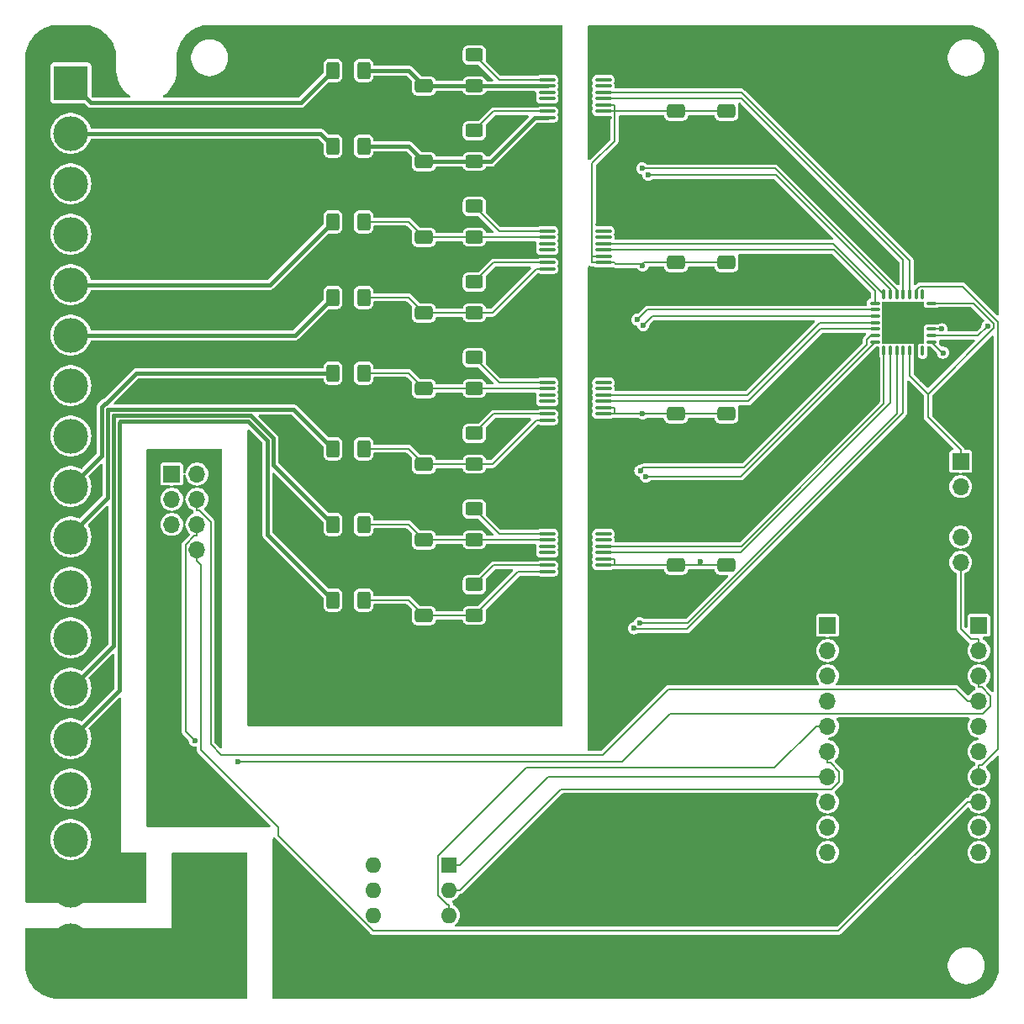
<source format=gbr>
%TF.GenerationSoftware,KiCad,Pcbnew,8.0.4-8.0.4-0~ubuntu22.04.1*%
%TF.CreationDate,2024-08-03T22:10:31+03:00*%
%TF.ProjectId,PM-DI16-DC24sink,504d2d44-4931-4362-9d44-43323473696e,rev?*%
%TF.SameCoordinates,Original*%
%TF.FileFunction,Copper,L1,Top*%
%TF.FilePolarity,Positive*%
%FSLAX46Y46*%
G04 Gerber Fmt 4.6, Leading zero omitted, Abs format (unit mm)*
G04 Created by KiCad (PCBNEW 8.0.4-8.0.4-0~ubuntu22.04.1) date 2024-08-03 22:10:31*
%MOMM*%
%LPD*%
G01*
G04 APERTURE LIST*
G04 Aperture macros list*
%AMRoundRect*
0 Rectangle with rounded corners*
0 $1 Rounding radius*
0 $2 $3 $4 $5 $6 $7 $8 $9 X,Y pos of 4 corners*
0 Add a 4 corners polygon primitive as box body*
4,1,4,$2,$3,$4,$5,$6,$7,$8,$9,$2,$3,0*
0 Add four circle primitives for the rounded corners*
1,1,$1+$1,$2,$3*
1,1,$1+$1,$4,$5*
1,1,$1+$1,$6,$7*
1,1,$1+$1,$8,$9*
0 Add four rect primitives between the rounded corners*
20,1,$1+$1,$2,$3,$4,$5,0*
20,1,$1+$1,$4,$5,$6,$7,0*
20,1,$1+$1,$6,$7,$8,$9,0*
20,1,$1+$1,$8,$9,$2,$3,0*%
G04 Aperture macros list end*
%TA.AperFunction,ComponentPad*%
%ADD10R,1.600000X1.600000*%
%TD*%
%TA.AperFunction,ComponentPad*%
%ADD11O,1.600000X1.600000*%
%TD*%
%TA.AperFunction,ComponentPad*%
%ADD12R,1.700000X1.700000*%
%TD*%
%TA.AperFunction,ComponentPad*%
%ADD13O,1.700000X1.700000*%
%TD*%
%TA.AperFunction,SMDPad,CuDef*%
%ADD14RoundRect,0.250000X0.625000X-0.400000X0.625000X0.400000X-0.625000X0.400000X-0.625000X-0.400000X0*%
%TD*%
%TA.AperFunction,SMDPad,CuDef*%
%ADD15RoundRect,0.250000X-0.650000X0.412500X-0.650000X-0.412500X0.650000X-0.412500X0.650000X0.412500X0*%
%TD*%
%TA.AperFunction,SMDPad,CuDef*%
%ADD16O,1.649999X0.399999*%
%TD*%
%TA.AperFunction,SMDPad,CuDef*%
%ADD17RoundRect,0.250000X0.650000X-0.412500X0.650000X0.412500X-0.650000X0.412500X-0.650000X-0.412500X0*%
%TD*%
%TA.AperFunction,SMDPad,CuDef*%
%ADD18RoundRect,0.250000X-0.400000X-0.625000X0.400000X-0.625000X0.400000X0.625000X-0.400000X0.625000X0*%
%TD*%
%TA.AperFunction,ComponentPad*%
%ADD19O,6.350000X6.350000*%
%TD*%
%TA.AperFunction,SMDPad,CuDef*%
%ADD20RoundRect,0.075000X0.075000X-0.437500X0.075000X0.437500X-0.075000X0.437500X-0.075000X-0.437500X0*%
%TD*%
%TA.AperFunction,SMDPad,CuDef*%
%ADD21RoundRect,0.075000X0.437500X-0.075000X0.437500X0.075000X-0.437500X0.075000X-0.437500X-0.075000X0*%
%TD*%
%TA.AperFunction,HeatsinkPad*%
%ADD22R,4.250000X4.250000*%
%TD*%
%TA.AperFunction,ComponentPad*%
%ADD23R,3.500000X3.500000*%
%TD*%
%TA.AperFunction,ComponentPad*%
%ADD24C,3.500000*%
%TD*%
%TA.AperFunction,ViaPad*%
%ADD25C,0.600000*%
%TD*%
%TA.AperFunction,Conductor*%
%ADD26C,0.200000*%
%TD*%
%TA.AperFunction,Conductor*%
%ADD27C,0.400000*%
%TD*%
G04 APERTURE END LIST*
D10*
%TO.P,SW1,1*%
%TO.N,/A1*%
X68580000Y-135890000D03*
D11*
%TO.P,SW1,2*%
%TO.N,/A2*%
X68580000Y-138430000D03*
%TO.P,SW1,3*%
%TO.N,/A3*%
X68580000Y-140970000D03*
%TO.P,SW1,4*%
%TO.N,+3.3V*%
X60960000Y-140970000D03*
%TO.P,SW1,5*%
X60960000Y-138430000D03*
%TO.P,SW1,6*%
X60960000Y-135890000D03*
%TD*%
D12*
%TO.P,J6,1,1*%
%TO.N,+5V*%
X40640000Y-96520000D03*
D13*
%TO.P,J6,2,2*%
%TO.N,/MOSI*%
X43180000Y-96520000D03*
%TO.P,J6,3,3*%
%TO.N,unconnected-(J6-Pad3)*%
X40640000Y-99060000D03*
%TO.P,J6,4,4*%
%TO.N,/MISO*%
X43180000Y-99060000D03*
%TO.P,J6,5,5*%
%TO.N,unconnected-(J6-Pad5)*%
X40640000Y-101600000D03*
%TO.P,J6,6,6*%
%TO.N,/CLK*%
X43180000Y-101600000D03*
%TO.P,J6,7,7*%
%TO.N,GND*%
X40640000Y-104140000D03*
%TO.P,J6,8,8*%
%TO.N,/CS2*%
X43180000Y-104140000D03*
%TD*%
D14*
%TO.P,R9,1*%
%TO.N,Net-(U2-SENSE2)*%
X71120000Y-57430000D03*
%TO.P,R9,2*%
%TO.N,Net-(U2-IN2)*%
X71120000Y-54330000D03*
%TD*%
D15*
%TO.P,C10,1*%
%TO.N,GND*%
X96520000Y-72097500D03*
%TO.P,C10,2*%
%TO.N,+5V*%
X96520000Y-75222500D03*
%TD*%
D16*
%TO.P,U3,1,GND1*%
%TO.N,GND*%
X84105001Y-75882500D03*
%TO.P,U3,2,VCC1*%
%TO.N,+5V*%
X84105001Y-75247500D03*
%TO.P,U3,3,EN*%
X84105001Y-74612500D03*
%TO.P,U3,4,OUT1*%
%TO.N,/OUT06*%
X84105001Y-73977500D03*
%TO.P,U3,5,OUT2*%
%TO.N,/OUT05*%
X84105001Y-73342500D03*
%TO.P,U3,6,NC*%
%TO.N,unconnected-(U3-NC-Pad6)*%
X84105001Y-72707500D03*
%TO.P,U3,7,NC*%
%TO.N,unconnected-(U3-NC-Pad7)*%
X84105001Y-72072500D03*
%TO.P,U3,8,GND1*%
%TO.N,GND*%
X84105001Y-71437500D03*
%TO.P,U3,9,FGND2*%
%TO.N,FGND*%
X78455002Y-71437500D03*
%TO.P,U3,10,IN2*%
%TO.N,Net-(U3-IN2)*%
X78455002Y-72072500D03*
%TO.P,U3,11,SENSE2*%
%TO.N,Net-(U3-SENSE2)*%
X78455002Y-72707500D03*
%TO.P,U3,12,SUB2*%
%TO.N,unconnected-(U3-SUB2-Pad12)*%
X78455002Y-73342500D03*
%TO.P,U3,13,SUB1*%
%TO.N,unconnected-(U3-SUB1-Pad13)*%
X78455002Y-73977500D03*
%TO.P,U3,14,FGND1*%
%TO.N,FGND*%
X78455002Y-74612500D03*
%TO.P,U3,15,IN1*%
%TO.N,Net-(U3-IN1)*%
X78455002Y-75247500D03*
%TO.P,U3,16,SENSE1*%
%TO.N,Net-(U3-SENSE1)*%
X78455002Y-75882500D03*
%TD*%
D17*
%TO.P,C3,1*%
%TO.N,Net-(U4-SENSE2)*%
X66040000Y-87922500D03*
%TO.P,C3,2*%
%TO.N,FGND*%
X66040000Y-84797500D03*
%TD*%
D18*
%TO.P,R3,1*%
%TO.N,/IN05*%
X56870000Y-71120000D03*
%TO.P,R3,2*%
%TO.N,Net-(U3-SENSE2)*%
X59970000Y-71120000D03*
%TD*%
D14*
%TO.P,R15,1*%
%TO.N,Net-(U5-SENSE2)*%
X71120000Y-103150000D03*
%TO.P,R15,2*%
%TO.N,Net-(U5-IN2)*%
X71120000Y-100050000D03*
%TD*%
D17*
%TO.P,C7,1*%
%TO.N,Net-(U4-SENSE1)*%
X66040000Y-95542500D03*
%TO.P,C7,2*%
%TO.N,FGND*%
X66040000Y-92417500D03*
%TD*%
D15*
%TO.P,C12,1*%
%TO.N,GND*%
X96520000Y-102577500D03*
%TO.P,C12,2*%
%TO.N,+5V*%
X96520000Y-105702500D03*
%TD*%
D17*
%TO.P,C8,1*%
%TO.N,Net-(U5-SENSE1)*%
X66040000Y-110782500D03*
%TO.P,C8,2*%
%TO.N,FGND*%
X66040000Y-107657500D03*
%TD*%
D16*
%TO.P,U5,1,GND1*%
%TO.N,GND*%
X84105001Y-106362500D03*
%TO.P,U5,2,VCC1*%
%TO.N,+5V*%
X84105001Y-105727500D03*
%TO.P,U5,3,EN*%
X84105001Y-105092500D03*
%TO.P,U5,4,OUT1*%
%TO.N,/OUT14*%
X84105001Y-104457500D03*
%TO.P,U5,5,OUT2*%
%TO.N,/OUT13*%
X84105001Y-103822500D03*
%TO.P,U5,6,NC*%
%TO.N,unconnected-(U5-NC-Pad6)*%
X84105001Y-103187500D03*
%TO.P,U5,7,NC*%
%TO.N,unconnected-(U5-NC-Pad7)*%
X84105001Y-102552500D03*
%TO.P,U5,8,GND1*%
%TO.N,GND*%
X84105001Y-101917500D03*
%TO.P,U5,9,FGND2*%
%TO.N,FGND*%
X78455002Y-101917500D03*
%TO.P,U5,10,IN2*%
%TO.N,Net-(U5-IN2)*%
X78455002Y-102552500D03*
%TO.P,U5,11,SENSE2*%
%TO.N,Net-(U5-SENSE2)*%
X78455002Y-103187500D03*
%TO.P,U5,12,SUB2*%
%TO.N,unconnected-(U5-SUB2-Pad12)*%
X78455002Y-103822500D03*
%TO.P,U5,13,SUB1*%
%TO.N,unconnected-(U5-SUB1-Pad13)*%
X78455002Y-104457500D03*
%TO.P,U5,14,FGND1*%
%TO.N,FGND*%
X78455002Y-105092500D03*
%TO.P,U5,15,IN1*%
%TO.N,Net-(U5-IN1)*%
X78455002Y-105727500D03*
%TO.P,U5,16,SENSE1*%
%TO.N,Net-(U5-SENSE1)*%
X78455002Y-106362500D03*
%TD*%
D19*
%TO.P,D2,1,1*%
%TO.N,PE*%
X44450000Y-146050000D03*
%TD*%
D15*
%TO.P,C13,1*%
%TO.N,GND*%
X91440000Y-56857500D03*
%TO.P,C13,2*%
%TO.N,+5V*%
X91440000Y-59982500D03*
%TD*%
D18*
%TO.P,R1,1*%
%TO.N,/IN01*%
X56870000Y-55880000D03*
%TO.P,R1,2*%
%TO.N,Net-(U2-SENSE2)*%
X59970000Y-55880000D03*
%TD*%
D17*
%TO.P,C2,1*%
%TO.N,Net-(U3-SENSE2)*%
X66040000Y-72682500D03*
%TO.P,C2,2*%
%TO.N,FGND*%
X66040000Y-69557500D03*
%TD*%
D20*
%TO.P,U11,1,GPB4*%
%TO.N,/OUT13*%
X112350000Y-84117500D03*
%TO.P,U11,2,GPB5*%
%TO.N,/OUT14*%
X113000000Y-84117500D03*
%TO.P,U11,3,GPB6*%
%TO.N,/OUT15*%
X113650000Y-84117500D03*
%TO.P,U11,4,GPB7*%
%TO.N,/OUT16*%
X114300000Y-84117500D03*
%TO.P,U11,5,VDD*%
%TO.N,+5V*%
X114950000Y-84117500D03*
%TO.P,U11,6,VSS*%
%TO.N,GND*%
X115600000Y-84117500D03*
%TO.P,U11,7,~{CS}*%
%TO.N,/CS*%
X116250000Y-84117500D03*
D21*
%TO.P,U11,8,SCK*%
%TO.N,/CLK*%
X117137500Y-83230000D03*
%TO.P,U11,9,SI*%
%TO.N,/MISO*%
X117137500Y-82580000D03*
%TO.P,U11,10,SO*%
%TO.N,/MOSI*%
X117137500Y-81930000D03*
%TO.P,U11,11,A0*%
%TO.N,GND*%
X117137500Y-81280000D03*
%TO.P,U11,12,A1*%
X117137500Y-80630000D03*
%TO.P,U11,13,A2*%
X117137500Y-79980000D03*
%TO.P,U11,14,~{RESET}*%
%TO.N,+5V*%
X117137500Y-79330000D03*
D20*
%TO.P,U11,15,INTB*%
%TO.N,unconnected-(U11-INTB-Pad15)*%
X116250000Y-78442500D03*
%TO.P,U11,16,INTA*%
%TO.N,/INT*%
X115600000Y-78442500D03*
%TO.P,U11,17,GPA0*%
%TO.N,/OUT01*%
X114950000Y-78442500D03*
%TO.P,U11,18,GPA1*%
%TO.N,/OUT02*%
X114300000Y-78442500D03*
%TO.P,U11,19,GPA2*%
%TO.N,/OUT03*%
X113650000Y-78442500D03*
%TO.P,U11,20,GPA3*%
%TO.N,/OUT04*%
X113000000Y-78442500D03*
%TO.P,U11,21,GPA4*%
%TO.N,/OUT05*%
X112350000Y-78442500D03*
D21*
%TO.P,U11,22,GPA5*%
%TO.N,/OUT06*%
X111462500Y-79330000D03*
%TO.P,U11,23,GPA6*%
%TO.N,/OUT07*%
X111462500Y-79980000D03*
%TO.P,U11,24,GPA7*%
%TO.N,/OUT08*%
X111462500Y-80630000D03*
%TO.P,U11,25,GPB0*%
%TO.N,/OUT09*%
X111462500Y-81280000D03*
%TO.P,U11,26,GPB1*%
%TO.N,/OUT10*%
X111462500Y-81930000D03*
%TO.P,U11,27,GPB2*%
%TO.N,/OUT11*%
X111462500Y-82580000D03*
%TO.P,U11,28,GPB3*%
%TO.N,/OUT12*%
X111462500Y-83230000D03*
D22*
%TO.P,U11,29,EP*%
%TO.N,GND*%
X114300000Y-81280000D03*
%TD*%
D17*
%TO.P,C4,1*%
%TO.N,Net-(U5-SENSE2)*%
X66040000Y-103162500D03*
%TO.P,C4,2*%
%TO.N,FGND*%
X66040000Y-100037500D03*
%TD*%
D14*
%TO.P,R16,1*%
%TO.N,Net-(U5-SENSE1)*%
X71120000Y-110770000D03*
%TO.P,R16,2*%
%TO.N,Net-(U5-IN1)*%
X71120000Y-107670000D03*
%TD*%
D18*
%TO.P,R6,1*%
%TO.N,/IN10*%
X56870000Y-93980000D03*
%TO.P,R6,2*%
%TO.N,Net-(U4-SENSE1)*%
X59970000Y-93980000D03*
%TD*%
D23*
%TO.P,J2,1,Pin_1*%
%TO.N,/IN01*%
X30480000Y-57150000D03*
D24*
%TO.P,J2,2,Pin_2*%
%TO.N,/IN02*%
X30480000Y-62230000D03*
%TO.P,J2,3,Pin_3*%
%TO.N,/IN03*%
X30480000Y-67310000D03*
%TO.P,J2,4,Pin_4*%
%TO.N,/IN04*%
X30480000Y-72390000D03*
%TO.P,J2,5,Pin_5*%
%TO.N,/IN05*%
X30480000Y-77470000D03*
%TO.P,J2,6,Pin_6*%
%TO.N,/IN06*%
X30480000Y-82550000D03*
%TO.P,J2,7,Pin_7*%
%TO.N,/IN07*%
X30480000Y-87630000D03*
%TO.P,J2,8,Pin_8*%
%TO.N,/IN08*%
X30480000Y-92710000D03*
%TO.P,J2,9,Pin_9*%
%TO.N,/IN09*%
X30480000Y-97790000D03*
%TO.P,J2,10,Pin_10*%
%TO.N,/IN10*%
X30480000Y-102870000D03*
%TO.P,J2,11,Pin_11*%
%TO.N,/IN11*%
X30480000Y-107950000D03*
%TO.P,J2,12,Pin_12*%
%TO.N,/IN12*%
X30480000Y-113030000D03*
%TO.P,J2,13,Pin_13*%
%TO.N,/IN13*%
X30480000Y-118110000D03*
%TO.P,J2,14,Pin_14*%
%TO.N,/IN14*%
X30480000Y-123190000D03*
%TO.P,J2,15,Pin_15*%
%TO.N,/IN15*%
X30480000Y-128270000D03*
%TO.P,J2,16,Pin_16*%
%TO.N,/IN16*%
X30480000Y-133350000D03*
%TO.P,J2,17,Pin_17*%
%TO.N,FGND*%
X30480000Y-138430000D03*
%TO.P,J2,18,Pin_18*%
%TO.N,PE*%
X30480000Y-143510000D03*
%TD*%
D17*
%TO.P,C1,1*%
%TO.N,Net-(U2-SENSE2)*%
X66040000Y-57442500D03*
%TO.P,C1,2*%
%TO.N,FGND*%
X66040000Y-54317500D03*
%TD*%
D14*
%TO.P,R10,1*%
%TO.N,Net-(U2-SENSE1)*%
X71120000Y-65050000D03*
%TO.P,R10,2*%
%TO.N,Net-(U2-IN1)*%
X71120000Y-61950000D03*
%TD*%
D18*
%TO.P,R5,1*%
%TO.N,/IN09*%
X56870000Y-86360000D03*
%TO.P,R5,2*%
%TO.N,Net-(U4-SENSE2)*%
X59970000Y-86360000D03*
%TD*%
D17*
%TO.P,C6,1*%
%TO.N,Net-(U3-SENSE1)*%
X66040000Y-80302500D03*
%TO.P,C6,2*%
%TO.N,FGND*%
X66040000Y-77177500D03*
%TD*%
D18*
%TO.P,R7,1*%
%TO.N,/IN13*%
X56870000Y-101600000D03*
%TO.P,R7,2*%
%TO.N,Net-(U5-SENSE2)*%
X59970000Y-101600000D03*
%TD*%
%TO.P,R4,1*%
%TO.N,/IN06*%
X56870000Y-78740000D03*
%TO.P,R4,2*%
%TO.N,Net-(U3-SENSE1)*%
X59970000Y-78740000D03*
%TD*%
D14*
%TO.P,R14,1*%
%TO.N,Net-(U4-SENSE1)*%
X71120000Y-95530000D03*
%TO.P,R14,2*%
%TO.N,Net-(U4-IN1)*%
X71120000Y-92430000D03*
%TD*%
D18*
%TO.P,R2,1*%
%TO.N,/IN02*%
X56870000Y-63500000D03*
%TO.P,R2,2*%
%TO.N,Net-(U2-SENSE1)*%
X59970000Y-63500000D03*
%TD*%
D15*
%TO.P,C16,1*%
%TO.N,GND*%
X91440000Y-102577500D03*
%TO.P,C16,2*%
%TO.N,+5V*%
X91440000Y-105702500D03*
%TD*%
%TO.P,C9,1*%
%TO.N,GND*%
X96520000Y-56857500D03*
%TO.P,C9,2*%
%TO.N,+5V*%
X96520000Y-59982500D03*
%TD*%
D16*
%TO.P,U4,1,GND1*%
%TO.N,GND*%
X84105001Y-91122500D03*
%TO.P,U4,2,VCC1*%
%TO.N,+5V*%
X84105001Y-90487500D03*
%TO.P,U4,3,EN*%
X84105001Y-89852500D03*
%TO.P,U4,4,OUT1*%
%TO.N,/OUT10*%
X84105001Y-89217500D03*
%TO.P,U4,5,OUT2*%
%TO.N,/OUT09*%
X84105001Y-88582500D03*
%TO.P,U4,6,NC*%
%TO.N,unconnected-(U4-NC-Pad6)*%
X84105001Y-87947500D03*
%TO.P,U4,7,NC*%
%TO.N,unconnected-(U4-NC-Pad7)*%
X84105001Y-87312500D03*
%TO.P,U4,8,GND1*%
%TO.N,GND*%
X84105001Y-86677500D03*
%TO.P,U4,9,FGND2*%
%TO.N,FGND*%
X78455002Y-86677500D03*
%TO.P,U4,10,IN2*%
%TO.N,Net-(U4-IN2)*%
X78455002Y-87312500D03*
%TO.P,U4,11,SENSE2*%
%TO.N,Net-(U4-SENSE2)*%
X78455002Y-87947500D03*
%TO.P,U4,12,SUB2*%
%TO.N,unconnected-(U4-SUB2-Pad12)*%
X78455002Y-88582500D03*
%TO.P,U4,13,SUB1*%
%TO.N,unconnected-(U4-SUB1-Pad13)*%
X78455002Y-89217500D03*
%TO.P,U4,14,FGND1*%
%TO.N,FGND*%
X78455002Y-89852500D03*
%TO.P,U4,15,IN1*%
%TO.N,Net-(U4-IN1)*%
X78455002Y-90487500D03*
%TO.P,U4,16,SENSE1*%
%TO.N,Net-(U4-SENSE1)*%
X78455002Y-91122500D03*
%TD*%
D15*
%TO.P,C14,1*%
%TO.N,GND*%
X91440000Y-72097500D03*
%TO.P,C14,2*%
%TO.N,+5V*%
X91440000Y-75222500D03*
%TD*%
D12*
%TO.P,J3,1,Pin_1*%
%TO.N,+5V*%
X120085000Y-95250000D03*
D13*
%TO.P,J3,2,Pin_2*%
%TO.N,unconnected-(J3-Pin_2-Pad2)*%
X120085000Y-97790000D03*
%TO.P,J3,3,Pin_3*%
%TO.N,GND*%
X120085000Y-100330000D03*
%TO.P,J3,4,Pin_4*%
%TO.N,/SDA*%
X120085000Y-102870000D03*
%TO.P,J3,5,Pin_5*%
%TO.N,/SCL*%
X120085000Y-105410000D03*
%TD*%
D15*
%TO.P,C15,1*%
%TO.N,GND*%
X91440000Y-87337500D03*
%TO.P,C15,2*%
%TO.N,+5V*%
X91440000Y-90462500D03*
%TD*%
D17*
%TO.P,C5,1*%
%TO.N,Net-(U2-SENSE1)*%
X66040000Y-65062500D03*
%TO.P,C5,2*%
%TO.N,FGND*%
X66040000Y-61937500D03*
%TD*%
D16*
%TO.P,U2,1,GND1*%
%TO.N,GND*%
X84105001Y-60642500D03*
%TO.P,U2,2,VCC1*%
%TO.N,+5V*%
X84105001Y-60007500D03*
%TO.P,U2,3,EN*%
X84105001Y-59372500D03*
%TO.P,U2,4,OUT1*%
%TO.N,/OUT02*%
X84105001Y-58737500D03*
%TO.P,U2,5,OUT2*%
%TO.N,/OUT01*%
X84105001Y-58102500D03*
%TO.P,U2,6,NC*%
%TO.N,unconnected-(U2-NC-Pad6)*%
X84105001Y-57467500D03*
%TO.P,U2,7,NC*%
%TO.N,unconnected-(U2-NC-Pad7)*%
X84105001Y-56832500D03*
%TO.P,U2,8,GND1*%
%TO.N,GND*%
X84105001Y-56197500D03*
%TO.P,U2,9,FGND2*%
%TO.N,FGND*%
X78455002Y-56197500D03*
%TO.P,U2,10,IN2*%
%TO.N,Net-(U2-IN2)*%
X78455002Y-56832500D03*
%TO.P,U2,11,SENSE2*%
%TO.N,Net-(U2-SENSE2)*%
X78455002Y-57467500D03*
%TO.P,U2,12,SUB2*%
%TO.N,unconnected-(U2-SUB2-Pad12)*%
X78455002Y-58102500D03*
%TO.P,U2,13,SUB1*%
%TO.N,unconnected-(U2-SUB1-Pad13)*%
X78455002Y-58737500D03*
%TO.P,U2,14,FGND1*%
%TO.N,FGND*%
X78455002Y-59372500D03*
%TO.P,U2,15,IN1*%
%TO.N,Net-(U2-IN1)*%
X78455002Y-60007500D03*
%TO.P,U2,16,SENSE1*%
%TO.N,Net-(U2-SENSE1)*%
X78455002Y-60642500D03*
%TD*%
D14*
%TO.P,R11,1*%
%TO.N,Net-(U3-SENSE2)*%
X71120000Y-72670000D03*
%TO.P,R11,2*%
%TO.N,Net-(U3-IN2)*%
X71120000Y-69570000D03*
%TD*%
%TO.P,R13,1*%
%TO.N,Net-(U4-SENSE2)*%
X71120000Y-87910000D03*
%TO.P,R13,2*%
%TO.N,Net-(U4-IN2)*%
X71120000Y-84810000D03*
%TD*%
%TO.P,R12,1*%
%TO.N,Net-(U3-SENSE1)*%
X71120000Y-80290000D03*
%TO.P,R12,2*%
%TO.N,Net-(U3-IN1)*%
X71120000Y-77190000D03*
%TD*%
D15*
%TO.P,C11,1*%
%TO.N,GND*%
X96520000Y-87337500D03*
%TO.P,C11,2*%
%TO.N,+5V*%
X96520000Y-90462500D03*
%TD*%
D18*
%TO.P,R8,1*%
%TO.N,/IN14*%
X56870000Y-109220000D03*
%TO.P,R8,2*%
%TO.N,Net-(U5-SENSE1)*%
X59970000Y-109220000D03*
%TD*%
D12*
%TO.P,J5,1,Pin_1*%
%TO.N,unconnected-(J5-Pin_1-Pad1)*%
X106680000Y-111760000D03*
D13*
%TO.P,J5,2,Pin_2*%
%TO.N,unconnected-(J5-Pin_2-Pad2)*%
X106680000Y-114300000D03*
%TO.P,J5,3,Pin_3*%
%TO.N,unconnected-(J5-Pin_3-Pad3)*%
X106680000Y-116840000D03*
%TO.P,J5,4,Pin_4*%
%TO.N,unconnected-(J5-Pin_4-Pad4)*%
X106680000Y-119380000D03*
%TO.P,J5,5,Pin_5*%
%TO.N,/A3*%
X106680000Y-121920000D03*
%TO.P,J5,6,Pin_6*%
%TO.N,/A2*%
X106680000Y-124460000D03*
%TO.P,J5,7,Pin_7*%
%TO.N,/A1*%
X106680000Y-127000000D03*
%TO.P,J5,8,Pin_8*%
%TO.N,unconnected-(J5-Pin_8-Pad8)*%
X106680000Y-129540000D03*
%TO.P,J5,9,Pin_9*%
%TO.N,+3.3V*%
X106680000Y-132080000D03*
%TO.P,J5,10,Pin_10*%
X106680000Y-134620000D03*
%TO.P,J5,11,Pin_11*%
%TO.N,GND*%
X106680000Y-137160000D03*
%TO.P,J5,12,Pin_12*%
X106680000Y-139700000D03*
%TD*%
D12*
%TO.P,J4,1,Pin_1*%
%TO.N,/SDA*%
X121920000Y-111760000D03*
D13*
%TO.P,J4,2,Pin_2*%
%TO.N,/SCL*%
X121920000Y-114300000D03*
%TO.P,J4,3,Pin_3*%
%TO.N,/MOSI*%
X121920000Y-116840000D03*
%TO.P,J4,4,Pin_4*%
%TO.N,/MISO*%
X121920000Y-119380000D03*
%TO.P,J4,5,Pin_5*%
%TO.N,/CLK*%
X121920000Y-121920000D03*
%TO.P,J4,6,Pin_6*%
%TO.N,/CS1*%
X121920000Y-124460000D03*
%TO.P,J4,7,Pin_7*%
%TO.N,/INT*%
X121920000Y-127000000D03*
%TO.P,J4,8,Pin_8*%
%TO.N,/CS2*%
X121920000Y-129540000D03*
%TO.P,J4,9,Pin_9*%
%TO.N,Net-(D1-K)*%
X121920000Y-132080000D03*
%TO.P,J4,10,Pin_10*%
%TO.N,unconnected-(J4-Pin_10-Pad10)*%
X121920000Y-134620000D03*
%TO.P,J4,11,Pin_11*%
%TO.N,GND*%
X121920000Y-137160000D03*
%TO.P,J4,12,Pin_12*%
X121920000Y-139700000D03*
%TD*%
D25*
%TO.N,GND*%
X114300000Y-121920000D03*
X114300000Y-127000000D03*
X114300000Y-132080000D03*
X83820000Y-54610000D03*
X83820000Y-62230000D03*
%TO.N,/CLK*%
X118310300Y-84314800D03*
X42948500Y-123355200D03*
%TO.N,/MISO*%
X122791600Y-81619800D03*
%TO.N,/MOSI*%
X47309900Y-125468100D03*
X118187200Y-81933000D03*
%TO.N,+5V*%
X93908300Y-105362700D03*
X88069300Y-90443700D03*
X88069300Y-75525000D03*
%TO.N,GND*%
X116205000Y-86995000D03*
X99060000Y-69850000D03*
X83820000Y-69850000D03*
X83820000Y-107950000D03*
X83820000Y-92710000D03*
X99060000Y-85090000D03*
X100330000Y-69850000D03*
X100330000Y-68580000D03*
X99060000Y-68580000D03*
X83820000Y-115570000D03*
X83820000Y-85090000D03*
X118745000Y-80645000D03*
X83820000Y-77470000D03*
X83820000Y-100330000D03*
X100330000Y-83820000D03*
X99060000Y-83820000D03*
X100330000Y-85090000D03*
%TO.N,/OUT16*%
X87191313Y-112071687D03*
%TO.N,/OUT07*%
X87503000Y-80997500D03*
%TO.N,/OUT04*%
X88646000Y-66421000D03*
%TO.N,/OUT15*%
X87757000Y-111506000D03*
%TO.N,/OUT03*%
X88008241Y-65757500D03*
%TO.N,/OUT12*%
X88392000Y-96774000D03*
%TO.N,/OUT11*%
X87826313Y-96208313D03*
%TO.N,/OUT08*%
X88138000Y-81534000D03*
%TD*%
D26*
%TO.N,/CS2*%
X121920000Y-129540000D02*
X120768300Y-129540000D01*
X43550200Y-105661900D02*
X43180000Y-105291700D01*
X43550200Y-124309400D02*
X43550200Y-105661900D01*
X51326300Y-132085500D02*
X43550200Y-124309400D01*
X51326300Y-132912900D02*
X51326300Y-132085500D01*
X60926900Y-142513500D02*
X51326300Y-132912900D01*
X107794800Y-142513500D02*
X60926900Y-142513500D01*
X120768300Y-129540000D02*
X107794800Y-142513500D01*
X43180000Y-104140000D02*
X43180000Y-105291700D01*
%TO.N,/A3*%
X68351700Y-139868300D02*
X68580000Y-139868300D01*
X67469000Y-138985600D02*
X68351700Y-139868300D01*
X67469000Y-134944500D02*
X67469000Y-138985600D01*
X76321100Y-126092400D02*
X67469000Y-134944500D01*
X101355900Y-126092400D02*
X76321100Y-126092400D01*
X105528300Y-121920000D02*
X101355900Y-126092400D01*
X106680000Y-121920000D02*
X105528300Y-121920000D01*
X68580000Y-140970000D02*
X68580000Y-139868300D01*
%TO.N,/A2*%
X79841700Y-128270000D02*
X69681700Y-138430000D01*
X107065500Y-128270000D02*
X79841700Y-128270000D01*
X107844900Y-127490600D02*
X107065500Y-128270000D01*
X107844900Y-126488700D02*
X107844900Y-127490600D01*
X106967900Y-125611700D02*
X107844900Y-126488700D01*
X106680000Y-125611700D02*
X106967900Y-125611700D01*
X106680000Y-124460000D02*
X106680000Y-125611700D01*
X68580000Y-138430000D02*
X69681700Y-138430000D01*
%TO.N,/A1*%
X68580000Y-135890000D02*
X69681700Y-135890000D01*
X78571700Y-127000000D02*
X106680000Y-127000000D01*
X69681700Y-135890000D02*
X78571700Y-127000000D01*
%TO.N,/INT*%
X115600000Y-77990100D02*
X115600000Y-78442500D01*
X115967500Y-77622600D02*
X115600000Y-77990100D01*
X120272300Y-77622600D02*
X115967500Y-77622600D01*
X123840100Y-81190400D02*
X120272300Y-77622600D01*
X123840100Y-124216100D02*
X123840100Y-81190400D01*
X122207900Y-125848300D02*
X123840100Y-124216100D01*
X121920000Y-125848300D02*
X122207900Y-125848300D01*
X121920000Y-127000000D02*
X121920000Y-125848300D01*
%TO.N,Net-(U5-IN1)*%
X73062500Y-105727500D02*
X71120000Y-107670000D01*
X78455000Y-105727500D02*
X73062500Y-105727500D01*
%TO.N,Net-(U5-IN2)*%
X73622500Y-102552500D02*
X71120000Y-100050000D01*
X78455000Y-102552500D02*
X73622500Y-102552500D01*
%TO.N,Net-(U5-SENSE1)*%
X64477500Y-109220000D02*
X66040000Y-110782500D01*
X59970000Y-109220000D02*
X64477500Y-109220000D01*
X75527500Y-106362500D02*
X71120000Y-110770000D01*
X78455000Y-106362500D02*
X75527500Y-106362500D01*
X66052500Y-110770000D02*
X66040000Y-110782500D01*
X71120000Y-110770000D02*
X66052500Y-110770000D01*
%TO.N,Net-(U5-SENSE2)*%
X64477500Y-101600000D02*
X65885000Y-103007500D01*
X59970000Y-101600000D02*
X64477500Y-101600000D01*
X65885000Y-103007500D02*
X66040000Y-103162500D01*
X66027500Y-103150000D02*
X71120000Y-103150000D01*
X65885000Y-103007500D02*
X66027500Y-103150000D01*
X77290800Y-103150000D02*
X77328300Y-103187500D01*
X71120000Y-103150000D02*
X77290800Y-103150000D01*
X78455000Y-103187500D02*
X77328300Y-103187500D01*
%TO.N,Net-(U3-IN1)*%
X73062500Y-75247500D02*
X71120000Y-77190000D01*
X78455000Y-75247500D02*
X73062500Y-75247500D01*
%TO.N,Net-(U3-IN2)*%
X73622500Y-72072500D02*
X71120000Y-69570000D01*
X78455000Y-72072500D02*
X73622500Y-72072500D01*
%TO.N,Net-(U3-SENSE1)*%
X64477500Y-78740000D02*
X66040000Y-80302500D01*
X59970000Y-78740000D02*
X64477500Y-78740000D01*
X66052500Y-80290000D02*
X71120000Y-80290000D01*
X66040000Y-80302500D02*
X66052500Y-80290000D01*
X72920800Y-80290000D02*
X77328300Y-75882500D01*
X71120000Y-80290000D02*
X72920800Y-80290000D01*
X78455000Y-75882500D02*
X77328300Y-75882500D01*
%TO.N,Net-(U3-SENSE2)*%
X64477500Y-71120000D02*
X65885000Y-72527500D01*
X59970000Y-71120000D02*
X64477500Y-71120000D01*
X65885000Y-72527500D02*
X66040000Y-72682500D01*
X66027500Y-72670000D02*
X71120000Y-72670000D01*
X65885000Y-72527500D02*
X66027500Y-72670000D01*
X77290800Y-72670000D02*
X77328300Y-72707500D01*
X71120000Y-72670000D02*
X77290800Y-72670000D01*
X78455000Y-72707500D02*
X77328300Y-72707500D01*
%TO.N,Net-(U4-IN1)*%
X73062500Y-90487500D02*
X71120000Y-92430000D01*
X78455000Y-90487500D02*
X73062500Y-90487500D01*
%TO.N,Net-(U4-IN2)*%
X73622500Y-87312500D02*
X71120000Y-84810000D01*
X78455000Y-87312500D02*
X73622500Y-87312500D01*
%TO.N,Net-(U2-IN1)*%
X73062500Y-60007500D02*
X71120000Y-61950000D01*
X78455000Y-60007500D02*
X73062500Y-60007500D01*
%TO.N,Net-(U2-IN2)*%
X73622500Y-56832500D02*
X71120000Y-54330000D01*
X78455000Y-56832500D02*
X73622500Y-56832500D01*
%TO.N,Net-(U4-SENSE1)*%
X64477500Y-93980000D02*
X66040000Y-95542500D01*
X59970000Y-93980000D02*
X64477500Y-93980000D01*
X66052500Y-95530000D02*
X71120000Y-95530000D01*
X66040000Y-95542500D02*
X66052500Y-95530000D01*
X72920800Y-95530000D02*
X77328300Y-91122500D01*
X71120000Y-95530000D02*
X72920800Y-95530000D01*
X78455000Y-91122500D02*
X77328300Y-91122500D01*
%TO.N,Net-(U4-SENSE2)*%
X64477500Y-86360000D02*
X65885000Y-87767500D01*
X59970000Y-86360000D02*
X64477500Y-86360000D01*
X65885000Y-87767500D02*
X66040000Y-87922500D01*
X66027500Y-87910000D02*
X71120000Y-87910000D01*
X65885000Y-87767500D02*
X66027500Y-87910000D01*
X77290800Y-87910000D02*
X77328300Y-87947500D01*
X71120000Y-87910000D02*
X77290800Y-87910000D01*
X78455000Y-87947500D02*
X77328300Y-87947500D01*
D27*
%TO.N,Net-(U2-SENSE1)*%
X64477500Y-63500000D02*
X66040000Y-65062500D01*
X59970000Y-63500000D02*
X64477500Y-63500000D01*
X72820800Y-65050000D02*
X71120000Y-65050000D01*
X77228300Y-60642500D02*
X72820800Y-65050000D01*
X66052500Y-65050000D02*
X66040000Y-65062500D01*
X71120000Y-65050000D02*
X66052500Y-65050000D01*
X78455000Y-60642500D02*
X77228300Y-60642500D01*
%TO.N,Net-(U2-SENSE2)*%
X64477500Y-55880000D02*
X65885000Y-57287500D01*
X59970000Y-55880000D02*
X64477500Y-55880000D01*
X65885000Y-57287500D02*
X66040000Y-57442500D01*
X78455000Y-57467500D02*
X77228300Y-57467500D01*
X66027500Y-57430000D02*
X71120000Y-57430000D01*
X65885000Y-57287500D02*
X66027500Y-57430000D01*
X71157500Y-57467500D02*
X77228300Y-57467500D01*
X71120000Y-57430000D02*
X71157500Y-57467500D01*
D26*
%TO.N,/CLK*%
X42911500Y-102751700D02*
X43180000Y-102751700D01*
X42027800Y-103635400D02*
X42911500Y-102751700D01*
X42027800Y-122434500D02*
X42027800Y-103635400D01*
X42948500Y-123355200D02*
X42027800Y-122434500D01*
X43180000Y-101600000D02*
X43180000Y-102751700D01*
X118222300Y-84314800D02*
X118310300Y-84314800D01*
X117137500Y-83230000D02*
X118222300Y-84314800D01*
%TO.N,/MISO*%
X121831400Y-82580000D02*
X122791600Y-81619800D01*
X117137500Y-82580000D02*
X121831400Y-82580000D01*
X121920000Y-119380000D02*
X120768300Y-119380000D01*
X43180000Y-99060000D02*
X43180000Y-100211700D01*
X43448500Y-100211700D02*
X43180000Y-100211700D01*
X44569800Y-101333000D02*
X43448500Y-100211700D01*
X44569800Y-123755100D02*
X44569800Y-101333000D01*
X45620200Y-124805500D02*
X44569800Y-123755100D01*
X84043800Y-124805500D02*
X45620200Y-124805500D01*
X90644400Y-118204900D02*
X84043800Y-124805500D01*
X119593200Y-118204900D02*
X90644400Y-118204900D01*
X120768300Y-119380000D02*
X119593200Y-118204900D01*
%TO.N,/MOSI*%
X85968500Y-125468100D02*
X47309900Y-125468100D01*
X90786600Y-120650000D02*
X85968500Y-125468100D01*
X122346500Y-120650000D02*
X90786600Y-120650000D01*
X123103800Y-119892700D02*
X122346500Y-120650000D01*
X123103800Y-118887600D02*
X123103800Y-119892700D01*
X122207900Y-117991700D02*
X123103800Y-118887600D01*
X121920000Y-117991700D02*
X122207900Y-117991700D01*
X121920000Y-116840000D02*
X121920000Y-117991700D01*
X117140500Y-81933000D02*
X117137500Y-81930000D01*
X118187200Y-81933000D02*
X117140500Y-81933000D01*
%TO.N,/OUT08*%
X111462000Y-80630000D02*
X111462500Y-80630000D01*
%TO.N,/OUT11*%
X111462000Y-82580000D02*
X111462500Y-82580000D01*
%TO.N,/OUT13*%
X84105500Y-103822000D02*
X84105000Y-103822500D01*
%TO.N,/OUT14*%
X84105500Y-104458000D02*
X84105000Y-104457500D01*
%TO.N,/OUT10*%
X111462000Y-81930000D02*
X111462500Y-81930000D01*
%TO.N,/OUT07*%
X111462000Y-79980000D02*
X111462500Y-79980000D01*
%TO.N,/OUT09*%
X111462000Y-81280000D02*
X111462500Y-81280000D01*
%TO.N,/SCL*%
X120085000Y-112105100D02*
X120085000Y-105410000D01*
X121128200Y-113148300D02*
X120085000Y-112105100D01*
X121920000Y-113148300D02*
X121128200Y-113148300D01*
X121920000Y-114300000D02*
X121920000Y-113148300D01*
%TO.N,+5V*%
X120085000Y-95250000D02*
X120085000Y-94098300D01*
X116801800Y-90815100D02*
X116801800Y-88467900D01*
X120085000Y-94098300D02*
X116801800Y-90815100D01*
X114950000Y-86616100D02*
X114950000Y-84117500D01*
X116801800Y-88467900D02*
X114950000Y-86616100D01*
X84105000Y-105092500D02*
X85231700Y-105092500D01*
X96520000Y-90462500D02*
X91440000Y-90462500D01*
X91440000Y-75222500D02*
X96520000Y-75222500D01*
X96520000Y-59982500D02*
X91440000Y-59982500D01*
X93908300Y-105362700D02*
X93908300Y-105702500D01*
X91440000Y-105702500D02*
X93908300Y-105702500D01*
X93908300Y-105702500D02*
X96520000Y-105702500D01*
X84105000Y-75247500D02*
X82978300Y-75247500D01*
X84105000Y-105727500D02*
X85231700Y-105727500D01*
X85231700Y-105702500D02*
X91440000Y-105702500D01*
X85231700Y-105092500D02*
X85231700Y-105702500D01*
X85231700Y-105702500D02*
X85231700Y-105727500D01*
X84105000Y-75247500D02*
X85231700Y-75247500D01*
X82978300Y-75247500D02*
X82978300Y-74612500D01*
X82979800Y-74612500D02*
X82978300Y-74612500D01*
X84105000Y-59372500D02*
X85231700Y-59372500D01*
X84105000Y-60007500D02*
X85231700Y-60007500D01*
X85231700Y-59372500D02*
X85231700Y-59982500D01*
X85231700Y-59982500D02*
X85231700Y-60007500D01*
X85231700Y-59982500D02*
X91440000Y-59982500D01*
X84105000Y-74612500D02*
X83129600Y-74612500D01*
X83129600Y-74612500D02*
X82979800Y-74612500D01*
X85231700Y-62977800D02*
X85231700Y-60007500D01*
X82978300Y-65231200D02*
X85231700Y-62977800D01*
X82978300Y-74611000D02*
X82978300Y-65231200D01*
X82979800Y-74612500D02*
X82978300Y-74611000D01*
X91421200Y-90443700D02*
X91440000Y-90462500D01*
X88069300Y-90443700D02*
X91421200Y-90443700D01*
X84105000Y-89852500D02*
X85231700Y-89852500D01*
X84105000Y-90487500D02*
X85231700Y-90487500D01*
X85231700Y-90443700D02*
X88069300Y-90443700D01*
X85231700Y-89852500D02*
X85231700Y-90443700D01*
X85231700Y-90443700D02*
X85231700Y-90487500D01*
X88069300Y-75525000D02*
X88069300Y-75373700D01*
X88220500Y-75222500D02*
X88069300Y-75373700D01*
X91440000Y-75222500D02*
X88220500Y-75222500D01*
X85357900Y-75373700D02*
X85231700Y-75247500D01*
X88069300Y-75373700D02*
X85357900Y-75373700D01*
X123432000Y-81837700D02*
X116801800Y-88467900D01*
X123432000Y-81385000D02*
X123432000Y-81837700D01*
X121377000Y-79330000D02*
X123432000Y-81385000D01*
X117137500Y-79330000D02*
X121377000Y-79330000D01*
D27*
%TO.N,/IN09*%
X30480000Y-97790000D02*
X33560000Y-94710000D01*
X37084000Y-86360000D02*
X56870000Y-86360000D01*
X33560000Y-94710000D02*
X33560000Y-89791472D01*
X33560000Y-89791472D02*
X33911472Y-89440000D01*
X33911472Y-89440000D02*
X34004000Y-89440000D01*
X34004000Y-89440000D02*
X37084000Y-86360000D01*
%TO.N,/IN10*%
X30480000Y-102870000D02*
X30480000Y-102616000D01*
X30480000Y-102616000D02*
X34160000Y-98936000D01*
X34160000Y-98936000D02*
X34160000Y-90040000D01*
X34160000Y-90040000D02*
X52930000Y-90040000D01*
X52930000Y-90040000D02*
X56870000Y-93980000D01*
%TO.N,/IN13*%
X30480000Y-118110000D02*
X34760000Y-113830000D01*
X34760000Y-113830000D02*
X34760000Y-90640000D01*
X34760000Y-90640000D02*
X48591372Y-90640000D01*
X48591372Y-90640000D02*
X50892000Y-92940628D01*
X50892000Y-92940628D02*
X50892000Y-95622000D01*
X50892000Y-95622000D02*
X56870000Y-101600000D01*
%TO.N,/IN14*%
X30480000Y-123190000D02*
X35360000Y-118310000D01*
X35360000Y-118310000D02*
X35360000Y-91357156D01*
X35360000Y-91357156D02*
X35477156Y-91240000D01*
X35477156Y-91240000D02*
X48342844Y-91240000D01*
X48342844Y-91240000D02*
X50292000Y-93189156D01*
X50292000Y-93189156D02*
X50292000Y-102642000D01*
X50292000Y-102642000D02*
X56870000Y-109220000D01*
%TO.N,/IN06*%
X53060000Y-82550000D02*
X56870000Y-78740000D01*
X30480000Y-82550000D02*
X53060000Y-82550000D01*
%TO.N,/IN05*%
X30480000Y-77470000D02*
X50520000Y-77470000D01*
X50520000Y-77470000D02*
X56870000Y-71120000D01*
%TO.N,/IN02*%
X30480000Y-62230000D02*
X55600000Y-62230000D01*
X55600000Y-62230000D02*
X56870000Y-63500000D01*
%TO.N,/IN01*%
X32455080Y-59125080D02*
X53624920Y-59125080D01*
X53624920Y-59125080D02*
X56870000Y-55880000D01*
X30480000Y-57150000D02*
X32455080Y-59125080D01*
D26*
%TO.N,GND*%
X118110000Y-81280000D02*
X118745000Y-80645000D01*
X115600000Y-79980000D02*
X114300000Y-81280000D01*
X117137500Y-79980000D02*
X115600000Y-79980000D01*
X118080000Y-79980000D02*
X118745000Y-80645000D01*
X117137500Y-80630000D02*
X114950000Y-80630000D01*
X117137500Y-79980000D02*
X118080000Y-79980000D01*
X117137500Y-81280000D02*
X114300000Y-81280000D01*
X117137500Y-81280000D02*
X118110000Y-81280000D01*
X115600000Y-84117500D02*
X115600000Y-82580000D01*
X114950000Y-80630000D02*
X114300000Y-81280000D01*
X117137500Y-80630000D02*
X118730000Y-80630000D01*
X115600000Y-86390000D02*
X115600000Y-84117500D01*
X118730000Y-80630000D02*
X118745000Y-80645000D01*
X115600000Y-82580000D02*
X114300000Y-81280000D01*
X116205000Y-86995000D02*
X115600000Y-86390000D01*
%TO.N,/OUT02*%
X84105001Y-58737500D02*
X98049814Y-58737500D01*
X114300000Y-74987686D02*
X114300000Y-78442500D01*
X98049814Y-58737500D02*
X114300000Y-74987686D01*
%TO.N,/OUT01*%
X97980500Y-58102500D02*
X114950000Y-75072000D01*
X84105001Y-58102500D02*
X97980500Y-58102500D01*
X114950000Y-75072000D02*
X114950000Y-78442500D01*
%TO.N,/OUT16*%
X87265628Y-112146002D02*
X87191313Y-112071687D01*
X92489428Y-112146002D02*
X87265628Y-112146002D01*
X114300000Y-90335430D02*
X92489428Y-112146002D01*
X114300000Y-84117500D02*
X114300000Y-90335430D01*
%TO.N,/OUT09*%
X111462500Y-81280000D02*
X105918000Y-81280000D01*
X98615500Y-88582500D02*
X84105001Y-88582500D01*
X105918000Y-81280000D02*
X98615500Y-88582500D01*
%TO.N,/OUT07*%
X111462500Y-79980000D02*
X88520500Y-79980000D01*
X88520500Y-79980000D02*
X87503000Y-80997500D01*
%TO.N,/OUT04*%
X113000000Y-78442500D02*
X113000000Y-77930001D01*
X101490999Y-66421000D02*
X88646000Y-66421000D01*
X113000000Y-77930001D02*
X101490999Y-66421000D01*
%TO.N,/OUT15*%
X92563744Y-111506000D02*
X87757000Y-111506000D01*
X113650000Y-84117500D02*
X113650000Y-90419744D01*
X113650000Y-90419744D02*
X92563744Y-111506000D01*
%TO.N,/OUT03*%
X113650000Y-78442500D02*
X113650000Y-78014315D01*
X101393185Y-65757500D02*
X88008241Y-65757500D01*
X113650000Y-78014315D02*
X101393185Y-65757500D01*
%TO.N,/OUT06*%
X111462500Y-78120686D02*
X107319314Y-73977500D01*
X111462500Y-79330000D02*
X111462500Y-78120686D01*
X107319314Y-73977500D02*
X84105001Y-73977500D01*
%TO.N,/OUT12*%
X97918500Y-96774000D02*
X88392000Y-96774000D01*
X111462500Y-83230000D02*
X97918500Y-96774000D01*
%TO.N,/OUT10*%
X111462500Y-81930000D02*
X105960686Y-81930000D01*
X105960686Y-81930000D02*
X98673186Y-89217500D01*
X98673186Y-89217500D02*
X84105001Y-89217500D01*
%TO.N,/OUT14*%
X113000000Y-84117500D02*
X113000000Y-89368686D01*
X97911186Y-104457500D02*
X84105001Y-104457500D01*
X113000000Y-89368686D02*
X97911186Y-104457500D01*
%TO.N,/OUT13*%
X97980500Y-103822500D02*
X84105001Y-103822500D01*
X112350000Y-89453000D02*
X97980500Y-103822500D01*
X112350000Y-84117500D02*
X112350000Y-89453000D01*
%TO.N,/OUT11*%
X111462500Y-82580000D02*
X111067590Y-82580000D01*
X110650000Y-83476814D02*
X98241814Y-95885000D01*
X110650000Y-82997590D02*
X110650000Y-83476814D01*
X98241814Y-95885000D02*
X88149626Y-95885000D01*
X111067590Y-82580000D02*
X110650000Y-82997590D01*
X88149626Y-95885000D02*
X87826313Y-96208313D01*
%TO.N,/OUT05*%
X112350000Y-78442500D02*
X107250000Y-73342500D01*
X107250000Y-73342500D02*
X84105001Y-73342500D01*
%TO.N,/OUT08*%
X111462500Y-80630000D02*
X89042000Y-80630000D01*
X89042000Y-80630000D02*
X88138000Y-81534000D01*
%TD*%
%TA.AperFunction,Conductor*%
%TO.N,PE*%
G36*
X48203039Y-134639685D02*
G01*
X48248794Y-134692489D01*
X48260000Y-134744000D01*
X48260000Y-149235500D01*
X48240315Y-149302539D01*
X48187511Y-149348294D01*
X48136000Y-149359500D01*
X29213246Y-149359500D01*
X29206756Y-149359330D01*
X28870549Y-149341709D01*
X28857641Y-149340352D01*
X28528337Y-149288196D01*
X28515642Y-149285498D01*
X28193586Y-149199204D01*
X28181241Y-149195193D01*
X27869972Y-149075708D01*
X27858115Y-149070429D01*
X27561029Y-148919055D01*
X27549802Y-148912573D01*
X27270171Y-148730978D01*
X27259683Y-148723359D01*
X27000558Y-148513524D01*
X26990913Y-148504839D01*
X26755160Y-148269086D01*
X26746475Y-148259441D01*
X26657648Y-148149749D01*
X26536638Y-148000313D01*
X26529023Y-147989832D01*
X26347423Y-147710191D01*
X26340947Y-147698976D01*
X26189565Y-147401873D01*
X26184296Y-147390038D01*
X26064803Y-147078749D01*
X26060798Y-147066422D01*
X25974497Y-146744342D01*
X25971806Y-146731677D01*
X25919647Y-146402358D01*
X25918290Y-146389450D01*
X25900670Y-146053243D01*
X25900500Y-146046753D01*
X25900500Y-142364000D01*
X25920185Y-142296961D01*
X25972989Y-142251206D01*
X26024500Y-142240000D01*
X40640000Y-142240000D01*
X40640000Y-134744000D01*
X40659685Y-134676961D01*
X40712489Y-134631206D01*
X40764000Y-134620000D01*
X48136000Y-134620000D01*
X48203039Y-134639685D01*
G37*
%TD.AperFunction*%
%TD*%
%TA.AperFunction,Conductor*%
%TO.N,GND*%
G36*
X123878834Y-124846272D02*
G01*
X123934767Y-124888144D01*
X123959184Y-124953608D01*
X123959500Y-124962454D01*
X123959500Y-146046753D01*
X123959330Y-146053243D01*
X123941709Y-146389450D01*
X123940352Y-146402358D01*
X123888196Y-146731662D01*
X123885498Y-146744357D01*
X123799204Y-147066413D01*
X123795193Y-147078758D01*
X123675708Y-147390027D01*
X123670429Y-147401884D01*
X123519059Y-147698964D01*
X123512569Y-147710204D01*
X123330983Y-147989822D01*
X123323354Y-148000323D01*
X123113524Y-148259441D01*
X123104839Y-148269086D01*
X122869086Y-148504839D01*
X122859441Y-148513524D01*
X122600323Y-148723354D01*
X122589822Y-148730983D01*
X122310204Y-148912569D01*
X122298964Y-148919059D01*
X122001884Y-149070429D01*
X121990027Y-149075708D01*
X121678758Y-149195193D01*
X121666413Y-149199204D01*
X121344357Y-149285498D01*
X121331662Y-149288196D01*
X121002358Y-149340352D01*
X120989450Y-149341709D01*
X120653244Y-149359330D01*
X120646754Y-149359500D01*
X50924000Y-149359500D01*
X50856961Y-149339815D01*
X50811206Y-149287011D01*
X50800000Y-149235500D01*
X50800000Y-145928711D01*
X118799500Y-145928711D01*
X118799500Y-146171288D01*
X118831161Y-146411785D01*
X118893947Y-146646104D01*
X118986773Y-146870205D01*
X118986776Y-146870212D01*
X119108064Y-147080289D01*
X119108066Y-147080292D01*
X119108067Y-147080293D01*
X119255733Y-147272736D01*
X119255739Y-147272743D01*
X119427256Y-147444260D01*
X119427262Y-147444265D01*
X119619711Y-147591936D01*
X119829788Y-147713224D01*
X120053900Y-147806054D01*
X120288211Y-147868838D01*
X120468586Y-147892584D01*
X120528711Y-147900500D01*
X120528712Y-147900500D01*
X120771289Y-147900500D01*
X120819388Y-147894167D01*
X121011789Y-147868838D01*
X121246100Y-147806054D01*
X121470212Y-147713224D01*
X121680289Y-147591936D01*
X121872738Y-147444265D01*
X122044265Y-147272738D01*
X122191936Y-147080289D01*
X122313224Y-146870212D01*
X122406054Y-146646100D01*
X122468838Y-146411789D01*
X122500500Y-146171288D01*
X122500500Y-145928712D01*
X122468838Y-145688211D01*
X122406054Y-145453900D01*
X122313224Y-145229788D01*
X122191936Y-145019711D01*
X122044265Y-144827262D01*
X122044260Y-144827256D01*
X121872743Y-144655739D01*
X121872736Y-144655733D01*
X121680293Y-144508067D01*
X121680292Y-144508066D01*
X121680289Y-144508064D01*
X121470212Y-144386776D01*
X121470205Y-144386773D01*
X121246104Y-144293947D01*
X121011785Y-144231161D01*
X120771289Y-144199500D01*
X120771288Y-144199500D01*
X120528712Y-144199500D01*
X120528711Y-144199500D01*
X120288214Y-144231161D01*
X120053895Y-144293947D01*
X119829794Y-144386773D01*
X119829785Y-144386777D01*
X119619706Y-144508067D01*
X119427263Y-144655733D01*
X119427256Y-144655739D01*
X119255739Y-144827256D01*
X119255733Y-144827263D01*
X119108067Y-145019706D01*
X118986777Y-145229785D01*
X118986773Y-145229794D01*
X118893947Y-145453895D01*
X118831161Y-145688214D01*
X118799500Y-145928711D01*
X50800000Y-145928711D01*
X50800000Y-133252354D01*
X50819685Y-133185315D01*
X50872489Y-133139560D01*
X50941647Y-133129616D01*
X51005203Y-133158641D01*
X51011666Y-133164659D01*
X55813653Y-137966645D01*
X60602079Y-142755071D01*
X60602089Y-142755082D01*
X60680988Y-142833981D01*
X60712714Y-142852297D01*
X60744441Y-142870615D01*
X60744443Y-142870616D01*
X60772311Y-142886706D01*
X60772312Y-142886706D01*
X60772313Y-142886707D01*
X60874173Y-142914001D01*
X60874175Y-142914001D01*
X60987223Y-142914001D01*
X60987239Y-142914000D01*
X107847525Y-142914000D01*
X107847527Y-142914000D01*
X107949388Y-142886707D01*
X108040713Y-142833980D01*
X120746177Y-130128513D01*
X120807498Y-130095030D01*
X120877190Y-130100014D01*
X120933123Y-130141886D01*
X120935908Y-130145970D01*
X120937634Y-130148255D01*
X121066128Y-130318407D01*
X121223698Y-130462052D01*
X121404981Y-130574298D01*
X121603802Y-130651321D01*
X121800613Y-130688111D01*
X121862893Y-130719779D01*
X121898166Y-130780092D01*
X121895232Y-130849900D01*
X121855023Y-130907040D01*
X121800613Y-130931888D01*
X121603802Y-130968679D01*
X121603799Y-130968679D01*
X121603799Y-130968680D01*
X121404982Y-131045701D01*
X121404980Y-131045702D01*
X121223699Y-131157947D01*
X121066127Y-131301593D01*
X120937632Y-131471746D01*
X120842596Y-131662605D01*
X120842596Y-131662607D01*
X120784244Y-131867689D01*
X120764571Y-132079999D01*
X120764571Y-132080000D01*
X120784244Y-132292310D01*
X120842596Y-132497392D01*
X120842596Y-132497394D01*
X120937632Y-132688253D01*
X121009429Y-132783326D01*
X121066128Y-132858407D01*
X121223698Y-133002052D01*
X121404981Y-133114298D01*
X121603802Y-133191321D01*
X121800613Y-133228111D01*
X121862893Y-133259779D01*
X121898166Y-133320092D01*
X121895232Y-133389900D01*
X121855023Y-133447040D01*
X121800613Y-133471888D01*
X121603802Y-133508679D01*
X121603799Y-133508679D01*
X121603799Y-133508680D01*
X121404982Y-133585701D01*
X121404980Y-133585702D01*
X121223699Y-133697947D01*
X121066127Y-133841593D01*
X120937632Y-134011746D01*
X120842596Y-134202605D01*
X120842596Y-134202607D01*
X120784244Y-134407689D01*
X120764571Y-134619999D01*
X120764571Y-134620000D01*
X120784244Y-134832310D01*
X120842596Y-135037392D01*
X120842596Y-135037394D01*
X120937632Y-135228253D01*
X120997990Y-135308179D01*
X121066128Y-135398407D01*
X121223698Y-135542052D01*
X121404981Y-135654298D01*
X121603802Y-135731321D01*
X121813390Y-135770500D01*
X121813392Y-135770500D01*
X122026608Y-135770500D01*
X122026610Y-135770500D01*
X122236198Y-135731321D01*
X122435019Y-135654298D01*
X122616302Y-135542052D01*
X122773872Y-135398407D01*
X122902366Y-135228255D01*
X122943614Y-135145418D01*
X122997403Y-135037394D01*
X122997403Y-135037393D01*
X122997405Y-135037389D01*
X123055756Y-134832310D01*
X123075429Y-134620000D01*
X123055756Y-134407690D01*
X122997405Y-134202611D01*
X122997403Y-134202606D01*
X122997403Y-134202605D01*
X122902367Y-134011746D01*
X122773872Y-133841593D01*
X122616302Y-133697948D01*
X122435019Y-133585702D01*
X122435017Y-133585701D01*
X122335608Y-133547190D01*
X122236198Y-133508679D01*
X122039385Y-133471888D01*
X121977106Y-133440221D01*
X121941833Y-133379908D01*
X121944767Y-133310100D01*
X121984976Y-133252960D01*
X122039384Y-133228111D01*
X122236198Y-133191321D01*
X122435019Y-133114298D01*
X122616302Y-133002052D01*
X122773872Y-132858407D01*
X122902366Y-132688255D01*
X122997405Y-132497389D01*
X123055756Y-132292310D01*
X123075429Y-132080000D01*
X123055756Y-131867690D01*
X122997405Y-131662611D01*
X122997403Y-131662606D01*
X122997403Y-131662605D01*
X122902367Y-131471746D01*
X122773872Y-131301593D01*
X122616302Y-131157948D01*
X122435019Y-131045702D01*
X122435017Y-131045701D01*
X122335608Y-131007190D01*
X122236198Y-130968679D01*
X122039385Y-130931888D01*
X121977106Y-130900221D01*
X121941833Y-130839908D01*
X121944767Y-130770100D01*
X121984976Y-130712960D01*
X122039384Y-130688111D01*
X122236198Y-130651321D01*
X122435019Y-130574298D01*
X122616302Y-130462052D01*
X122773872Y-130318407D01*
X122902366Y-130148255D01*
X122928869Y-130095030D01*
X122997403Y-129957394D01*
X122997403Y-129957393D01*
X122997405Y-129957389D01*
X123055756Y-129752310D01*
X123075429Y-129540000D01*
X123055756Y-129327690D01*
X122997405Y-129122611D01*
X122997403Y-129122606D01*
X122997403Y-129122605D01*
X122902367Y-128931746D01*
X122773872Y-128761593D01*
X122773869Y-128761590D01*
X122616302Y-128617948D01*
X122435019Y-128505702D01*
X122435017Y-128505701D01*
X122335608Y-128467190D01*
X122236198Y-128428679D01*
X122039385Y-128391888D01*
X121977106Y-128360221D01*
X121941833Y-128299908D01*
X121944767Y-128230100D01*
X121984976Y-128172960D01*
X122039384Y-128148111D01*
X122236198Y-128111321D01*
X122435019Y-128034298D01*
X122616302Y-127922052D01*
X122773872Y-127778407D01*
X122902366Y-127608255D01*
X122934696Y-127543327D01*
X122997403Y-127417394D01*
X122997403Y-127417393D01*
X122997405Y-127417389D01*
X123055756Y-127212310D01*
X123075429Y-127000000D01*
X123055756Y-126787690D01*
X122997405Y-126582611D01*
X122997403Y-126582606D01*
X122997403Y-126582605D01*
X122902367Y-126391746D01*
X122773870Y-126221590D01*
X122674788Y-126131265D01*
X122638506Y-126071554D01*
X122640267Y-126001706D01*
X122670645Y-125951947D01*
X123245555Y-125377037D01*
X123747820Y-124874771D01*
X123809142Y-124841288D01*
X123878834Y-124846272D01*
G37*
%TD.AperFunction*%
%TA.AperFunction,Conductor*%
G36*
X120952931Y-121070185D02*
G01*
X120998686Y-121122989D01*
X121008630Y-121192147D01*
X120984846Y-121249227D01*
X120937632Y-121311746D01*
X120842596Y-121502605D01*
X120842596Y-121502607D01*
X120784244Y-121707689D01*
X120764571Y-121919999D01*
X120764571Y-121920000D01*
X120784244Y-122132310D01*
X120842596Y-122337392D01*
X120842596Y-122337394D01*
X120937632Y-122528253D01*
X121052539Y-122680413D01*
X121066128Y-122698407D01*
X121223698Y-122842052D01*
X121404981Y-122954298D01*
X121603802Y-123031321D01*
X121800613Y-123068111D01*
X121862893Y-123099779D01*
X121898166Y-123160092D01*
X121895232Y-123229900D01*
X121855023Y-123287040D01*
X121800613Y-123311888D01*
X121603802Y-123348679D01*
X121603799Y-123348679D01*
X121603799Y-123348680D01*
X121404982Y-123425701D01*
X121404980Y-123425702D01*
X121223699Y-123537947D01*
X121066127Y-123681593D01*
X120937632Y-123851746D01*
X120842596Y-124042605D01*
X120842596Y-124042607D01*
X120784244Y-124247689D01*
X120764571Y-124459999D01*
X120764571Y-124460000D01*
X120784244Y-124672310D01*
X120842596Y-124877392D01*
X120842596Y-124877394D01*
X120937632Y-125068253D01*
X121066127Y-125238406D01*
X121066128Y-125238407D01*
X121223698Y-125382052D01*
X121404981Y-125494298D01*
X121480033Y-125523373D01*
X121535434Y-125565944D01*
X121559025Y-125631711D01*
X121549803Y-125686446D01*
X121546793Y-125693713D01*
X121519500Y-125795573D01*
X121519500Y-125836394D01*
X121499815Y-125903433D01*
X121447011Y-125949188D01*
X121440295Y-125952020D01*
X121404987Y-125965698D01*
X121404979Y-125965702D01*
X121223699Y-126077947D01*
X121066127Y-126221593D01*
X120937632Y-126391746D01*
X120842596Y-126582605D01*
X120842596Y-126582607D01*
X120784244Y-126787689D01*
X120764571Y-126999999D01*
X120764571Y-127000000D01*
X120784244Y-127212310D01*
X120842596Y-127417392D01*
X120842596Y-127417394D01*
X120937632Y-127608253D01*
X121034490Y-127736512D01*
X121066128Y-127778407D01*
X121223698Y-127922052D01*
X121404981Y-128034298D01*
X121603802Y-128111321D01*
X121800613Y-128148111D01*
X121862893Y-128179779D01*
X121898166Y-128240092D01*
X121895232Y-128309900D01*
X121855023Y-128367040D01*
X121800613Y-128391888D01*
X121603802Y-128428679D01*
X121603799Y-128428679D01*
X121603799Y-128428680D01*
X121404982Y-128505701D01*
X121404980Y-128505702D01*
X121223699Y-128617947D01*
X121066127Y-128761593D01*
X120937632Y-128931746D01*
X120868408Y-129070770D01*
X120820906Y-129122007D01*
X120757408Y-129139499D01*
X120715573Y-129139499D01*
X120647666Y-129157695D01*
X120613712Y-129166793D01*
X120522384Y-129219522D01*
X107665226Y-142076681D01*
X107603903Y-142110166D01*
X107577545Y-142113000D01*
X69260296Y-142113000D01*
X69193257Y-142093315D01*
X69147502Y-142040511D01*
X69137558Y-141971353D01*
X69166583Y-141907797D01*
X69195018Y-141883573D01*
X69246041Y-141851981D01*
X69396764Y-141714579D01*
X69519673Y-141551821D01*
X69610582Y-141369250D01*
X69666397Y-141173083D01*
X69685215Y-140970000D01*
X69666397Y-140766917D01*
X69610582Y-140570750D01*
X69519673Y-140388179D01*
X69396764Y-140225421D01*
X69396762Y-140225418D01*
X69246041Y-140088019D01*
X69246039Y-140088017D01*
X69072640Y-139980653D01*
X69072631Y-139980649D01*
X69059704Y-139975641D01*
X69004303Y-139933067D01*
X68980714Y-139867299D01*
X68980500Y-139860015D01*
X68980500Y-139815575D01*
X68980500Y-139815573D01*
X68953207Y-139713713D01*
X68908515Y-139636305D01*
X68892043Y-139568406D01*
X68914896Y-139502379D01*
X68969817Y-139459188D01*
X68971030Y-139458710D01*
X69072637Y-139419348D01*
X69246041Y-139311981D01*
X69396764Y-139174579D01*
X69519673Y-139011821D01*
X69575737Y-138899228D01*
X69623239Y-138847992D01*
X69686737Y-138830500D01*
X69734425Y-138830500D01*
X69734427Y-138830500D01*
X69836288Y-138803207D01*
X69927613Y-138750480D01*
X79971274Y-128706819D01*
X80032597Y-128673334D01*
X80058955Y-128670500D01*
X105645892Y-128670500D01*
X105712931Y-128690185D01*
X105758686Y-128742989D01*
X105768630Y-128812147D01*
X105744846Y-128869227D01*
X105697632Y-128931746D01*
X105602596Y-129122605D01*
X105602596Y-129122607D01*
X105544244Y-129327689D01*
X105524571Y-129539999D01*
X105524571Y-129540000D01*
X105544244Y-129752310D01*
X105602596Y-129957392D01*
X105602596Y-129957394D01*
X105697632Y-130148253D01*
X105697634Y-130148255D01*
X105826128Y-130318407D01*
X105983698Y-130462052D01*
X106164981Y-130574298D01*
X106363802Y-130651321D01*
X106560613Y-130688111D01*
X106622893Y-130719779D01*
X106658166Y-130780092D01*
X106655232Y-130849900D01*
X106615023Y-130907040D01*
X106560613Y-130931888D01*
X106363802Y-130968679D01*
X106363799Y-130968679D01*
X106363799Y-130968680D01*
X106164982Y-131045701D01*
X106164980Y-131045702D01*
X105983699Y-131157947D01*
X105826127Y-131301593D01*
X105697632Y-131471746D01*
X105602596Y-131662605D01*
X105602596Y-131662607D01*
X105544244Y-131867689D01*
X105524571Y-132079999D01*
X105524571Y-132080000D01*
X105544244Y-132292310D01*
X105602596Y-132497392D01*
X105602596Y-132497394D01*
X105697632Y-132688253D01*
X105769429Y-132783326D01*
X105826128Y-132858407D01*
X105983698Y-133002052D01*
X106164981Y-133114298D01*
X106363802Y-133191321D01*
X106560613Y-133228111D01*
X106622893Y-133259779D01*
X106658166Y-133320092D01*
X106655232Y-133389900D01*
X106615023Y-133447040D01*
X106560613Y-133471888D01*
X106363802Y-133508679D01*
X106363799Y-133508679D01*
X106363799Y-133508680D01*
X106164982Y-133585701D01*
X106164980Y-133585702D01*
X105983699Y-133697947D01*
X105826127Y-133841593D01*
X105697632Y-134011746D01*
X105602596Y-134202605D01*
X105602596Y-134202607D01*
X105544244Y-134407689D01*
X105524571Y-134619999D01*
X105524571Y-134620000D01*
X105544244Y-134832310D01*
X105602596Y-135037392D01*
X105602596Y-135037394D01*
X105697632Y-135228253D01*
X105757990Y-135308179D01*
X105826128Y-135398407D01*
X105983698Y-135542052D01*
X106164981Y-135654298D01*
X106363802Y-135731321D01*
X106573390Y-135770500D01*
X106573392Y-135770500D01*
X106786608Y-135770500D01*
X106786610Y-135770500D01*
X106996198Y-135731321D01*
X107195019Y-135654298D01*
X107376302Y-135542052D01*
X107533872Y-135398407D01*
X107662366Y-135228255D01*
X107703614Y-135145418D01*
X107757403Y-135037394D01*
X107757403Y-135037393D01*
X107757405Y-135037389D01*
X107815756Y-134832310D01*
X107835429Y-134620000D01*
X107815756Y-134407690D01*
X107757405Y-134202611D01*
X107757403Y-134202606D01*
X107757403Y-134202605D01*
X107662367Y-134011746D01*
X107533872Y-133841593D01*
X107376302Y-133697948D01*
X107195019Y-133585702D01*
X107195017Y-133585701D01*
X107095608Y-133547190D01*
X106996198Y-133508679D01*
X106799385Y-133471888D01*
X106737106Y-133440221D01*
X106701833Y-133379908D01*
X106704767Y-133310100D01*
X106744976Y-133252960D01*
X106799384Y-133228111D01*
X106996198Y-133191321D01*
X107195019Y-133114298D01*
X107376302Y-133002052D01*
X107533872Y-132858407D01*
X107662366Y-132688255D01*
X107757405Y-132497389D01*
X107815756Y-132292310D01*
X107835429Y-132080000D01*
X107815756Y-131867690D01*
X107757405Y-131662611D01*
X107757403Y-131662606D01*
X107757403Y-131662605D01*
X107662367Y-131471746D01*
X107533872Y-131301593D01*
X107376302Y-131157948D01*
X107195019Y-131045702D01*
X107195017Y-131045701D01*
X107095608Y-131007190D01*
X106996198Y-130968679D01*
X106799385Y-130931888D01*
X106737106Y-130900221D01*
X106701833Y-130839908D01*
X106704767Y-130770100D01*
X106744976Y-130712960D01*
X106799384Y-130688111D01*
X106996198Y-130651321D01*
X107195019Y-130574298D01*
X107376302Y-130462052D01*
X107533872Y-130318407D01*
X107662366Y-130148255D01*
X107688869Y-130095030D01*
X107757403Y-129957394D01*
X107757403Y-129957393D01*
X107757405Y-129957389D01*
X107815756Y-129752310D01*
X107835429Y-129540000D01*
X107815756Y-129327690D01*
X107757405Y-129122611D01*
X107757403Y-129122606D01*
X107757403Y-129122605D01*
X107662367Y-128931746D01*
X107533870Y-128761590D01*
X107423959Y-128661393D01*
X107387677Y-128601682D01*
X107389438Y-128531834D01*
X107419814Y-128482077D01*
X108165380Y-127736513D01*
X108218107Y-127645188D01*
X108245400Y-127543327D01*
X108245400Y-127437873D01*
X108245400Y-126435973D01*
X108229923Y-126378211D01*
X108218107Y-126334112D01*
X108165380Y-126242787D01*
X107430645Y-125508052D01*
X107397160Y-125446729D01*
X107402144Y-125377037D01*
X107434786Y-125328735D01*
X107533872Y-125238407D01*
X107662366Y-125068255D01*
X107719453Y-124953608D01*
X107757403Y-124877394D01*
X107757403Y-124877393D01*
X107757405Y-124877389D01*
X107815756Y-124672310D01*
X107835429Y-124460000D01*
X107815756Y-124247690D01*
X107757405Y-124042611D01*
X107757403Y-124042606D01*
X107757403Y-124042605D01*
X107662367Y-123851746D01*
X107533872Y-123681593D01*
X107508035Y-123658039D01*
X107376302Y-123537948D01*
X107195019Y-123425702D01*
X107195017Y-123425701D01*
X107095608Y-123387190D01*
X106996198Y-123348679D01*
X106799385Y-123311888D01*
X106737106Y-123280221D01*
X106701833Y-123219908D01*
X106704767Y-123150100D01*
X106744976Y-123092960D01*
X106799384Y-123068111D01*
X106996198Y-123031321D01*
X107195019Y-122954298D01*
X107376302Y-122842052D01*
X107533872Y-122698407D01*
X107662366Y-122528255D01*
X107682796Y-122487226D01*
X107757403Y-122337394D01*
X107757403Y-122337393D01*
X107757405Y-122337389D01*
X107815756Y-122132310D01*
X107835429Y-121920000D01*
X107815756Y-121707690D01*
X107757405Y-121502611D01*
X107757403Y-121502606D01*
X107757403Y-121502605D01*
X107662367Y-121311746D01*
X107615154Y-121249227D01*
X107590462Y-121183866D01*
X107605027Y-121115531D01*
X107654224Y-121065919D01*
X107714108Y-121050500D01*
X120885892Y-121050500D01*
X120952931Y-121070185D01*
G37*
%TD.AperFunction*%
%TA.AperFunction,Conductor*%
G36*
X45663039Y-93999685D02*
G01*
X45708794Y-94052489D01*
X45720000Y-94104000D01*
X45720000Y-124039545D01*
X45700315Y-124106584D01*
X45647511Y-124152339D01*
X45578353Y-124162283D01*
X45514797Y-124133258D01*
X45508319Y-124127226D01*
X45006619Y-123625526D01*
X44973134Y-123564203D01*
X44970300Y-123537845D01*
X44970300Y-101395729D01*
X44970301Y-101395716D01*
X44970301Y-101280274D01*
X44970099Y-101279520D01*
X44943007Y-101178413D01*
X44890280Y-101087087D01*
X44815713Y-101012520D01*
X44815712Y-101012519D01*
X44811382Y-101008189D01*
X44811371Y-101008179D01*
X43920497Y-100117304D01*
X43887012Y-100055981D01*
X43891996Y-99986289D01*
X43924640Y-99937986D01*
X44033870Y-99838409D01*
X44033872Y-99838407D01*
X44162366Y-99668255D01*
X44205366Y-99581898D01*
X44257403Y-99477394D01*
X44257403Y-99477393D01*
X44257405Y-99477389D01*
X44315756Y-99272310D01*
X44335429Y-99060000D01*
X44315756Y-98847690D01*
X44257405Y-98642611D01*
X44257403Y-98642606D01*
X44257403Y-98642605D01*
X44162367Y-98451746D01*
X44033872Y-98281593D01*
X43952480Y-98207394D01*
X43876302Y-98137948D01*
X43695019Y-98025702D01*
X43695017Y-98025701D01*
X43595608Y-97987190D01*
X43496198Y-97948679D01*
X43299385Y-97911888D01*
X43237106Y-97880221D01*
X43201833Y-97819908D01*
X43204767Y-97750100D01*
X43244976Y-97692960D01*
X43299384Y-97668111D01*
X43496198Y-97631321D01*
X43695019Y-97554298D01*
X43876302Y-97442052D01*
X44033872Y-97298407D01*
X44162366Y-97128255D01*
X44257405Y-96937389D01*
X44315756Y-96732310D01*
X44335429Y-96520000D01*
X44315756Y-96307690D01*
X44257405Y-96102611D01*
X44257403Y-96102606D01*
X44257403Y-96102605D01*
X44162367Y-95911746D01*
X44033872Y-95741593D01*
X43906133Y-95625143D01*
X43876302Y-95597948D01*
X43695019Y-95485702D01*
X43695017Y-95485701D01*
X43595608Y-95447190D01*
X43496198Y-95408679D01*
X43286610Y-95369500D01*
X43073390Y-95369500D01*
X42863802Y-95408679D01*
X42863799Y-95408679D01*
X42863799Y-95408680D01*
X42664982Y-95485701D01*
X42664980Y-95485702D01*
X42483699Y-95597947D01*
X42326127Y-95741593D01*
X42197632Y-95911746D01*
X42102596Y-96102605D01*
X42102596Y-96102607D01*
X42044244Y-96307689D01*
X42037970Y-96375394D01*
X42012183Y-96440331D01*
X41955383Y-96481018D01*
X41885602Y-96484538D01*
X41824995Y-96449772D01*
X41792806Y-96387759D01*
X41790499Y-96363952D01*
X41790499Y-95625143D01*
X41790499Y-95625136D01*
X41790497Y-95625117D01*
X41787586Y-95600012D01*
X41787585Y-95600010D01*
X41787585Y-95600009D01*
X41742206Y-95497235D01*
X41662765Y-95417794D01*
X41642124Y-95408680D01*
X41559992Y-95372415D01*
X41534865Y-95369500D01*
X39745143Y-95369500D01*
X39745117Y-95369502D01*
X39720012Y-95372413D01*
X39720008Y-95372415D01*
X39617235Y-95417793D01*
X39537794Y-95497234D01*
X39492415Y-95600006D01*
X39492415Y-95600008D01*
X39489500Y-95625131D01*
X39489500Y-97414856D01*
X39489502Y-97414882D01*
X39492413Y-97439987D01*
X39492415Y-97439991D01*
X39537793Y-97542764D01*
X39537794Y-97542765D01*
X39617235Y-97622206D01*
X39720009Y-97667585D01*
X39745135Y-97670500D01*
X40473758Y-97670499D01*
X40540795Y-97690183D01*
X40586550Y-97742987D01*
X40596494Y-97812146D01*
X40567469Y-97875702D01*
X40508691Y-97913476D01*
X40496542Y-97916388D01*
X40440116Y-97926935D01*
X40323802Y-97948679D01*
X40323800Y-97948679D01*
X40323798Y-97948680D01*
X40124982Y-98025701D01*
X40124980Y-98025702D01*
X39943699Y-98137947D01*
X39786127Y-98281593D01*
X39657632Y-98451746D01*
X39562596Y-98642605D01*
X39562596Y-98642607D01*
X39504244Y-98847689D01*
X39484571Y-99059999D01*
X39484571Y-99060000D01*
X39504244Y-99272310D01*
X39562596Y-99477392D01*
X39562596Y-99477394D01*
X39657632Y-99668253D01*
X39657634Y-99668255D01*
X39786128Y-99838407D01*
X39943698Y-99982052D01*
X40124981Y-100094298D01*
X40323802Y-100171321D01*
X40520613Y-100208111D01*
X40582893Y-100239779D01*
X40618166Y-100300092D01*
X40615232Y-100369900D01*
X40575023Y-100427040D01*
X40520613Y-100451888D01*
X40323802Y-100488679D01*
X40323799Y-100488679D01*
X40323799Y-100488680D01*
X40124982Y-100565701D01*
X40124980Y-100565702D01*
X39943699Y-100677947D01*
X39786127Y-100821593D01*
X39657632Y-100991746D01*
X39562596Y-101182605D01*
X39562596Y-101182607D01*
X39504244Y-101387689D01*
X39484571Y-101599999D01*
X39484571Y-101600000D01*
X39504244Y-101812310D01*
X39562596Y-102017392D01*
X39562596Y-102017394D01*
X39657632Y-102208253D01*
X39769633Y-102356564D01*
X39786128Y-102378407D01*
X39943698Y-102522052D01*
X40124981Y-102634298D01*
X40323802Y-102711321D01*
X40533390Y-102750500D01*
X40533392Y-102750500D01*
X40746608Y-102750500D01*
X40746610Y-102750500D01*
X40956198Y-102711321D01*
X41155019Y-102634298D01*
X41336302Y-102522052D01*
X41493872Y-102378407D01*
X41622366Y-102208255D01*
X41629300Y-102194329D01*
X41717403Y-102017394D01*
X41717403Y-102017393D01*
X41717405Y-102017389D01*
X41775756Y-101812310D01*
X41786529Y-101696047D01*
X41812315Y-101631111D01*
X41856869Y-101599194D01*
X41820497Y-101578331D01*
X41788307Y-101516318D01*
X41786529Y-101503951D01*
X41785849Y-101496613D01*
X41775756Y-101387690D01*
X41717405Y-101182611D01*
X41717403Y-101182606D01*
X41717403Y-101182605D01*
X41622367Y-100991746D01*
X41493872Y-100821593D01*
X41336302Y-100677948D01*
X41155019Y-100565702D01*
X41155017Y-100565701D01*
X41055608Y-100527190D01*
X40956198Y-100488679D01*
X40759385Y-100451888D01*
X40697106Y-100420221D01*
X40661833Y-100359908D01*
X40664767Y-100290100D01*
X40704976Y-100232960D01*
X40759384Y-100208111D01*
X40956198Y-100171321D01*
X41155019Y-100094298D01*
X41336302Y-99982052D01*
X41493872Y-99838407D01*
X41622366Y-99668255D01*
X41665366Y-99581898D01*
X41717403Y-99477394D01*
X41717403Y-99477393D01*
X41717405Y-99477389D01*
X41775756Y-99272310D01*
X41786529Y-99156047D01*
X41812315Y-99091111D01*
X41856869Y-99059194D01*
X41820497Y-99038331D01*
X41788307Y-98976318D01*
X41786529Y-98963951D01*
X41784356Y-98940500D01*
X41775756Y-98847690D01*
X41717405Y-98642611D01*
X41717403Y-98642606D01*
X41717403Y-98642605D01*
X41622367Y-98451746D01*
X41493872Y-98281593D01*
X41412480Y-98207394D01*
X41336302Y-98137948D01*
X41155019Y-98025702D01*
X41155017Y-98025701D01*
X41055608Y-97987190D01*
X40956198Y-97948679D01*
X40783456Y-97916387D01*
X40721176Y-97884719D01*
X40685903Y-97824407D01*
X40688837Y-97754599D01*
X40729046Y-97697459D01*
X40793764Y-97671128D01*
X40806233Y-97670499D01*
X41534864Y-97670499D01*
X41534879Y-97670497D01*
X41534882Y-97670497D01*
X41559987Y-97667586D01*
X41559988Y-97667585D01*
X41559991Y-97667585D01*
X41662765Y-97622206D01*
X41742206Y-97542765D01*
X41787585Y-97439991D01*
X41790500Y-97414865D01*
X41790499Y-96676046D01*
X41810183Y-96609009D01*
X41862987Y-96563254D01*
X41932146Y-96553310D01*
X41995702Y-96582335D01*
X42033476Y-96641113D01*
X42037970Y-96664606D01*
X42044244Y-96732310D01*
X42100709Y-96930762D01*
X42102596Y-96937392D01*
X42102596Y-96937394D01*
X42197632Y-97128253D01*
X42251907Y-97200124D01*
X42326128Y-97298407D01*
X42483698Y-97442052D01*
X42664981Y-97554298D01*
X42863802Y-97631321D01*
X43060613Y-97668111D01*
X43122893Y-97699779D01*
X43158166Y-97760092D01*
X43155232Y-97829900D01*
X43115023Y-97887040D01*
X43060613Y-97911888D01*
X42863802Y-97948679D01*
X42863799Y-97948679D01*
X42863799Y-97948680D01*
X42664982Y-98025701D01*
X42664980Y-98025702D01*
X42483699Y-98137947D01*
X42326127Y-98281593D01*
X42197632Y-98451746D01*
X42102596Y-98642605D01*
X42102596Y-98642607D01*
X42044244Y-98847689D01*
X42033471Y-98963951D01*
X42007685Y-99028888D01*
X41963130Y-99060804D01*
X41999503Y-99081668D01*
X42031693Y-99143681D01*
X42033471Y-99156048D01*
X42044244Y-99272310D01*
X42102596Y-99477392D01*
X42102596Y-99477394D01*
X42197632Y-99668253D01*
X42197634Y-99668255D01*
X42326128Y-99838407D01*
X42483698Y-99982052D01*
X42664981Y-100094298D01*
X42700295Y-100107978D01*
X42755694Y-100150548D01*
X42779286Y-100216314D01*
X42779500Y-100223604D01*
X42779500Y-100264427D01*
X42789056Y-100300092D01*
X42806795Y-100366293D01*
X42809801Y-100373551D01*
X42817268Y-100443020D01*
X42785991Y-100505499D01*
X42740033Y-100536627D01*
X42664982Y-100565701D01*
X42664980Y-100565702D01*
X42483699Y-100677947D01*
X42326127Y-100821593D01*
X42197632Y-100991746D01*
X42102596Y-101182605D01*
X42102596Y-101182607D01*
X42044244Y-101387689D01*
X42033471Y-101503951D01*
X42007685Y-101568888D01*
X41963130Y-101600804D01*
X41999503Y-101621668D01*
X42031693Y-101683681D01*
X42033471Y-101696048D01*
X42044244Y-101812310D01*
X42102596Y-102017392D01*
X42102596Y-102017394D01*
X42197632Y-102208253D01*
X42326127Y-102378406D01*
X42435360Y-102477986D01*
X42471641Y-102537698D01*
X42469880Y-102607545D01*
X42439502Y-102657304D01*
X41707322Y-103389484D01*
X41707318Y-103389490D01*
X41654592Y-103480812D01*
X41647314Y-103507978D01*
X41647314Y-103507979D01*
X41627300Y-103582673D01*
X41627300Y-122487226D01*
X41654593Y-122589089D01*
X41680876Y-122634611D01*
X41707320Y-122680413D01*
X41707322Y-122680415D01*
X42307097Y-123280190D01*
X42340582Y-123341513D01*
X42342355Y-123351685D01*
X42342818Y-123355200D01*
X42363456Y-123511962D01*
X42423964Y-123658041D01*
X42520218Y-123783482D01*
X42645659Y-123879736D01*
X42791738Y-123940244D01*
X42870119Y-123950563D01*
X42948499Y-123960882D01*
X42948500Y-123960882D01*
X43009515Y-123952849D01*
X43078549Y-123963614D01*
X43130805Y-124009994D01*
X43149700Y-124075788D01*
X43149700Y-124362126D01*
X43176993Y-124463989D01*
X43203356Y-124509650D01*
X43229720Y-124555313D01*
X43229722Y-124555315D01*
X50542726Y-131868319D01*
X50576211Y-131929642D01*
X50571227Y-131999334D01*
X50529355Y-132055267D01*
X50463891Y-132079684D01*
X50455045Y-132080000D01*
X38224000Y-132080000D01*
X38156961Y-132060315D01*
X38111206Y-132007511D01*
X38100000Y-131956000D01*
X38100000Y-94104000D01*
X38119685Y-94036961D01*
X38172489Y-93991206D01*
X38224000Y-93980000D01*
X45596000Y-93980000D01*
X45663039Y-93999685D01*
G37*
%TD.AperFunction*%
%TA.AperFunction,Conductor*%
G36*
X107169098Y-74397685D02*
G01*
X107189740Y-74414319D01*
X111025681Y-78250260D01*
X111059166Y-78311583D01*
X111062000Y-78337941D01*
X111062000Y-78761674D01*
X111042315Y-78828713D01*
X110989511Y-78874468D01*
X110955878Y-78884378D01*
X110916375Y-78890133D01*
X110916372Y-78890134D01*
X110803789Y-78945172D01*
X110715172Y-79033789D01*
X110660135Y-79146371D01*
X110660134Y-79146373D01*
X110660134Y-79146375D01*
X110649500Y-79219364D01*
X110649500Y-79219369D01*
X110649500Y-79440636D01*
X110649824Y-79445105D01*
X110647978Y-79445238D01*
X110639251Y-79506792D01*
X110593599Y-79559685D01*
X110526598Y-79579500D01*
X88467773Y-79579500D01*
X88365910Y-79606793D01*
X88274587Y-79659520D01*
X88274584Y-79659522D01*
X87578008Y-80356097D01*
X87516685Y-80389582D01*
X87506513Y-80391355D01*
X87346238Y-80412456D01*
X87346237Y-80412456D01*
X87200160Y-80472963D01*
X87074718Y-80569218D01*
X86978463Y-80694660D01*
X86917956Y-80840737D01*
X86917955Y-80840739D01*
X86897318Y-80997498D01*
X86897318Y-80997501D01*
X86917955Y-81154260D01*
X86917956Y-81154262D01*
X86978464Y-81300341D01*
X87074718Y-81425782D01*
X87200159Y-81522036D01*
X87346238Y-81582544D01*
X87448312Y-81595982D01*
X87512209Y-81624248D01*
X87550680Y-81682573D01*
X87551901Y-81686825D01*
X87552955Y-81690759D01*
X87552955Y-81690761D01*
X87552956Y-81690762D01*
X87613464Y-81836841D01*
X87709718Y-81962282D01*
X87835159Y-82058536D01*
X87981238Y-82119044D01*
X88059619Y-82129363D01*
X88137999Y-82139682D01*
X88138000Y-82139682D01*
X88138001Y-82139682D01*
X88190254Y-82132802D01*
X88294762Y-82119044D01*
X88440841Y-82058536D01*
X88566282Y-81962282D01*
X88662536Y-81836841D01*
X88723044Y-81690762D01*
X88743682Y-81534000D01*
X88743681Y-81533997D01*
X88744144Y-81530485D01*
X88772410Y-81466589D01*
X88779389Y-81459002D01*
X89171574Y-81066819D01*
X89232897Y-81033334D01*
X89259255Y-81030500D01*
X105301745Y-81030500D01*
X105368784Y-81050185D01*
X105414539Y-81102989D01*
X105424483Y-81172147D01*
X105395458Y-81235703D01*
X105389426Y-81242181D01*
X98485926Y-88145681D01*
X98424603Y-88179166D01*
X98398245Y-88182000D01*
X85346921Y-88182000D01*
X85279882Y-88162315D01*
X85234127Y-88109511D01*
X85224183Y-88040353D01*
X85227147Y-88025905D01*
X85230500Y-88013392D01*
X85230500Y-87881608D01*
X85196392Y-87754315D01*
X85160413Y-87691997D01*
X85143941Y-87624100D01*
X85160412Y-87568003D01*
X85196392Y-87505685D01*
X85230500Y-87378392D01*
X85230500Y-87246608D01*
X85196392Y-87119315D01*
X85163446Y-87062250D01*
X85130502Y-87005189D01*
X85130498Y-87005184D01*
X85037316Y-86912002D01*
X85037311Y-86911998D01*
X84923188Y-86846110D01*
X84923187Y-86846109D01*
X84923186Y-86846109D01*
X84795893Y-86812001D01*
X83414109Y-86812001D01*
X83286816Y-86846109D01*
X83286813Y-86846110D01*
X83172690Y-86911998D01*
X83172685Y-86912002D01*
X83079503Y-87005184D01*
X83079499Y-87005189D01*
X83013611Y-87119312D01*
X83013610Y-87119315D01*
X82979502Y-87246608D01*
X82979502Y-87378391D01*
X83013610Y-87505684D01*
X83013610Y-87505685D01*
X83049588Y-87568001D01*
X83066060Y-87635901D01*
X83049588Y-87691999D01*
X83013610Y-87754314D01*
X83013610Y-87754315D01*
X82979502Y-87881608D01*
X82979502Y-88013392D01*
X82979503Y-88013393D01*
X83013610Y-88140684D01*
X83013610Y-88140685D01*
X83049588Y-88203001D01*
X83066060Y-88270901D01*
X83049588Y-88326999D01*
X83013610Y-88389314D01*
X83013610Y-88389315D01*
X82979502Y-88516608D01*
X82979502Y-88648392D01*
X82994114Y-88702922D01*
X83013610Y-88775684D01*
X83013610Y-88775685D01*
X83049588Y-88838001D01*
X83066060Y-88905901D01*
X83049588Y-88961999D01*
X83013610Y-89024314D01*
X83013610Y-89024315D01*
X82979502Y-89151608D01*
X82979502Y-89283392D01*
X82980498Y-89287107D01*
X83013610Y-89410684D01*
X83013610Y-89410685D01*
X83049588Y-89473001D01*
X83066060Y-89540901D01*
X83049588Y-89596999D01*
X83013610Y-89659314D01*
X83013610Y-89659315D01*
X82979502Y-89786608D01*
X82979502Y-89918392D01*
X83003219Y-90006903D01*
X83013610Y-90045684D01*
X83013610Y-90045685D01*
X83049588Y-90108001D01*
X83066060Y-90175901D01*
X83049588Y-90231999D01*
X83013610Y-90294314D01*
X83013610Y-90294315D01*
X82979502Y-90421608D01*
X82979502Y-90553392D01*
X82986992Y-90581343D01*
X83013610Y-90680684D01*
X83013611Y-90680687D01*
X83079499Y-90794810D01*
X83079501Y-90794813D01*
X83079502Y-90794814D01*
X83172687Y-90887999D01*
X83286816Y-90953891D01*
X83414109Y-90987999D01*
X83414111Y-90987999D01*
X84795891Y-90987999D01*
X84795893Y-90987999D01*
X84923186Y-90953891D01*
X85008538Y-90904612D01*
X85070538Y-90888000D01*
X85284425Y-90888000D01*
X85284427Y-90888000D01*
X85386287Y-90860707D01*
X85386295Y-90860702D01*
X85393797Y-90857596D01*
X85394228Y-90858636D01*
X85448103Y-90844200D01*
X87562720Y-90844200D01*
X87629759Y-90863885D01*
X87638207Y-90869824D01*
X87641016Y-90871979D01*
X87641018Y-90871982D01*
X87766459Y-90968236D01*
X87912538Y-91028744D01*
X87990919Y-91039063D01*
X88069299Y-91049382D01*
X88069300Y-91049382D01*
X88069301Y-91049382D01*
X88136766Y-91040500D01*
X88226062Y-91028744D01*
X88372141Y-90968236D01*
X88497582Y-90871982D01*
X88497583Y-90871979D01*
X88500393Y-90869824D01*
X88565563Y-90844630D01*
X88575880Y-90844200D01*
X90120625Y-90844200D01*
X90187664Y-90863885D01*
X90233419Y-90916689D01*
X90243740Y-90953414D01*
X90243798Y-90953890D01*
X90250122Y-91006562D01*
X90305639Y-91147343D01*
X90397077Y-91267922D01*
X90517656Y-91359360D01*
X90517657Y-91359360D01*
X90517658Y-91359361D01*
X90658436Y-91414877D01*
X90746898Y-91425500D01*
X90746903Y-91425500D01*
X92133097Y-91425500D01*
X92133102Y-91425500D01*
X92221564Y-91414877D01*
X92362342Y-91359361D01*
X92482922Y-91267922D01*
X92574361Y-91147342D01*
X92629877Y-91006564D01*
X92634001Y-90972215D01*
X92661538Y-90908003D01*
X92719420Y-90868869D01*
X92757117Y-90863000D01*
X95202883Y-90863000D01*
X95269922Y-90882685D01*
X95315677Y-90935489D01*
X95325997Y-90972213D01*
X95327894Y-90987999D01*
X95330122Y-91006561D01*
X95385639Y-91147343D01*
X95477077Y-91267922D01*
X95597656Y-91359360D01*
X95597657Y-91359360D01*
X95597658Y-91359361D01*
X95738436Y-91414877D01*
X95826898Y-91425500D01*
X95826903Y-91425500D01*
X97213097Y-91425500D01*
X97213102Y-91425500D01*
X97301564Y-91414877D01*
X97442342Y-91359361D01*
X97562922Y-91267922D01*
X97654361Y-91147342D01*
X97709877Y-91006564D01*
X97720500Y-90918102D01*
X97720500Y-90006898D01*
X97709877Y-89918436D01*
X97658237Y-89787489D01*
X97651957Y-89717903D01*
X97684294Y-89655967D01*
X97744983Y-89621346D01*
X97773593Y-89618000D01*
X98725911Y-89618000D01*
X98725913Y-89618000D01*
X98827774Y-89590707D01*
X98919099Y-89537980D01*
X106090260Y-82366819D01*
X106151583Y-82333334D01*
X106177941Y-82330500D01*
X110451334Y-82330500D01*
X110518373Y-82350185D01*
X110564128Y-82402989D01*
X110574072Y-82472147D01*
X110545047Y-82535703D01*
X110539015Y-82542181D01*
X110329522Y-82751674D01*
X110329518Y-82751680D01*
X110276792Y-82843002D01*
X110276793Y-82843003D01*
X110249500Y-82944863D01*
X110249500Y-83259559D01*
X110229815Y-83326598D01*
X110213181Y-83347240D01*
X98112240Y-95448181D01*
X98050917Y-95481666D01*
X98024559Y-95484500D01*
X88209965Y-95484500D01*
X88209949Y-95484499D01*
X88202353Y-95484499D01*
X88096899Y-95484499D01*
X88056155Y-95495416D01*
X87995036Y-95511793D01*
X87995035Y-95511794D01*
X87903717Y-95564517D01*
X87903712Y-95564520D01*
X87901317Y-95566916D01*
X87898801Y-95568289D01*
X87897268Y-95569466D01*
X87897084Y-95569226D01*
X87839992Y-95600397D01*
X87829827Y-95602168D01*
X87669551Y-95623269D01*
X87669550Y-95623269D01*
X87523473Y-95683776D01*
X87398031Y-95780031D01*
X87301776Y-95905473D01*
X87241269Y-96051550D01*
X87241268Y-96051552D01*
X87220631Y-96208311D01*
X87220631Y-96208314D01*
X87241268Y-96365073D01*
X87241269Y-96365075D01*
X87290777Y-96484599D01*
X87301777Y-96511154D01*
X87398031Y-96636595D01*
X87523472Y-96732849D01*
X87669551Y-96793357D01*
X87696634Y-96796922D01*
X87760530Y-96825187D01*
X87799002Y-96883511D01*
X87803389Y-96903672D01*
X87806956Y-96930762D01*
X87867464Y-97076841D01*
X87963718Y-97202282D01*
X88089159Y-97298536D01*
X88235238Y-97359044D01*
X88313619Y-97369363D01*
X88391999Y-97379682D01*
X88392000Y-97379682D01*
X88392001Y-97379682D01*
X88445755Y-97372605D01*
X88548762Y-97359044D01*
X88694841Y-97298536D01*
X88820282Y-97202282D01*
X88820283Y-97202279D01*
X88823093Y-97200124D01*
X88888263Y-97174930D01*
X88898580Y-97174500D01*
X97971225Y-97174500D01*
X97971227Y-97174500D01*
X98073088Y-97147207D01*
X98164413Y-97094480D01*
X111542074Y-83716819D01*
X111603397Y-83683334D01*
X111629755Y-83680500D01*
X111775500Y-83680500D01*
X111842539Y-83700185D01*
X111888294Y-83752989D01*
X111899500Y-83804500D01*
X111899500Y-84590636D01*
X111907475Y-84645377D01*
X111910134Y-84663627D01*
X111936900Y-84718375D01*
X111949500Y-84772836D01*
X111949500Y-89235745D01*
X111929815Y-89302784D01*
X111913181Y-89323426D01*
X97850926Y-103385681D01*
X97789603Y-103419166D01*
X97763245Y-103422000D01*
X85346921Y-103422000D01*
X85279882Y-103402315D01*
X85234127Y-103349511D01*
X85224183Y-103280353D01*
X85227147Y-103265905D01*
X85230500Y-103253392D01*
X85230500Y-103121608D01*
X85196392Y-102994315D01*
X85160413Y-102931997D01*
X85143941Y-102864100D01*
X85160412Y-102808003D01*
X85196392Y-102745685D01*
X85230500Y-102618392D01*
X85230500Y-102486608D01*
X85196392Y-102359315D01*
X85163446Y-102302250D01*
X85130502Y-102245189D01*
X85130498Y-102245184D01*
X85037316Y-102152002D01*
X85037311Y-102151998D01*
X84923188Y-102086110D01*
X84923187Y-102086109D01*
X84923186Y-102086109D01*
X84795893Y-102052001D01*
X83414109Y-102052001D01*
X83286816Y-102086109D01*
X83286813Y-102086110D01*
X83172690Y-102151998D01*
X83172685Y-102152002D01*
X83079503Y-102245184D01*
X83079499Y-102245189D01*
X83013611Y-102359312D01*
X83013610Y-102359315D01*
X82979502Y-102486608D01*
X82979502Y-102618392D01*
X83013610Y-102745685D01*
X83047524Y-102804427D01*
X83049588Y-102808001D01*
X83066060Y-102875901D01*
X83049588Y-102931999D01*
X83013610Y-102994314D01*
X83013610Y-102994315D01*
X82979502Y-103121608D01*
X82979502Y-103253392D01*
X83008495Y-103361593D01*
X83013610Y-103380684D01*
X83013610Y-103380685D01*
X83049588Y-103443001D01*
X83066060Y-103510901D01*
X83049588Y-103566999D01*
X83013610Y-103629314D01*
X83013610Y-103629315D01*
X82979502Y-103756608D01*
X82979502Y-103888392D01*
X82994114Y-103942922D01*
X83013610Y-104015684D01*
X83013610Y-104015685D01*
X83049588Y-104078001D01*
X83066060Y-104145901D01*
X83049588Y-104201999D01*
X83013610Y-104264314D01*
X83013610Y-104264315D01*
X82979502Y-104391608D01*
X82979502Y-104523392D01*
X83008495Y-104631593D01*
X83013610Y-104650684D01*
X83013610Y-104650685D01*
X83049588Y-104713001D01*
X83066060Y-104780901D01*
X83049588Y-104836999D01*
X83013610Y-104899314D01*
X83013610Y-104899315D01*
X82979502Y-105026608D01*
X82979502Y-105158392D01*
X83013610Y-105285685D01*
X83047524Y-105344427D01*
X83049588Y-105348001D01*
X83066060Y-105415901D01*
X83049588Y-105471999D01*
X83013610Y-105534314D01*
X83013610Y-105534315D01*
X82979502Y-105661608D01*
X82979502Y-105793392D01*
X82995420Y-105852797D01*
X83013610Y-105920684D01*
X83013611Y-105920687D01*
X83079499Y-106034810D01*
X83079501Y-106034813D01*
X83079502Y-106034814D01*
X83172687Y-106127999D01*
X83286816Y-106193891D01*
X83414109Y-106227999D01*
X83414111Y-106227999D01*
X84795891Y-106227999D01*
X84795893Y-106227999D01*
X84923186Y-106193891D01*
X85008538Y-106144612D01*
X85070538Y-106128000D01*
X85284425Y-106128000D01*
X85284427Y-106128000D01*
X85361961Y-106107225D01*
X85394054Y-106103000D01*
X90122883Y-106103000D01*
X90189922Y-106122685D01*
X90235677Y-106175489D01*
X90245997Y-106212213D01*
X90247894Y-106227999D01*
X90250122Y-106246561D01*
X90305639Y-106387343D01*
X90397077Y-106507922D01*
X90517656Y-106599360D01*
X90517657Y-106599360D01*
X90517658Y-106599361D01*
X90658436Y-106654877D01*
X90746898Y-106665500D01*
X90746903Y-106665500D01*
X92133097Y-106665500D01*
X92133102Y-106665500D01*
X92221564Y-106654877D01*
X92362342Y-106599361D01*
X92482922Y-106507922D01*
X92574361Y-106387342D01*
X92629877Y-106246564D01*
X92634001Y-106212215D01*
X92661538Y-106148003D01*
X92719420Y-106108869D01*
X92757117Y-106103000D01*
X93855573Y-106103000D01*
X95202883Y-106103000D01*
X95269922Y-106122685D01*
X95315677Y-106175489D01*
X95325997Y-106212213D01*
X95327894Y-106227999D01*
X95330122Y-106246561D01*
X95385639Y-106387343D01*
X95477077Y-106507922D01*
X95597656Y-106599360D01*
X95597657Y-106599360D01*
X95597658Y-106599361D01*
X95738436Y-106654877D01*
X95826898Y-106665500D01*
X96538489Y-106665500D01*
X96605528Y-106685185D01*
X96651283Y-106737989D01*
X96661227Y-106807147D01*
X96632202Y-106870703D01*
X96626170Y-106877181D01*
X92434170Y-111069181D01*
X92372847Y-111102666D01*
X92346489Y-111105500D01*
X88263580Y-111105500D01*
X88196541Y-111085815D01*
X88188093Y-111079876D01*
X88185283Y-111077720D01*
X88185282Y-111077718D01*
X88059841Y-110981464D01*
X87913762Y-110920956D01*
X87913760Y-110920955D01*
X87757001Y-110900318D01*
X87756999Y-110900318D01*
X87600239Y-110920955D01*
X87600237Y-110920956D01*
X87454160Y-110981463D01*
X87328718Y-111077718D01*
X87232463Y-111203160D01*
X87171956Y-111349237D01*
X87168389Y-111376327D01*
X87140120Y-111440222D01*
X87081794Y-111478691D01*
X87061640Y-111483076D01*
X87034550Y-111486643D01*
X86888473Y-111547150D01*
X86763031Y-111643405D01*
X86666776Y-111768847D01*
X86606269Y-111914924D01*
X86606268Y-111914926D01*
X86585631Y-112071685D01*
X86585631Y-112071688D01*
X86606268Y-112228447D01*
X86606269Y-112228449D01*
X86657037Y-112351015D01*
X86666777Y-112374528D01*
X86763031Y-112499969D01*
X86888472Y-112596223D01*
X87034551Y-112656731D01*
X87112932Y-112667050D01*
X87191312Y-112677369D01*
X87191313Y-112677369D01*
X87191314Y-112677369D01*
X87243567Y-112670489D01*
X87348075Y-112656731D01*
X87494154Y-112596223D01*
X87525558Y-112572125D01*
X87590726Y-112546932D01*
X87601044Y-112546502D01*
X92542153Y-112546502D01*
X92542155Y-112546502D01*
X92644016Y-112519209D01*
X92735341Y-112466482D01*
X114535703Y-90666117D01*
X114535708Y-90666114D01*
X114545911Y-90655910D01*
X114545913Y-90655910D01*
X114620480Y-90581343D01*
X114673207Y-90490017D01*
X114700501Y-90388157D01*
X114700501Y-90282703D01*
X114700501Y-90275108D01*
X114700500Y-90275090D01*
X114700500Y-87232354D01*
X114720185Y-87165315D01*
X114772989Y-87119560D01*
X114842147Y-87109616D01*
X114905703Y-87138641D01*
X114912181Y-87144673D01*
X116364981Y-88597473D01*
X116398466Y-88658796D01*
X116401300Y-88685154D01*
X116401300Y-90762373D01*
X116401300Y-90867827D01*
X116411157Y-90904613D01*
X116428593Y-90969689D01*
X116454956Y-91015350D01*
X116481320Y-91061013D01*
X116481322Y-91061015D01*
X119308126Y-93887819D01*
X119341611Y-93949142D01*
X119336627Y-94018834D01*
X119294755Y-94074767D01*
X119229291Y-94099184D01*
X119220449Y-94099500D01*
X119190145Y-94099500D01*
X119190117Y-94099502D01*
X119165012Y-94102413D01*
X119165008Y-94102415D01*
X119062235Y-94147793D01*
X118982794Y-94227234D01*
X118937415Y-94330006D01*
X118937415Y-94330008D01*
X118934500Y-94355131D01*
X118934500Y-96144856D01*
X118934502Y-96144882D01*
X118937413Y-96169987D01*
X118937415Y-96169991D01*
X118982793Y-96272764D01*
X118982794Y-96272765D01*
X119062235Y-96352206D01*
X119165009Y-96397585D01*
X119190135Y-96400500D01*
X119918758Y-96400499D01*
X119985795Y-96420183D01*
X120031550Y-96472987D01*
X120041494Y-96542146D01*
X120012469Y-96605702D01*
X119953691Y-96643476D01*
X119941542Y-96646388D01*
X119885116Y-96656935D01*
X119768802Y-96678679D01*
X119768800Y-96678679D01*
X119768798Y-96678680D01*
X119569982Y-96755701D01*
X119569980Y-96755702D01*
X119388699Y-96867947D01*
X119231127Y-97011593D01*
X119102632Y-97181746D01*
X119007596Y-97372605D01*
X119007596Y-97372607D01*
X118949244Y-97577689D01*
X118929571Y-97789999D01*
X118929571Y-97790000D01*
X118949244Y-98002310D01*
X119007596Y-98207392D01*
X119007596Y-98207394D01*
X119102632Y-98398253D01*
X119231127Y-98568406D01*
X119231128Y-98568407D01*
X119388698Y-98712052D01*
X119569981Y-98824298D01*
X119768802Y-98901321D01*
X119978390Y-98940500D01*
X119978392Y-98940500D01*
X120191608Y-98940500D01*
X120191610Y-98940500D01*
X120401198Y-98901321D01*
X120600019Y-98824298D01*
X120781302Y-98712052D01*
X120938872Y-98568407D01*
X121067366Y-98398255D01*
X121162405Y-98207389D01*
X121220756Y-98002310D01*
X121240429Y-97790000D01*
X121220756Y-97577690D01*
X121162405Y-97372611D01*
X121162403Y-97372606D01*
X121162403Y-97372605D01*
X121067367Y-97181746D01*
X120938872Y-97011593D01*
X120857480Y-96937394D01*
X120781302Y-96867948D01*
X120600019Y-96755702D01*
X120600017Y-96755701D01*
X120500608Y-96717190D01*
X120401198Y-96678679D01*
X120228456Y-96646387D01*
X120166176Y-96614719D01*
X120130903Y-96554407D01*
X120133837Y-96484599D01*
X120174046Y-96427459D01*
X120238764Y-96401128D01*
X120251233Y-96400499D01*
X120979864Y-96400499D01*
X120979879Y-96400497D01*
X120979882Y-96400497D01*
X121004987Y-96397586D01*
X121004988Y-96397585D01*
X121004991Y-96397585D01*
X121107765Y-96352206D01*
X121187206Y-96272765D01*
X121232585Y-96169991D01*
X121235500Y-96144865D01*
X121235499Y-94355136D01*
X121235497Y-94355117D01*
X121232586Y-94330012D01*
X121232585Y-94330010D01*
X121232585Y-94330009D01*
X121187206Y-94227235D01*
X121107765Y-94147794D01*
X121107763Y-94147793D01*
X121004992Y-94102415D01*
X120979868Y-94099500D01*
X120979865Y-94099500D01*
X120595098Y-94099500D01*
X120528059Y-94079815D01*
X120482304Y-94027011D01*
X120475323Y-94007593D01*
X120470932Y-93991206D01*
X120458207Y-93943713D01*
X120458207Y-93943712D01*
X120405480Y-93852387D01*
X117238619Y-90685526D01*
X117205134Y-90624203D01*
X117202300Y-90597845D01*
X117202300Y-88685154D01*
X117221985Y-88618115D01*
X117238619Y-88597473D01*
X123227919Y-82608173D01*
X123289242Y-82574688D01*
X123358934Y-82579672D01*
X123414867Y-82621544D01*
X123439284Y-82687008D01*
X123439600Y-82695854D01*
X123439600Y-118357644D01*
X123419915Y-118424683D01*
X123367111Y-118470438D01*
X123297953Y-118480382D01*
X123234397Y-118451357D01*
X123227919Y-118445325D01*
X122670645Y-117888052D01*
X122637160Y-117826729D01*
X122642144Y-117757038D01*
X122674786Y-117708735D01*
X122773872Y-117618407D01*
X122902366Y-117448255D01*
X122997405Y-117257389D01*
X123055756Y-117052310D01*
X123075429Y-116840000D01*
X123055756Y-116627690D01*
X122997405Y-116422611D01*
X122997403Y-116422606D01*
X122997403Y-116422605D01*
X122902367Y-116231746D01*
X122773872Y-116061593D01*
X122616302Y-115917948D01*
X122435019Y-115805702D01*
X122435017Y-115805701D01*
X122335608Y-115767190D01*
X122236198Y-115728679D01*
X122039385Y-115691888D01*
X121977106Y-115660221D01*
X121941833Y-115599908D01*
X121944767Y-115530100D01*
X121984976Y-115472960D01*
X122039384Y-115448111D01*
X122236198Y-115411321D01*
X122435019Y-115334298D01*
X122616302Y-115222052D01*
X122773872Y-115078407D01*
X122902366Y-114908255D01*
X122997405Y-114717389D01*
X123055756Y-114512310D01*
X123075429Y-114300000D01*
X123055756Y-114087690D01*
X122997405Y-113882611D01*
X122997403Y-113882606D01*
X122997403Y-113882605D01*
X122902367Y-113691746D01*
X122773872Y-113521593D01*
X122749637Y-113499500D01*
X122616302Y-113377948D01*
X122565912Y-113346748D01*
X122435020Y-113265702D01*
X122435012Y-113265698D01*
X122399705Y-113252020D01*
X122344304Y-113209446D01*
X122320714Y-113143679D01*
X122320500Y-113136394D01*
X122320500Y-113095575D01*
X122320500Y-113095573D01*
X122312734Y-113066589D01*
X122314397Y-112996743D01*
X122353559Y-112938880D01*
X122417787Y-112911376D01*
X122432509Y-112910499D01*
X122814856Y-112910499D01*
X122814864Y-112910499D01*
X122814879Y-112910497D01*
X122814882Y-112910497D01*
X122839987Y-112907586D01*
X122839988Y-112907585D01*
X122839991Y-112907585D01*
X122942765Y-112862206D01*
X123022206Y-112782765D01*
X123067585Y-112679991D01*
X123070500Y-112654865D01*
X123070499Y-110865136D01*
X123070497Y-110865117D01*
X123067586Y-110840012D01*
X123067585Y-110840010D01*
X123067585Y-110840009D01*
X123022206Y-110737235D01*
X122942765Y-110657794D01*
X122942763Y-110657793D01*
X122839992Y-110612415D01*
X122814865Y-110609500D01*
X121025143Y-110609500D01*
X121025117Y-110609502D01*
X121000012Y-110612413D01*
X121000008Y-110612415D01*
X120897235Y-110657793D01*
X120817794Y-110737234D01*
X120772415Y-110840006D01*
X120772415Y-110840008D01*
X120769500Y-110865131D01*
X120769500Y-111923845D01*
X120749815Y-111990884D01*
X120697011Y-112036639D01*
X120627853Y-112046583D01*
X120564297Y-112017558D01*
X120557819Y-112011526D01*
X120521819Y-111975526D01*
X120488334Y-111914203D01*
X120485500Y-111887845D01*
X120485500Y-106573604D01*
X120505185Y-106506565D01*
X120557989Y-106460810D01*
X120564670Y-106457991D01*
X120600019Y-106444298D01*
X120781302Y-106332052D01*
X120938872Y-106188407D01*
X121067366Y-106018255D01*
X121136629Y-105879155D01*
X121162403Y-105827394D01*
X121162403Y-105827393D01*
X121162405Y-105827389D01*
X121220756Y-105622310D01*
X121240429Y-105410000D01*
X121220756Y-105197690D01*
X121162405Y-104992611D01*
X121162403Y-104992606D01*
X121162403Y-104992605D01*
X121067367Y-104801746D01*
X120938872Y-104631593D01*
X120781302Y-104487948D01*
X120600019Y-104375702D01*
X120600017Y-104375701D01*
X120500608Y-104337190D01*
X120401198Y-104298679D01*
X120204385Y-104261888D01*
X120142106Y-104230221D01*
X120106833Y-104169908D01*
X120109767Y-104100100D01*
X120149976Y-104042960D01*
X120204384Y-104018111D01*
X120401198Y-103981321D01*
X120600019Y-103904298D01*
X120781302Y-103792052D01*
X120938872Y-103648407D01*
X121067366Y-103478255D01*
X121084920Y-103443001D01*
X121162403Y-103287394D01*
X121162403Y-103287393D01*
X121162405Y-103287389D01*
X121220756Y-103082310D01*
X121240429Y-102870000D01*
X121220756Y-102657690D01*
X121162405Y-102452611D01*
X121162403Y-102452606D01*
X121162403Y-102452605D01*
X121067367Y-102261746D01*
X120938872Y-102091593D01*
X120857480Y-102017394D01*
X120781302Y-101947948D01*
X120600019Y-101835702D01*
X120600017Y-101835701D01*
X120500608Y-101797190D01*
X120401198Y-101758679D01*
X120191610Y-101719500D01*
X119978390Y-101719500D01*
X119768802Y-101758679D01*
X119768799Y-101758679D01*
X119768799Y-101758680D01*
X119569982Y-101835701D01*
X119569980Y-101835702D01*
X119388699Y-101947947D01*
X119231127Y-102091593D01*
X119102632Y-102261746D01*
X119007596Y-102452605D01*
X119007596Y-102452607D01*
X118949244Y-102657689D01*
X118929571Y-102869999D01*
X118929571Y-102870000D01*
X118949244Y-103082310D01*
X119007596Y-103287392D01*
X119007596Y-103287394D01*
X119102632Y-103478253D01*
X119216710Y-103629315D01*
X119231128Y-103648407D01*
X119388698Y-103792052D01*
X119569981Y-103904298D01*
X119768802Y-103981321D01*
X119965613Y-104018111D01*
X120027893Y-104049779D01*
X120063166Y-104110092D01*
X120060232Y-104179900D01*
X120020023Y-104237040D01*
X119965613Y-104261888D01*
X119768802Y-104298679D01*
X119768799Y-104298679D01*
X119768799Y-104298680D01*
X119569982Y-104375701D01*
X119569980Y-104375702D01*
X119388699Y-104487947D01*
X119231127Y-104631593D01*
X119102632Y-104801746D01*
X119007596Y-104992605D01*
X119007596Y-104992607D01*
X118949244Y-105197689D01*
X118929571Y-105409999D01*
X118929571Y-105410000D01*
X118949244Y-105622310D01*
X119007596Y-105827392D01*
X119007596Y-105827394D01*
X119102632Y-106018253D01*
X119231127Y-106188406D01*
X119231128Y-106188407D01*
X119388698Y-106332052D01*
X119569981Y-106444298D01*
X119605295Y-106457978D01*
X119660694Y-106500548D01*
X119684286Y-106566314D01*
X119684500Y-106573604D01*
X119684500Y-112157826D01*
X119711793Y-112259689D01*
X119738156Y-112305350D01*
X119764520Y-112351013D01*
X119764521Y-112351014D01*
X119764522Y-112351015D01*
X120803379Y-113389871D01*
X120803389Y-113389882D01*
X120807719Y-113394212D01*
X120807720Y-113394213D01*
X120882287Y-113468780D01*
X120882289Y-113468781D01*
X120882293Y-113468784D01*
X120916577Y-113488578D01*
X120964793Y-113539144D01*
X120978017Y-113607751D01*
X120953533Y-113670691D01*
X120937632Y-113691746D01*
X120842596Y-113882605D01*
X120842596Y-113882607D01*
X120784244Y-114087689D01*
X120764571Y-114299999D01*
X120764571Y-114300000D01*
X120784244Y-114512310D01*
X120842596Y-114717392D01*
X120842596Y-114717394D01*
X120937632Y-114908253D01*
X120937634Y-114908255D01*
X121066128Y-115078407D01*
X121223698Y-115222052D01*
X121404981Y-115334298D01*
X121603802Y-115411321D01*
X121800613Y-115448111D01*
X121862893Y-115479779D01*
X121898166Y-115540092D01*
X121895232Y-115609900D01*
X121855023Y-115667040D01*
X121800613Y-115691888D01*
X121603802Y-115728679D01*
X121603799Y-115728679D01*
X121603799Y-115728680D01*
X121404982Y-115805701D01*
X121404980Y-115805702D01*
X121223699Y-115917947D01*
X121066127Y-116061593D01*
X120937632Y-116231746D01*
X120842596Y-116422605D01*
X120842596Y-116422607D01*
X120784244Y-116627689D01*
X120764571Y-116839999D01*
X120764571Y-116840000D01*
X120784244Y-117052310D01*
X120842596Y-117257392D01*
X120842596Y-117257394D01*
X120937632Y-117448253D01*
X121066127Y-117618406D01*
X121066128Y-117618407D01*
X121223698Y-117762052D01*
X121404981Y-117874298D01*
X121440295Y-117887978D01*
X121495694Y-117930548D01*
X121519286Y-117996314D01*
X121519500Y-118003604D01*
X121519500Y-118044426D01*
X121546795Y-118146293D01*
X121549801Y-118153551D01*
X121557268Y-118223020D01*
X121525991Y-118285499D01*
X121480033Y-118316627D01*
X121404982Y-118345701D01*
X121404980Y-118345702D01*
X121223699Y-118457947D01*
X121066127Y-118601593D01*
X120934179Y-118776320D01*
X120932567Y-118775102D01*
X120887247Y-118815719D01*
X120818264Y-118826818D01*
X120754232Y-118798859D01*
X120746176Y-118791483D01*
X119839115Y-117884422D01*
X119839113Y-117884420D01*
X119793450Y-117858056D01*
X119747789Y-117831693D01*
X119696857Y-117818046D01*
X119645927Y-117804400D01*
X119645926Y-117804400D01*
X107642442Y-117804400D01*
X107575403Y-117784715D01*
X107529648Y-117731911D01*
X107519704Y-117662753D01*
X107543488Y-117605673D01*
X107662366Y-117448255D01*
X107757405Y-117257389D01*
X107815756Y-117052310D01*
X107835429Y-116840000D01*
X107815756Y-116627690D01*
X107757405Y-116422611D01*
X107757403Y-116422606D01*
X107757403Y-116422605D01*
X107662367Y-116231746D01*
X107533872Y-116061593D01*
X107376302Y-115917948D01*
X107195019Y-115805702D01*
X107195017Y-115805701D01*
X107095608Y-115767190D01*
X106996198Y-115728679D01*
X106799385Y-115691888D01*
X106737106Y-115660221D01*
X106701833Y-115599908D01*
X106704767Y-115530100D01*
X106744976Y-115472960D01*
X106799384Y-115448111D01*
X106996198Y-115411321D01*
X107195019Y-115334298D01*
X107376302Y-115222052D01*
X107533872Y-115078407D01*
X107662366Y-114908255D01*
X107757405Y-114717389D01*
X107815756Y-114512310D01*
X107835429Y-114300000D01*
X107815756Y-114087690D01*
X107757405Y-113882611D01*
X107757403Y-113882606D01*
X107757403Y-113882605D01*
X107662367Y-113691746D01*
X107533872Y-113521593D01*
X107509637Y-113499500D01*
X107376302Y-113377948D01*
X107195019Y-113265702D01*
X107195017Y-113265701D01*
X107049804Y-113209446D01*
X106996198Y-113188679D01*
X106823456Y-113156387D01*
X106761176Y-113124719D01*
X106725903Y-113064407D01*
X106728837Y-112994599D01*
X106769046Y-112937459D01*
X106833764Y-112911128D01*
X106846233Y-112910499D01*
X107574864Y-112910499D01*
X107574879Y-112910497D01*
X107574882Y-112910497D01*
X107599987Y-112907586D01*
X107599988Y-112907585D01*
X107599991Y-112907585D01*
X107702765Y-112862206D01*
X107782206Y-112782765D01*
X107827585Y-112679991D01*
X107830500Y-112654865D01*
X107830499Y-110865136D01*
X107830497Y-110865117D01*
X107827586Y-110840012D01*
X107827585Y-110840010D01*
X107827585Y-110840009D01*
X107782206Y-110737235D01*
X107702765Y-110657794D01*
X107702763Y-110657793D01*
X107599992Y-110612415D01*
X107574865Y-110609500D01*
X105785143Y-110609500D01*
X105785117Y-110609502D01*
X105760012Y-110612413D01*
X105760008Y-110612415D01*
X105657235Y-110657793D01*
X105577794Y-110737234D01*
X105532415Y-110840006D01*
X105532415Y-110840008D01*
X105529500Y-110865131D01*
X105529500Y-112654856D01*
X105529502Y-112654882D01*
X105532413Y-112679987D01*
X105532415Y-112679991D01*
X105577793Y-112782764D01*
X105577794Y-112782765D01*
X105657235Y-112862206D01*
X105760009Y-112907585D01*
X105785135Y-112910500D01*
X106513758Y-112910499D01*
X106580795Y-112930183D01*
X106626550Y-112982987D01*
X106636494Y-113052146D01*
X106607469Y-113115702D01*
X106548691Y-113153476D01*
X106536542Y-113156388D01*
X106480116Y-113166935D01*
X106363802Y-113188679D01*
X106363800Y-113188679D01*
X106363798Y-113188680D01*
X106164982Y-113265701D01*
X106164980Y-113265702D01*
X105983699Y-113377947D01*
X105826127Y-113521593D01*
X105697632Y-113691746D01*
X105602596Y-113882605D01*
X105602596Y-113882607D01*
X105544244Y-114087689D01*
X105524571Y-114299999D01*
X105524571Y-114300000D01*
X105544244Y-114512310D01*
X105602596Y-114717392D01*
X105602596Y-114717394D01*
X105697632Y-114908253D01*
X105697634Y-114908255D01*
X105826128Y-115078407D01*
X105983698Y-115222052D01*
X106164981Y-115334298D01*
X106363802Y-115411321D01*
X106560613Y-115448111D01*
X106622893Y-115479779D01*
X106658166Y-115540092D01*
X106655232Y-115609900D01*
X106615023Y-115667040D01*
X106560613Y-115691888D01*
X106363802Y-115728679D01*
X106363799Y-115728679D01*
X106363799Y-115728680D01*
X106164982Y-115805701D01*
X106164980Y-115805702D01*
X105983699Y-115917947D01*
X105826127Y-116061593D01*
X105697632Y-116231746D01*
X105602596Y-116422605D01*
X105602596Y-116422607D01*
X105544244Y-116627689D01*
X105524571Y-116839999D01*
X105524571Y-116840000D01*
X105544244Y-117052310D01*
X105602596Y-117257392D01*
X105602596Y-117257394D01*
X105697632Y-117448253D01*
X105816512Y-117605673D01*
X105841204Y-117671034D01*
X105826639Y-117739369D01*
X105777442Y-117788981D01*
X105717558Y-117804400D01*
X90591673Y-117804400D01*
X90489810Y-117831693D01*
X90398487Y-117884420D01*
X90398484Y-117884422D01*
X83914226Y-124368681D01*
X83852903Y-124402166D01*
X83826545Y-124405000D01*
X82674000Y-124405000D01*
X82606961Y-124385315D01*
X82561206Y-124332511D01*
X82550000Y-124281000D01*
X82550000Y-75677452D01*
X82569685Y-75610413D01*
X82622489Y-75564658D01*
X82691647Y-75554714D01*
X82735994Y-75570062D01*
X82823713Y-75620707D01*
X82925573Y-75648000D01*
X83031027Y-75648000D01*
X83139464Y-75648000D01*
X83201463Y-75664612D01*
X83286816Y-75713891D01*
X83414109Y-75747999D01*
X83414111Y-75747999D01*
X84795891Y-75747999D01*
X84795893Y-75747999D01*
X84923186Y-75713891D01*
X84973828Y-75684652D01*
X85041727Y-75668179D01*
X85107754Y-75691031D01*
X85111322Y-75693669D01*
X85111982Y-75694175D01*
X85111987Y-75694180D01*
X85111992Y-75694183D01*
X85111995Y-75694185D01*
X85146125Y-75713890D01*
X85146128Y-75713891D01*
X85203312Y-75746907D01*
X85305173Y-75774201D01*
X85305176Y-75774201D01*
X85418223Y-75774201D01*
X85418239Y-75774200D01*
X87442455Y-75774200D01*
X87509494Y-75793885D01*
X87540831Y-75822714D01*
X87544762Y-75827838D01*
X87544764Y-75827841D01*
X87605767Y-75907342D01*
X87637265Y-75948392D01*
X87641018Y-75953282D01*
X87766459Y-76049536D01*
X87912538Y-76110044D01*
X87983308Y-76119361D01*
X88069299Y-76130682D01*
X88069300Y-76130682D01*
X88069301Y-76130682D01*
X88121554Y-76123802D01*
X88226062Y-76110044D01*
X88372141Y-76049536D01*
X88497582Y-75953282D01*
X88593836Y-75827841D01*
X88646977Y-75699546D01*
X88690818Y-75645144D01*
X88757112Y-75623079D01*
X88761538Y-75623000D01*
X90122883Y-75623000D01*
X90189922Y-75642685D01*
X90235677Y-75695489D01*
X90245997Y-75732213D01*
X90247894Y-75747999D01*
X90250122Y-75766561D01*
X90305639Y-75907343D01*
X90397077Y-76027922D01*
X90517656Y-76119360D01*
X90517657Y-76119360D01*
X90517658Y-76119361D01*
X90658436Y-76174877D01*
X90746898Y-76185500D01*
X90746903Y-76185500D01*
X92133097Y-76185500D01*
X92133102Y-76185500D01*
X92221564Y-76174877D01*
X92362342Y-76119361D01*
X92482922Y-76027922D01*
X92574361Y-75907342D01*
X92629877Y-75766564D01*
X92634001Y-75732215D01*
X92661538Y-75668003D01*
X92719420Y-75628869D01*
X92757117Y-75623000D01*
X95202883Y-75623000D01*
X95269922Y-75642685D01*
X95315677Y-75695489D01*
X95325997Y-75732213D01*
X95327894Y-75747999D01*
X95330122Y-75766561D01*
X95385639Y-75907343D01*
X95477077Y-76027922D01*
X95597656Y-76119360D01*
X95597657Y-76119360D01*
X95597658Y-76119361D01*
X95738436Y-76174877D01*
X95826898Y-76185500D01*
X95826903Y-76185500D01*
X97213097Y-76185500D01*
X97213102Y-76185500D01*
X97301564Y-76174877D01*
X97442342Y-76119361D01*
X97562922Y-76027922D01*
X97654361Y-75907342D01*
X97709877Y-75766564D01*
X97720500Y-75678102D01*
X97720500Y-74766898D01*
X97709877Y-74678436D01*
X97658237Y-74547489D01*
X97651957Y-74477903D01*
X97684294Y-74415967D01*
X97744983Y-74381346D01*
X97773593Y-74378000D01*
X107102059Y-74378000D01*
X107169098Y-74397685D01*
G37*
%TD.AperFunction*%
%TA.AperFunction,Conductor*%
G36*
X115979459Y-79202375D02*
G01*
X116012728Y-79218639D01*
X116066372Y-79244865D01*
X116066373Y-79244865D01*
X116066375Y-79244866D01*
X116139364Y-79255500D01*
X116200500Y-79255500D01*
X116267539Y-79275185D01*
X116313294Y-79327989D01*
X116324500Y-79379500D01*
X116324500Y-79440636D01*
X116335134Y-79513625D01*
X116335134Y-79513626D01*
X116335135Y-79513628D01*
X116390172Y-79626210D01*
X116478789Y-79714827D01*
X116585142Y-79766819D01*
X116591375Y-79769866D01*
X116664364Y-79780500D01*
X116664370Y-79780500D01*
X117610630Y-79780500D01*
X117610636Y-79780500D01*
X117683625Y-79769866D01*
X117689858Y-79766819D01*
X117738376Y-79743100D01*
X117792837Y-79730500D01*
X121159745Y-79730500D01*
X121226784Y-79750185D01*
X121247426Y-79766819D01*
X122438068Y-80957461D01*
X122471553Y-81018784D01*
X122466569Y-81088476D01*
X122425875Y-81143516D01*
X122363318Y-81191518D01*
X122267063Y-81316960D01*
X122206556Y-81463037D01*
X122206556Y-81463038D01*
X122185455Y-81623313D01*
X122157188Y-81687209D01*
X122150197Y-81694808D01*
X121701826Y-82143181D01*
X121640503Y-82176666D01*
X121614145Y-82179500D01*
X118901824Y-82179500D01*
X118834785Y-82159815D01*
X118789030Y-82107011D01*
X118778885Y-82039316D01*
X118792882Y-81933000D01*
X118780222Y-81836841D01*
X118772244Y-81776239D01*
X118772244Y-81776238D01*
X118711736Y-81630159D01*
X118615482Y-81504718D01*
X118490041Y-81408464D01*
X118447000Y-81390636D01*
X118343962Y-81347956D01*
X118343960Y-81347955D01*
X118187201Y-81327318D01*
X118187199Y-81327318D01*
X118030439Y-81347955D01*
X118030437Y-81347956D01*
X117884357Y-81408464D01*
X117801704Y-81471886D01*
X117736534Y-81497080D01*
X117689613Y-81491984D01*
X117683629Y-81490135D01*
X117683626Y-81490134D01*
X117683625Y-81490134D01*
X117610636Y-81479500D01*
X116664364Y-81479500D01*
X116591375Y-81490134D01*
X116591373Y-81490134D01*
X116591371Y-81490135D01*
X116478789Y-81545172D01*
X116390172Y-81633789D01*
X116335135Y-81746371D01*
X116335135Y-81746372D01*
X116335134Y-81746375D01*
X116324500Y-81819364D01*
X116324500Y-82040636D01*
X116333614Y-82103198D01*
X116335134Y-82113626D01*
X116377624Y-82200540D01*
X116389383Y-82269413D01*
X116377624Y-82309460D01*
X116335134Y-82396373D01*
X116335134Y-82396375D01*
X116324500Y-82469364D01*
X116324500Y-82690636D01*
X116332156Y-82743186D01*
X116335134Y-82763626D01*
X116377624Y-82850540D01*
X116389383Y-82919413D01*
X116377624Y-82959460D01*
X116335134Y-83046373D01*
X116335134Y-83046375D01*
X116324500Y-83119364D01*
X116324500Y-83119369D01*
X116324500Y-83180500D01*
X116304815Y-83247539D01*
X116252011Y-83293294D01*
X116200500Y-83304500D01*
X116139364Y-83304500D01*
X116066375Y-83315134D01*
X116066373Y-83315134D01*
X116066371Y-83315135D01*
X115953789Y-83370172D01*
X115865172Y-83458789D01*
X115810135Y-83571371D01*
X115810134Y-83571373D01*
X115810134Y-83571375D01*
X115799500Y-83644364D01*
X115799500Y-84590636D01*
X115810134Y-84663625D01*
X115810134Y-84663626D01*
X115810135Y-84663628D01*
X115865172Y-84776210D01*
X115953789Y-84864827D01*
X116025417Y-84899843D01*
X116066375Y-84919866D01*
X116139364Y-84930500D01*
X116139370Y-84930500D01*
X116360630Y-84930500D01*
X116360636Y-84930500D01*
X116433625Y-84919866D01*
X116491118Y-84891759D01*
X116546210Y-84864827D01*
X116634827Y-84776210D01*
X116663100Y-84718375D01*
X116689866Y-84663625D01*
X116700500Y-84590636D01*
X116700500Y-83804500D01*
X116720185Y-83737461D01*
X116772989Y-83691706D01*
X116824500Y-83680500D01*
X116970245Y-83680500D01*
X117037284Y-83700185D01*
X117057926Y-83716819D01*
X117682239Y-84341132D01*
X117715724Y-84402455D01*
X117717497Y-84412627D01*
X117725256Y-84471562D01*
X117785764Y-84617641D01*
X117882018Y-84743082D01*
X118007459Y-84839336D01*
X118153538Y-84899844D01*
X118231919Y-84910163D01*
X118310299Y-84920482D01*
X118310300Y-84920482D01*
X118310301Y-84920482D01*
X118362554Y-84913602D01*
X118467062Y-84899844D01*
X118613141Y-84839336D01*
X118738582Y-84743082D01*
X118834836Y-84617641D01*
X118895344Y-84471562D01*
X118909123Y-84366898D01*
X118915982Y-84314801D01*
X118915982Y-84314798D01*
X118895344Y-84158039D01*
X118895344Y-84158038D01*
X118834836Y-84011959D01*
X118738582Y-83886518D01*
X118613141Y-83790264D01*
X118485663Y-83737461D01*
X118467062Y-83729756D01*
X118467060Y-83729755D01*
X118310301Y-83709118D01*
X118310297Y-83709118D01*
X118258444Y-83715944D01*
X118189409Y-83705178D01*
X118154579Y-83680686D01*
X117977202Y-83503309D01*
X117943717Y-83441986D01*
X117942178Y-83397755D01*
X117950500Y-83340636D01*
X117950500Y-83119364D01*
X117950500Y-83119363D01*
X117950176Y-83114895D01*
X117952021Y-83114761D01*
X117960749Y-83053208D01*
X118006401Y-83000315D01*
X118073402Y-82980500D01*
X121423446Y-82980500D01*
X121490485Y-83000185D01*
X121536240Y-83052989D01*
X121546184Y-83122147D01*
X121517159Y-83185703D01*
X121511127Y-83192181D01*
X116889480Y-87813825D01*
X116828157Y-87847310D01*
X116758465Y-87842326D01*
X116714118Y-87813825D01*
X115386819Y-86486526D01*
X115353334Y-86425203D01*
X115350500Y-86398845D01*
X115350500Y-84772836D01*
X115363100Y-84718375D01*
X115389865Y-84663627D01*
X115389864Y-84663627D01*
X115389866Y-84663625D01*
X115400500Y-84590636D01*
X115400500Y-83644364D01*
X115389866Y-83571375D01*
X115356591Y-83503309D01*
X115334827Y-83458789D01*
X115246210Y-83370172D01*
X115133628Y-83315135D01*
X115133626Y-83315134D01*
X115133625Y-83315134D01*
X115060636Y-83304500D01*
X114839364Y-83304500D01*
X114784622Y-83312475D01*
X114766373Y-83315134D01*
X114679460Y-83357624D01*
X114610587Y-83369383D01*
X114570540Y-83357624D01*
X114483626Y-83315134D01*
X114473198Y-83313614D01*
X114410636Y-83304500D01*
X114189364Y-83304500D01*
X114134622Y-83312475D01*
X114116373Y-83315134D01*
X114029460Y-83357624D01*
X113960587Y-83369383D01*
X113920540Y-83357624D01*
X113833626Y-83315134D01*
X113823198Y-83313614D01*
X113760636Y-83304500D01*
X113539364Y-83304500D01*
X113484622Y-83312475D01*
X113466373Y-83315134D01*
X113379460Y-83357624D01*
X113310587Y-83369383D01*
X113270540Y-83357624D01*
X113183626Y-83315134D01*
X113173198Y-83313614D01*
X113110636Y-83304500D01*
X112889364Y-83304500D01*
X112834622Y-83312475D01*
X112816373Y-83315134D01*
X112729460Y-83357624D01*
X112660587Y-83369383D01*
X112620540Y-83357624D01*
X112533626Y-83315134D01*
X112523198Y-83313614D01*
X112460636Y-83304500D01*
X112460630Y-83304500D01*
X112399500Y-83304500D01*
X112332461Y-83284815D01*
X112286706Y-83232011D01*
X112275500Y-83180500D01*
X112275500Y-83119369D01*
X112275500Y-83119364D01*
X112264866Y-83046375D01*
X112222375Y-82959460D01*
X112210616Y-82890588D01*
X112222376Y-82850539D01*
X112264865Y-82763627D01*
X112264864Y-82763627D01*
X112264866Y-82763625D01*
X112275500Y-82690636D01*
X112275500Y-82469364D01*
X112264866Y-82396375D01*
X112222375Y-82309460D01*
X112210616Y-82240588D01*
X112222376Y-82200539D01*
X112232662Y-82179500D01*
X112264866Y-82113625D01*
X112275500Y-82040636D01*
X112275500Y-81819364D01*
X112264866Y-81746375D01*
X112264864Y-81746371D01*
X112222376Y-81659461D01*
X112210616Y-81590588D01*
X112222376Y-81550539D01*
X112230462Y-81534000D01*
X112264866Y-81463625D01*
X112275500Y-81390636D01*
X112275500Y-81169364D01*
X112264866Y-81096375D01*
X112261004Y-81088476D01*
X112222376Y-81009461D01*
X112210616Y-80940588D01*
X112222376Y-80900539D01*
X112264865Y-80813627D01*
X112264864Y-80813627D01*
X112264866Y-80813625D01*
X112275500Y-80740636D01*
X112275500Y-80519364D01*
X112264866Y-80446375D01*
X112222375Y-80359460D01*
X112210616Y-80290588D01*
X112222376Y-80250539D01*
X112264865Y-80163627D01*
X112264864Y-80163627D01*
X112264866Y-80163625D01*
X112275500Y-80090636D01*
X112275500Y-79869364D01*
X112264866Y-79796375D01*
X112257105Y-79780500D01*
X112232662Y-79730500D01*
X112222375Y-79709460D01*
X112210616Y-79640588D01*
X112222376Y-79600539D01*
X112232662Y-79579500D01*
X112264866Y-79513625D01*
X112275500Y-79440636D01*
X112275500Y-79379500D01*
X112295185Y-79312461D01*
X112347989Y-79266706D01*
X112399500Y-79255500D01*
X112460630Y-79255500D01*
X112460636Y-79255500D01*
X112533625Y-79244866D01*
X112620539Y-79202375D01*
X112689412Y-79190616D01*
X112729459Y-79202375D01*
X112762728Y-79218639D01*
X112816372Y-79244865D01*
X112816373Y-79244865D01*
X112816375Y-79244866D01*
X112889364Y-79255500D01*
X112889370Y-79255500D01*
X113110630Y-79255500D01*
X113110636Y-79255500D01*
X113183625Y-79244866D01*
X113270539Y-79202375D01*
X113339412Y-79190616D01*
X113379459Y-79202375D01*
X113412728Y-79218639D01*
X113466372Y-79244865D01*
X113466373Y-79244865D01*
X113466375Y-79244866D01*
X113539364Y-79255500D01*
X113539370Y-79255500D01*
X113760630Y-79255500D01*
X113760636Y-79255500D01*
X113833625Y-79244866D01*
X113920539Y-79202375D01*
X113989412Y-79190616D01*
X114029459Y-79202375D01*
X114062728Y-79218639D01*
X114116372Y-79244865D01*
X114116373Y-79244865D01*
X114116375Y-79244866D01*
X114189364Y-79255500D01*
X114189370Y-79255500D01*
X114410630Y-79255500D01*
X114410636Y-79255500D01*
X114483625Y-79244866D01*
X114570539Y-79202375D01*
X114639412Y-79190616D01*
X114679459Y-79202375D01*
X114712728Y-79218639D01*
X114766372Y-79244865D01*
X114766373Y-79244865D01*
X114766375Y-79244866D01*
X114839364Y-79255500D01*
X114839370Y-79255500D01*
X115060630Y-79255500D01*
X115060636Y-79255500D01*
X115133625Y-79244866D01*
X115220539Y-79202375D01*
X115289412Y-79190616D01*
X115329459Y-79202375D01*
X115362728Y-79218639D01*
X115416372Y-79244865D01*
X115416373Y-79244865D01*
X115416375Y-79244866D01*
X115489364Y-79255500D01*
X115489370Y-79255500D01*
X115710630Y-79255500D01*
X115710636Y-79255500D01*
X115783625Y-79244866D01*
X115870539Y-79202375D01*
X115939412Y-79190616D01*
X115979459Y-79202375D01*
G37*
%TD.AperFunction*%
%TA.AperFunction,Conductor*%
G36*
X120653243Y-51300669D02*
G01*
X120989450Y-51318290D01*
X121002358Y-51319647D01*
X121331677Y-51371806D01*
X121344342Y-51374497D01*
X121666422Y-51460798D01*
X121678749Y-51464803D01*
X121990038Y-51584296D01*
X122001873Y-51589565D01*
X122298976Y-51740947D01*
X122310191Y-51747423D01*
X122589832Y-51929023D01*
X122600313Y-51936638D01*
X122859441Y-52146475D01*
X122869086Y-52155160D01*
X123104839Y-52390913D01*
X123113524Y-52400558D01*
X123323359Y-52659683D01*
X123330978Y-52670171D01*
X123512573Y-52949802D01*
X123519055Y-52961029D01*
X123648834Y-53215733D01*
X123670429Y-53258115D01*
X123675708Y-53269972D01*
X123795193Y-53581241D01*
X123799204Y-53593586D01*
X123885498Y-53915642D01*
X123888196Y-53928337D01*
X123940352Y-54257641D01*
X123941709Y-54270549D01*
X123959330Y-54606756D01*
X123959500Y-54613246D01*
X123959500Y-80444045D01*
X123939815Y-80511084D01*
X123887011Y-80556839D01*
X123817853Y-80566783D01*
X123754297Y-80537758D01*
X123747819Y-80531726D01*
X120518215Y-77302122D01*
X120518213Y-77302120D01*
X120472550Y-77275756D01*
X120426889Y-77249393D01*
X120375957Y-77235746D01*
X120325027Y-77222100D01*
X115914773Y-77222100D01*
X115812913Y-77249393D01*
X115812910Y-77249394D01*
X115721590Y-77302117D01*
X115562181Y-77461526D01*
X115500858Y-77495010D01*
X115431166Y-77490026D01*
X115375233Y-77448154D01*
X115350816Y-77382690D01*
X115350500Y-77373844D01*
X115350500Y-75019275D01*
X115350499Y-75019271D01*
X115341108Y-74984222D01*
X115341104Y-74984207D01*
X115323207Y-74917412D01*
X115270480Y-74826087D01*
X98226413Y-57782020D01*
X98180750Y-57755656D01*
X98135089Y-57729293D01*
X98084157Y-57715646D01*
X98033227Y-57702000D01*
X98033226Y-57702000D01*
X85346921Y-57702000D01*
X85279882Y-57682315D01*
X85234127Y-57629511D01*
X85224183Y-57560353D01*
X85227147Y-57545905D01*
X85230500Y-57533392D01*
X85230500Y-57401608D01*
X85196392Y-57274315D01*
X85160413Y-57211997D01*
X85143941Y-57144100D01*
X85160412Y-57088003D01*
X85196392Y-57025685D01*
X85230500Y-56898392D01*
X85230500Y-56766608D01*
X85196392Y-56639315D01*
X85163446Y-56582250D01*
X85130502Y-56525189D01*
X85130498Y-56525184D01*
X85037316Y-56432002D01*
X85037311Y-56431998D01*
X84923188Y-56366110D01*
X84923187Y-56366109D01*
X84923186Y-56366109D01*
X84795893Y-56332001D01*
X83414109Y-56332001D01*
X83286816Y-56366109D01*
X83286813Y-56366110D01*
X83172690Y-56431998D01*
X83172685Y-56432002D01*
X83079503Y-56525184D01*
X83079499Y-56525189D01*
X83013611Y-56639312D01*
X83013610Y-56639315D01*
X82979502Y-56766608D01*
X82979502Y-56898392D01*
X82997886Y-56967000D01*
X83013610Y-57025684D01*
X83013610Y-57025685D01*
X83049588Y-57088001D01*
X83066060Y-57155901D01*
X83049588Y-57211999D01*
X83013610Y-57274314D01*
X83013610Y-57274315D01*
X82979502Y-57401608D01*
X82979502Y-57533392D01*
X82979503Y-57533393D01*
X83013610Y-57660684D01*
X83013610Y-57660685D01*
X83049588Y-57723001D01*
X83066060Y-57790901D01*
X83049588Y-57846999D01*
X83013610Y-57909314D01*
X83013610Y-57909315D01*
X82979502Y-58036608D01*
X82979502Y-58168392D01*
X83000339Y-58246155D01*
X83013610Y-58295684D01*
X83013610Y-58295685D01*
X83049588Y-58358001D01*
X83066060Y-58425901D01*
X83049588Y-58481999D01*
X83013610Y-58544314D01*
X83013610Y-58544315D01*
X82979502Y-58671608D01*
X82979502Y-58803392D01*
X82983354Y-58817766D01*
X83013610Y-58930684D01*
X83013610Y-58930685D01*
X83049588Y-58993001D01*
X83066060Y-59060901D01*
X83049588Y-59116999D01*
X83013610Y-59179314D01*
X83013610Y-59179315D01*
X82979502Y-59306608D01*
X82979502Y-59438392D01*
X83003219Y-59526903D01*
X83013610Y-59565684D01*
X83013610Y-59565685D01*
X83049588Y-59628001D01*
X83066060Y-59695901D01*
X83049588Y-59751999D01*
X83013610Y-59814314D01*
X83013610Y-59814315D01*
X82979502Y-59941608D01*
X82979502Y-60073391D01*
X83013610Y-60200684D01*
X83013611Y-60200687D01*
X83079499Y-60314810D01*
X83079501Y-60314813D01*
X83079502Y-60314814D01*
X83172687Y-60407999D01*
X83286816Y-60473891D01*
X83414109Y-60507999D01*
X83414111Y-60507999D01*
X84707200Y-60507999D01*
X84774239Y-60527684D01*
X84819994Y-60580488D01*
X84831200Y-60631999D01*
X84831200Y-62760545D01*
X84811515Y-62827584D01*
X84794881Y-62848226D01*
X82761681Y-64881426D01*
X82700358Y-64914911D01*
X82630666Y-64909927D01*
X82574733Y-64868055D01*
X82550316Y-64802591D01*
X82550000Y-64793745D01*
X82550000Y-54488711D01*
X118799500Y-54488711D01*
X118799500Y-54731288D01*
X118831161Y-54971785D01*
X118893947Y-55206104D01*
X118920363Y-55269877D01*
X118986776Y-55430212D01*
X119108064Y-55640289D01*
X119108066Y-55640292D01*
X119108067Y-55640293D01*
X119255733Y-55832736D01*
X119255739Y-55832743D01*
X119427256Y-56004260D01*
X119427263Y-56004266D01*
X119540321Y-56091018D01*
X119619711Y-56151936D01*
X119829788Y-56273224D01*
X120053900Y-56366054D01*
X120288211Y-56428838D01*
X120468586Y-56452584D01*
X120528711Y-56460500D01*
X120528712Y-56460500D01*
X120771289Y-56460500D01*
X120819388Y-56454167D01*
X121011789Y-56428838D01*
X121246100Y-56366054D01*
X121470212Y-56273224D01*
X121680289Y-56151936D01*
X121872738Y-56004265D01*
X122044265Y-55832738D01*
X122191936Y-55640289D01*
X122313224Y-55430212D01*
X122406054Y-55206100D01*
X122468838Y-54971789D01*
X122500500Y-54731288D01*
X122500500Y-54488712D01*
X122468838Y-54248211D01*
X122406054Y-54013900D01*
X122313224Y-53789788D01*
X122191936Y-53579711D01*
X122069876Y-53420639D01*
X122044266Y-53387263D01*
X122044260Y-53387256D01*
X121872743Y-53215739D01*
X121872736Y-53215733D01*
X121680293Y-53068067D01*
X121680292Y-53068066D01*
X121680289Y-53068064D01*
X121494909Y-52961035D01*
X121470214Y-52946777D01*
X121470205Y-52946773D01*
X121246104Y-52853947D01*
X121011785Y-52791161D01*
X120771289Y-52759500D01*
X120771288Y-52759500D01*
X120528712Y-52759500D01*
X120528711Y-52759500D01*
X120288214Y-52791161D01*
X120053895Y-52853947D01*
X119829794Y-52946773D01*
X119829785Y-52946777D01*
X119619706Y-53068067D01*
X119427263Y-53215733D01*
X119427256Y-53215739D01*
X119255739Y-53387256D01*
X119255733Y-53387263D01*
X119108067Y-53579706D01*
X118986777Y-53789785D01*
X118986773Y-53789794D01*
X118893947Y-54013895D01*
X118831161Y-54248214D01*
X118799500Y-54488711D01*
X82550000Y-54488711D01*
X82550000Y-51424500D01*
X82569685Y-51357461D01*
X82622489Y-51311706D01*
X82674000Y-51300500D01*
X120584108Y-51300500D01*
X120646754Y-51300500D01*
X120653243Y-51300669D01*
G37*
%TD.AperFunction*%
%TA.AperFunction,Conductor*%
G36*
X97899598Y-59157685D02*
G01*
X97920240Y-59174319D01*
X113863181Y-75117260D01*
X113896666Y-75178583D01*
X113899500Y-75204941D01*
X113899500Y-77398060D01*
X113879815Y-77465099D01*
X113827011Y-77510854D01*
X113757853Y-77520798D01*
X113694297Y-77491773D01*
X113687819Y-77485741D01*
X101639100Y-65437022D01*
X101639098Y-65437020D01*
X101593435Y-65410656D01*
X101547774Y-65384293D01*
X101496842Y-65370646D01*
X101445912Y-65357000D01*
X101445911Y-65357000D01*
X88514821Y-65357000D01*
X88447782Y-65337315D01*
X88439334Y-65331376D01*
X88436524Y-65329220D01*
X88436523Y-65329218D01*
X88311082Y-65232964D01*
X88165003Y-65172456D01*
X88165001Y-65172455D01*
X88008242Y-65151818D01*
X88008240Y-65151818D01*
X87851480Y-65172455D01*
X87851478Y-65172456D01*
X87705401Y-65232963D01*
X87579959Y-65329218D01*
X87483704Y-65454660D01*
X87423197Y-65600737D01*
X87423196Y-65600739D01*
X87402559Y-65757498D01*
X87402559Y-65757501D01*
X87423196Y-65914260D01*
X87423197Y-65914262D01*
X87483705Y-66060341D01*
X87579959Y-66185782D01*
X87705400Y-66282036D01*
X87851479Y-66342544D01*
X87938802Y-66354040D01*
X88002699Y-66382306D01*
X88041170Y-66440631D01*
X88045556Y-66460793D01*
X88057213Y-66549336D01*
X88060956Y-66577762D01*
X88121464Y-66723841D01*
X88217718Y-66849282D01*
X88343159Y-66945536D01*
X88489238Y-67006044D01*
X88567619Y-67016363D01*
X88645999Y-67026682D01*
X88646000Y-67026682D01*
X88646001Y-67026682D01*
X88698254Y-67019802D01*
X88802762Y-67006044D01*
X88948841Y-66945536D01*
X89074282Y-66849282D01*
X89074283Y-66849279D01*
X89077093Y-66847124D01*
X89142263Y-66821930D01*
X89152580Y-66821500D01*
X101273744Y-66821500D01*
X101340783Y-66841185D01*
X101361425Y-66857819D01*
X107233925Y-72730319D01*
X107267410Y-72791642D01*
X107262426Y-72861334D01*
X107220554Y-72917267D01*
X107155090Y-72941684D01*
X107146244Y-72942000D01*
X85346921Y-72942000D01*
X85279882Y-72922315D01*
X85234127Y-72869511D01*
X85224183Y-72800353D01*
X85227147Y-72785905D01*
X85230500Y-72773392D01*
X85230500Y-72641608D01*
X85196392Y-72514315D01*
X85160413Y-72451997D01*
X85143941Y-72384100D01*
X85160412Y-72328003D01*
X85196392Y-72265685D01*
X85230500Y-72138392D01*
X85230500Y-72006608D01*
X85196392Y-71879315D01*
X85163446Y-71822250D01*
X85130502Y-71765189D01*
X85130498Y-71765184D01*
X85037316Y-71672002D01*
X85037311Y-71671998D01*
X84923188Y-71606110D01*
X84923187Y-71606109D01*
X84923186Y-71606109D01*
X84795893Y-71572001D01*
X83502800Y-71572001D01*
X83435761Y-71552316D01*
X83390006Y-71499512D01*
X83378800Y-71448001D01*
X83378800Y-65448455D01*
X83398485Y-65381416D01*
X83415119Y-65360774D01*
X84398235Y-64377658D01*
X85552180Y-63223713D01*
X85604907Y-63132388D01*
X85632200Y-63030527D01*
X85632200Y-62925073D01*
X85632200Y-60507000D01*
X85651885Y-60439961D01*
X85704689Y-60394206D01*
X85756200Y-60383000D01*
X90122883Y-60383000D01*
X90189922Y-60402685D01*
X90235677Y-60455489D01*
X90245997Y-60492213D01*
X90247894Y-60507999D01*
X90250122Y-60526561D01*
X90305639Y-60667343D01*
X90397077Y-60787922D01*
X90517656Y-60879360D01*
X90517657Y-60879360D01*
X90517658Y-60879361D01*
X90658436Y-60934877D01*
X90746898Y-60945500D01*
X90746903Y-60945500D01*
X92133097Y-60945500D01*
X92133102Y-60945500D01*
X92221564Y-60934877D01*
X92362342Y-60879361D01*
X92482922Y-60787922D01*
X92574361Y-60667342D01*
X92629877Y-60526564D01*
X92634001Y-60492215D01*
X92661538Y-60428003D01*
X92719420Y-60388869D01*
X92757117Y-60383000D01*
X95202883Y-60383000D01*
X95269922Y-60402685D01*
X95315677Y-60455489D01*
X95325997Y-60492213D01*
X95327894Y-60507999D01*
X95330122Y-60526561D01*
X95385639Y-60667343D01*
X95477077Y-60787922D01*
X95597656Y-60879360D01*
X95597657Y-60879360D01*
X95597658Y-60879361D01*
X95738436Y-60934877D01*
X95826898Y-60945500D01*
X95826903Y-60945500D01*
X97213097Y-60945500D01*
X97213102Y-60945500D01*
X97301564Y-60934877D01*
X97442342Y-60879361D01*
X97562922Y-60787922D01*
X97654361Y-60667342D01*
X97709877Y-60526564D01*
X97720500Y-60438102D01*
X97720500Y-59526898D01*
X97709877Y-59438436D01*
X97658237Y-59307489D01*
X97651957Y-59237903D01*
X97684294Y-59175967D01*
X97744983Y-59141346D01*
X97773593Y-59138000D01*
X97832559Y-59138000D01*
X97899598Y-59157685D01*
G37*
%TD.AperFunction*%
%TD*%
%TA.AperFunction,Conductor*%
%TO.N,FGND*%
G36*
X31753243Y-51300669D02*
G01*
X32089450Y-51318290D01*
X32102358Y-51319647D01*
X32431677Y-51371806D01*
X32444342Y-51374497D01*
X32766422Y-51460798D01*
X32778749Y-51464803D01*
X33090038Y-51584296D01*
X33101873Y-51589565D01*
X33398976Y-51740947D01*
X33410191Y-51747423D01*
X33689832Y-51929023D01*
X33700313Y-51936638D01*
X33959441Y-52146475D01*
X33969086Y-52155160D01*
X34204839Y-52390913D01*
X34213524Y-52400558D01*
X34423359Y-52659683D01*
X34430978Y-52670171D01*
X34612573Y-52949802D01*
X34619055Y-52961029D01*
X34748834Y-53215733D01*
X34770429Y-53258115D01*
X34775708Y-53269972D01*
X34895193Y-53581241D01*
X34899204Y-53593586D01*
X34985498Y-53915642D01*
X34988196Y-53928337D01*
X35040352Y-54257641D01*
X35041709Y-54270549D01*
X35059330Y-54606756D01*
X35059500Y-54613246D01*
X35059500Y-55814108D01*
X35059500Y-55880000D01*
X35059500Y-56039346D01*
X35069907Y-56138363D01*
X35092812Y-56356295D01*
X35092813Y-56356296D01*
X35159070Y-56668014D01*
X35159071Y-56668015D01*
X35159072Y-56668019D01*
X35191106Y-56766610D01*
X35256216Y-56967000D01*
X35257553Y-56971113D01*
X35337198Y-57150000D01*
X35387178Y-57262257D01*
X35387181Y-57262262D01*
X35546520Y-57538246D01*
X35546520Y-57538247D01*
X35733851Y-57796083D01*
X35844977Y-57919500D01*
X35947091Y-58032909D01*
X36051966Y-58127339D01*
X36183916Y-58246148D01*
X36183922Y-58246152D01*
X36183925Y-58246155D01*
X36252096Y-58295684D01*
X36396034Y-58400262D01*
X36438699Y-58455593D01*
X36444678Y-58525206D01*
X36412072Y-58587001D01*
X36351233Y-58621358D01*
X36323148Y-58624580D01*
X32713756Y-58624580D01*
X32646717Y-58604895D01*
X32626075Y-58588261D01*
X32566818Y-58529004D01*
X32533333Y-58467681D01*
X32530499Y-58441323D01*
X32530499Y-55355143D01*
X32530499Y-55355136D01*
X32530497Y-55355117D01*
X32527586Y-55330012D01*
X32527585Y-55330010D01*
X32527585Y-55330009D01*
X32482206Y-55227235D01*
X32402765Y-55147794D01*
X32347604Y-55123438D01*
X32299992Y-55102415D01*
X32274865Y-55099500D01*
X28685143Y-55099500D01*
X28685117Y-55099502D01*
X28660012Y-55102413D01*
X28660008Y-55102415D01*
X28557235Y-55147793D01*
X28477794Y-55227234D01*
X28432415Y-55330006D01*
X28432415Y-55330008D01*
X28429500Y-55355131D01*
X28429500Y-58944856D01*
X28429502Y-58944882D01*
X28432413Y-58969987D01*
X28432415Y-58969991D01*
X28477793Y-59072764D01*
X28477794Y-59072765D01*
X28557235Y-59152206D01*
X28660009Y-59197585D01*
X28685135Y-59200500D01*
X31771323Y-59200499D01*
X31838362Y-59220184D01*
X31859004Y-59236818D01*
X32147766Y-59525580D01*
X32246601Y-59582643D01*
X32260014Y-59590387D01*
X32261894Y-59591472D01*
X32389188Y-59625580D01*
X32389190Y-59625580D01*
X53690810Y-59625580D01*
X53690812Y-59625580D01*
X53818106Y-59591472D01*
X53932234Y-59525580D01*
X56365994Y-57091818D01*
X56427317Y-57058334D01*
X56453675Y-57055500D01*
X57313097Y-57055500D01*
X57313102Y-57055500D01*
X57401564Y-57044877D01*
X57542342Y-56989361D01*
X57662922Y-56897922D01*
X57754361Y-56777342D01*
X57809877Y-56636564D01*
X57820500Y-56548102D01*
X57820500Y-55211898D01*
X59019500Y-55211898D01*
X59019500Y-56548102D01*
X59025126Y-56594954D01*
X59030122Y-56636561D01*
X59030122Y-56636563D01*
X59030123Y-56636564D01*
X59042525Y-56668014D01*
X59085639Y-56777343D01*
X59177077Y-56897922D01*
X59297656Y-56989360D01*
X59297657Y-56989360D01*
X59297658Y-56989361D01*
X59438436Y-57044877D01*
X59526898Y-57055500D01*
X59526903Y-57055500D01*
X60413097Y-57055500D01*
X60413102Y-57055500D01*
X60501564Y-57044877D01*
X60642342Y-56989361D01*
X60762922Y-56897922D01*
X60854361Y-56777342D01*
X60909877Y-56636564D01*
X60920500Y-56548102D01*
X60920500Y-56504500D01*
X60940185Y-56437461D01*
X60992989Y-56391706D01*
X61044500Y-56380500D01*
X64218824Y-56380500D01*
X64285863Y-56400185D01*
X64306505Y-56416819D01*
X64803181Y-56913495D01*
X64836666Y-56974818D01*
X64839500Y-57001176D01*
X64839500Y-57898102D01*
X64845126Y-57944954D01*
X64850122Y-57986561D01*
X64905639Y-58127343D01*
X64997077Y-58247922D01*
X65117656Y-58339360D01*
X65117657Y-58339360D01*
X65117658Y-58339361D01*
X65258436Y-58394877D01*
X65346898Y-58405500D01*
X65346903Y-58405500D01*
X66733097Y-58405500D01*
X66733102Y-58405500D01*
X66821564Y-58394877D01*
X66962342Y-58339361D01*
X67082922Y-58247922D01*
X67174361Y-58127342D01*
X67188298Y-58092000D01*
X67221026Y-58009010D01*
X67263931Y-57953866D01*
X67329839Y-57930673D01*
X67336380Y-57930500D01*
X69858479Y-57930500D01*
X69925518Y-57950185D01*
X69971273Y-58002989D01*
X69973825Y-58008990D01*
X69986247Y-58040489D01*
X70010639Y-58102343D01*
X70102077Y-58222922D01*
X70222656Y-58314360D01*
X70222657Y-58314360D01*
X70222658Y-58314361D01*
X70363436Y-58369877D01*
X70451898Y-58380500D01*
X70451903Y-58380500D01*
X71788097Y-58380500D01*
X71788102Y-58380500D01*
X71876564Y-58369877D01*
X72017342Y-58314361D01*
X72137922Y-58222922D01*
X72229361Y-58102342D01*
X72251378Y-58046508D01*
X72294284Y-57991366D01*
X72360192Y-57968173D01*
X72366733Y-57968000D01*
X77162408Y-57968000D01*
X77205503Y-57968000D01*
X77272542Y-57987685D01*
X77318297Y-58040489D01*
X77329503Y-58092000D01*
X77329503Y-58168392D01*
X77350340Y-58246155D01*
X77363611Y-58295684D01*
X77363611Y-58295685D01*
X77399589Y-58358001D01*
X77416061Y-58425901D01*
X77399589Y-58481999D01*
X77363611Y-58544314D01*
X77363611Y-58544315D01*
X77329503Y-58671608D01*
X77329503Y-58803391D01*
X77363611Y-58930684D01*
X77363612Y-58930687D01*
X77429500Y-59044810D01*
X77429502Y-59044813D01*
X77429503Y-59044814D01*
X77522688Y-59137999D01*
X77522689Y-59138000D01*
X77522691Y-59138001D01*
X77547295Y-59152206D01*
X77636817Y-59203891D01*
X77764110Y-59237999D01*
X77764112Y-59237999D01*
X79145892Y-59237999D01*
X79145894Y-59237999D01*
X79273187Y-59203891D01*
X79387316Y-59137999D01*
X79480501Y-59044814D01*
X79546393Y-58930685D01*
X79580501Y-58803392D01*
X79580501Y-58671608D01*
X79546393Y-58544315D01*
X79510414Y-58481997D01*
X79493942Y-58414100D01*
X79510413Y-58358003D01*
X79546393Y-58295685D01*
X79580501Y-58168392D01*
X79580501Y-58036608D01*
X79546393Y-57909315D01*
X79510414Y-57846997D01*
X79493942Y-57779100D01*
X79510413Y-57723003D01*
X79546393Y-57660685D01*
X79580501Y-57533392D01*
X79580501Y-57401608D01*
X79546393Y-57274315D01*
X79510414Y-57211997D01*
X79493942Y-57144100D01*
X79510413Y-57088003D01*
X79546393Y-57025685D01*
X79580501Y-56898392D01*
X79580501Y-56766608D01*
X79546393Y-56639315D01*
X79513447Y-56582250D01*
X79480503Y-56525189D01*
X79480499Y-56525184D01*
X79387317Y-56432002D01*
X79387312Y-56431998D01*
X79273189Y-56366110D01*
X79273188Y-56366109D01*
X79273187Y-56366109D01*
X79145894Y-56332001D01*
X77764110Y-56332001D01*
X77636817Y-56366109D01*
X77636814Y-56366110D01*
X77551465Y-56415387D01*
X77489465Y-56432000D01*
X73839755Y-56432000D01*
X73772716Y-56412315D01*
X73752074Y-56395681D01*
X72320323Y-54963930D01*
X72286838Y-54902607D01*
X72284889Y-54861464D01*
X72295500Y-54773102D01*
X72295500Y-53886903D01*
X72295500Y-53886898D01*
X72284877Y-53798436D01*
X72229361Y-53657658D01*
X72229360Y-53657657D01*
X72229360Y-53657656D01*
X72137922Y-53537077D01*
X72017343Y-53445639D01*
X71876561Y-53390122D01*
X71830926Y-53384642D01*
X71788102Y-53379500D01*
X70451898Y-53379500D01*
X70412853Y-53384188D01*
X70363438Y-53390122D01*
X70222656Y-53445639D01*
X70102077Y-53537077D01*
X70010639Y-53657656D01*
X69955122Y-53798438D01*
X69949188Y-53847853D01*
X69944500Y-53886898D01*
X69944500Y-54773102D01*
X69950126Y-54819954D01*
X69955122Y-54861561D01*
X70010639Y-55002343D01*
X70102077Y-55122922D01*
X70222656Y-55214360D01*
X70222657Y-55214360D01*
X70222658Y-55214361D01*
X70363436Y-55269877D01*
X70451898Y-55280500D01*
X71452745Y-55280500D01*
X71519784Y-55300185D01*
X71540426Y-55316819D01*
X72978926Y-56755319D01*
X73012411Y-56816642D01*
X73007427Y-56886334D01*
X72965555Y-56942267D01*
X72900091Y-56966684D01*
X72891245Y-56967000D01*
X72396309Y-56967000D01*
X72329270Y-56947315D01*
X72283515Y-56894511D01*
X72280964Y-56888515D01*
X72229361Y-56757658D01*
X72229360Y-56757657D01*
X72229360Y-56757656D01*
X72137922Y-56637077D01*
X72017343Y-56545639D01*
X71876561Y-56490122D01*
X71830926Y-56484642D01*
X71788102Y-56479500D01*
X70451898Y-56479500D01*
X70412853Y-56484188D01*
X70363438Y-56490122D01*
X70222656Y-56545639D01*
X70102077Y-56637077D01*
X70010639Y-56757656D01*
X70002876Y-56777343D01*
X69973832Y-56850991D01*
X69930928Y-56906134D01*
X69865020Y-56929327D01*
X69858479Y-56929500D01*
X67326521Y-56929500D01*
X67259482Y-56909815D01*
X67213727Y-56857011D01*
X67211174Y-56851009D01*
X67174361Y-56757658D01*
X67174360Y-56757657D01*
X67174360Y-56757656D01*
X67082922Y-56637077D01*
X66962343Y-56545639D01*
X66821561Y-56490122D01*
X66775926Y-56484642D01*
X66733102Y-56479500D01*
X66733097Y-56479500D01*
X65836176Y-56479500D01*
X65769137Y-56459815D01*
X65748495Y-56443181D01*
X64784816Y-55479502D01*
X64784814Y-55479500D01*
X64727750Y-55446554D01*
X64670687Y-55413608D01*
X64607039Y-55396554D01*
X64543392Y-55379500D01*
X64543391Y-55379500D01*
X61044500Y-55379500D01*
X60977461Y-55359815D01*
X60931706Y-55307011D01*
X60920500Y-55255500D01*
X60920500Y-55211903D01*
X60920500Y-55211898D01*
X60909877Y-55123436D01*
X60854361Y-54982658D01*
X60854360Y-54982657D01*
X60854360Y-54982656D01*
X60762922Y-54862077D01*
X60642343Y-54770639D01*
X60501561Y-54715122D01*
X60455926Y-54709642D01*
X60413102Y-54704500D01*
X59526898Y-54704500D01*
X59487853Y-54709188D01*
X59438438Y-54715122D01*
X59297656Y-54770639D01*
X59177077Y-54862077D01*
X59085639Y-54982656D01*
X59030122Y-55123438D01*
X59027198Y-55147793D01*
X59019500Y-55211898D01*
X57820500Y-55211898D01*
X57809877Y-55123436D01*
X57754361Y-54982658D01*
X57754360Y-54982657D01*
X57754360Y-54982656D01*
X57662922Y-54862077D01*
X57542343Y-54770639D01*
X57401561Y-54715122D01*
X57355926Y-54709642D01*
X57313102Y-54704500D01*
X56426898Y-54704500D01*
X56387853Y-54709188D01*
X56338438Y-54715122D01*
X56197656Y-54770639D01*
X56077077Y-54862077D01*
X55985639Y-54982656D01*
X55930122Y-55123438D01*
X55927198Y-55147793D01*
X55919500Y-55211898D01*
X55919500Y-55211903D01*
X55919500Y-56071324D01*
X55899815Y-56138363D01*
X55883181Y-56159005D01*
X53453925Y-58588261D01*
X53392602Y-58621746D01*
X53366244Y-58624580D01*
X39876852Y-58624580D01*
X39809813Y-58604895D01*
X39764058Y-58552091D01*
X39754114Y-58482933D01*
X39783139Y-58419377D01*
X39803966Y-58400262D01*
X39862133Y-58358001D01*
X40016075Y-58246155D01*
X40252909Y-58032909D01*
X40466155Y-57796075D01*
X40653478Y-57538248D01*
X40812824Y-57262253D01*
X40942447Y-56971113D01*
X41040928Y-56668019D01*
X41107188Y-56356292D01*
X41140500Y-56039346D01*
X41140500Y-55880000D01*
X41140500Y-55814108D01*
X41140500Y-54613246D01*
X41140670Y-54606756D01*
X41143953Y-54544108D01*
X41146856Y-54488711D01*
X42599500Y-54488711D01*
X42599500Y-54731288D01*
X42631161Y-54971785D01*
X42693947Y-55206104D01*
X42765770Y-55379500D01*
X42786776Y-55430212D01*
X42908064Y-55640289D01*
X42908066Y-55640292D01*
X42908067Y-55640293D01*
X43055733Y-55832736D01*
X43055739Y-55832743D01*
X43227256Y-56004260D01*
X43227263Y-56004266D01*
X43314655Y-56071324D01*
X43419711Y-56151936D01*
X43629788Y-56273224D01*
X43853900Y-56366054D01*
X44088211Y-56428838D01*
X44268586Y-56452584D01*
X44328711Y-56460500D01*
X44328712Y-56460500D01*
X44571289Y-56460500D01*
X44619388Y-56454167D01*
X44811789Y-56428838D01*
X45046100Y-56366054D01*
X45270212Y-56273224D01*
X45480289Y-56151936D01*
X45672738Y-56004265D01*
X45844265Y-55832738D01*
X45991936Y-55640289D01*
X46113224Y-55430212D01*
X46206054Y-55206100D01*
X46268838Y-54971789D01*
X46300500Y-54731288D01*
X46300500Y-54488712D01*
X46268838Y-54248211D01*
X46206054Y-54013900D01*
X46113224Y-53789788D01*
X45991936Y-53579711D01*
X45889059Y-53445639D01*
X45844266Y-53387263D01*
X45844260Y-53387256D01*
X45672743Y-53215739D01*
X45672736Y-53215733D01*
X45480293Y-53068067D01*
X45480292Y-53068066D01*
X45480289Y-53068064D01*
X45294909Y-52961035D01*
X45270214Y-52946777D01*
X45270205Y-52946773D01*
X45046104Y-52853947D01*
X44811785Y-52791161D01*
X44571289Y-52759500D01*
X44571288Y-52759500D01*
X44328712Y-52759500D01*
X44328711Y-52759500D01*
X44088214Y-52791161D01*
X43853895Y-52853947D01*
X43629794Y-52946773D01*
X43629785Y-52946777D01*
X43419706Y-53068067D01*
X43227263Y-53215733D01*
X43227256Y-53215739D01*
X43055739Y-53387256D01*
X43055733Y-53387263D01*
X42908067Y-53579706D01*
X42786777Y-53789785D01*
X42786773Y-53789794D01*
X42693947Y-54013895D01*
X42631161Y-54248214D01*
X42599500Y-54488711D01*
X41146856Y-54488711D01*
X41158290Y-54270547D01*
X41159647Y-54257641D01*
X41161141Y-54248211D01*
X41211806Y-53928318D01*
X41214496Y-53915661D01*
X41300799Y-53593571D01*
X41304801Y-53581256D01*
X41424298Y-53269954D01*
X41429561Y-53258133D01*
X41580951Y-52961014D01*
X41587417Y-52949816D01*
X41769029Y-52670158D01*
X41776631Y-52659695D01*
X41986483Y-52400548D01*
X41995150Y-52390923D01*
X42230923Y-52155150D01*
X42240548Y-52146483D01*
X42499695Y-51936631D01*
X42510158Y-51929029D01*
X42789816Y-51747417D01*
X42801014Y-51740951D01*
X43098133Y-51589561D01*
X43109954Y-51584298D01*
X43421256Y-51464801D01*
X43433571Y-51460799D01*
X43755661Y-51374496D01*
X43768318Y-51371806D01*
X44097643Y-51319646D01*
X44110547Y-51318290D01*
X44446756Y-51300669D01*
X44453246Y-51300500D01*
X44515892Y-51300500D01*
X79886000Y-51300500D01*
X79953039Y-51320185D01*
X79998794Y-51372989D01*
X80010000Y-51424500D01*
X80010000Y-121796000D01*
X79990315Y-121863039D01*
X79937511Y-121908794D01*
X79886000Y-121920000D01*
X48384000Y-121920000D01*
X48316961Y-121900315D01*
X48271206Y-121847511D01*
X48260000Y-121796000D01*
X48260000Y-92164332D01*
X48279685Y-92097293D01*
X48332489Y-92051538D01*
X48401647Y-92041594D01*
X48465203Y-92070619D01*
X48471681Y-92076651D01*
X49755181Y-93360151D01*
X49788666Y-93421474D01*
X49791500Y-93447832D01*
X49791500Y-102576108D01*
X49791500Y-102707892D01*
X49791894Y-102709361D01*
X49825608Y-102835187D01*
X49845708Y-102870000D01*
X49891500Y-102949314D01*
X49891502Y-102949316D01*
X55883181Y-108940995D01*
X55916666Y-109002318D01*
X55919500Y-109028676D01*
X55919500Y-109888102D01*
X55925126Y-109934954D01*
X55930122Y-109976561D01*
X55985639Y-110117343D01*
X56077077Y-110237922D01*
X56197656Y-110329360D01*
X56197657Y-110329360D01*
X56197658Y-110329361D01*
X56338436Y-110384877D01*
X56426898Y-110395500D01*
X56426903Y-110395500D01*
X57313097Y-110395500D01*
X57313102Y-110395500D01*
X57401564Y-110384877D01*
X57542342Y-110329361D01*
X57662922Y-110237922D01*
X57754361Y-110117342D01*
X57809877Y-109976564D01*
X57820500Y-109888102D01*
X57820500Y-108551898D01*
X59019500Y-108551898D01*
X59019500Y-109888102D01*
X59025126Y-109934954D01*
X59030122Y-109976561D01*
X59085639Y-110117343D01*
X59177077Y-110237922D01*
X59297656Y-110329360D01*
X59297657Y-110329360D01*
X59297658Y-110329361D01*
X59438436Y-110384877D01*
X59526898Y-110395500D01*
X59526903Y-110395500D01*
X60413097Y-110395500D01*
X60413102Y-110395500D01*
X60501564Y-110384877D01*
X60642342Y-110329361D01*
X60762922Y-110237922D01*
X60854361Y-110117342D01*
X60909877Y-109976564D01*
X60920500Y-109888102D01*
X60920500Y-109744500D01*
X60940185Y-109677461D01*
X60992989Y-109631706D01*
X61044500Y-109620500D01*
X64260245Y-109620500D01*
X64327284Y-109640185D01*
X64347926Y-109656819D01*
X64816351Y-110125244D01*
X64849836Y-110186567D01*
X64849113Y-110230306D01*
X64851071Y-110230541D01*
X64850123Y-110238436D01*
X64839500Y-110326898D01*
X64839500Y-111238102D01*
X64845126Y-111284954D01*
X64850122Y-111326561D01*
X64905639Y-111467343D01*
X64997077Y-111587922D01*
X65117656Y-111679360D01*
X65117657Y-111679360D01*
X65117658Y-111679361D01*
X65258436Y-111734877D01*
X65346898Y-111745500D01*
X65346903Y-111745500D01*
X66733097Y-111745500D01*
X66733102Y-111745500D01*
X66821564Y-111734877D01*
X66962342Y-111679361D01*
X67082922Y-111587922D01*
X67174361Y-111467342D01*
X67229877Y-111326564D01*
X67235502Y-111279714D01*
X67263039Y-111215503D01*
X67320921Y-111176369D01*
X67358618Y-111170500D01*
X69829384Y-111170500D01*
X69896423Y-111190185D01*
X69942178Y-111242989D01*
X69952499Y-111279715D01*
X69952499Y-111279717D01*
X69952500Y-111279718D01*
X69955122Y-111301561D01*
X70010639Y-111442343D01*
X70102077Y-111562922D01*
X70222656Y-111654360D01*
X70222657Y-111654360D01*
X70222658Y-111654361D01*
X70363436Y-111709877D01*
X70451898Y-111720500D01*
X70451903Y-111720500D01*
X71788097Y-111720500D01*
X71788102Y-111720500D01*
X71876564Y-111709877D01*
X72017342Y-111654361D01*
X72137922Y-111562922D01*
X72229361Y-111442342D01*
X72284877Y-111301564D01*
X72295500Y-111213102D01*
X72295500Y-110326898D01*
X72284888Y-110238530D01*
X72296440Y-110169625D01*
X72320320Y-110136071D01*
X75657074Y-106799319D01*
X75718397Y-106765834D01*
X75744755Y-106763000D01*
X77489465Y-106763000D01*
X77551464Y-106779612D01*
X77636817Y-106828891D01*
X77764110Y-106862999D01*
X77764112Y-106862999D01*
X79145892Y-106862999D01*
X79145894Y-106862999D01*
X79273187Y-106828891D01*
X79387316Y-106762999D01*
X79480501Y-106669814D01*
X79546393Y-106555685D01*
X79580501Y-106428392D01*
X79580501Y-106296608D01*
X79546393Y-106169315D01*
X79510414Y-106106997D01*
X79493942Y-106039100D01*
X79510413Y-105983003D01*
X79546393Y-105920685D01*
X79580501Y-105793392D01*
X79580501Y-105661608D01*
X79546393Y-105534315D01*
X79480501Y-105420186D01*
X79387316Y-105327001D01*
X79387315Y-105327000D01*
X79387312Y-105326998D01*
X79273189Y-105261110D01*
X79273188Y-105261109D01*
X79273187Y-105261109D01*
X79145894Y-105227001D01*
X77764110Y-105227001D01*
X77636817Y-105261109D01*
X77636814Y-105261110D01*
X77551465Y-105310387D01*
X77489465Y-105327000D01*
X73009773Y-105327000D01*
X72907910Y-105354293D01*
X72816587Y-105407020D01*
X72816584Y-105407022D01*
X71540426Y-106683181D01*
X71479103Y-106716666D01*
X71452745Y-106719500D01*
X70451898Y-106719500D01*
X70412853Y-106724188D01*
X70363438Y-106730122D01*
X70222656Y-106785639D01*
X70102077Y-106877077D01*
X70010639Y-106997656D01*
X69955122Y-107138438D01*
X69955111Y-107138533D01*
X69944500Y-107226898D01*
X69944500Y-108113102D01*
X69950126Y-108159954D01*
X69955122Y-108201561D01*
X70010639Y-108342343D01*
X70102077Y-108462922D01*
X70222656Y-108554360D01*
X70222657Y-108554360D01*
X70222658Y-108554361D01*
X70363436Y-108609877D01*
X70451898Y-108620500D01*
X70451903Y-108620500D01*
X71788097Y-108620500D01*
X71788102Y-108620500D01*
X71876564Y-108609877D01*
X72017342Y-108554361D01*
X72137922Y-108462922D01*
X72229361Y-108342342D01*
X72284877Y-108201564D01*
X72295500Y-108113102D01*
X72295500Y-107226898D01*
X72284888Y-107138530D01*
X72296440Y-107069625D01*
X72320320Y-107036071D01*
X73192074Y-106164319D01*
X73253397Y-106130834D01*
X73279755Y-106128000D01*
X74896245Y-106128000D01*
X74963284Y-106147685D01*
X75009039Y-106200489D01*
X75018983Y-106269647D01*
X74989958Y-106333203D01*
X74983926Y-106339681D01*
X71540426Y-109783181D01*
X71479103Y-109816666D01*
X71452745Y-109819500D01*
X70451898Y-109819500D01*
X70412853Y-109824188D01*
X70363438Y-109830122D01*
X70222656Y-109885639D01*
X70102077Y-109977077D01*
X70010639Y-110097656D01*
X69955122Y-110238438D01*
X69952500Y-110260282D01*
X69924964Y-110324497D01*
X69867082Y-110363631D01*
X69829384Y-110369500D01*
X67355616Y-110369500D01*
X67288577Y-110349815D01*
X67242822Y-110297011D01*
X67232500Y-110260282D01*
X67229888Y-110238533D01*
X67229877Y-110238436D01*
X67174361Y-110097658D01*
X67174360Y-110097657D01*
X67174360Y-110097656D01*
X67082922Y-109977077D01*
X66962343Y-109885639D01*
X66821561Y-109830122D01*
X66775926Y-109824642D01*
X66733102Y-109819500D01*
X66733097Y-109819500D01*
X65694754Y-109819500D01*
X65627715Y-109799815D01*
X65607073Y-109783181D01*
X64723415Y-108899522D01*
X64723414Y-108899521D01*
X64723413Y-108899520D01*
X64677750Y-108873156D01*
X64632089Y-108846793D01*
X64581157Y-108833146D01*
X64530227Y-108819500D01*
X64530226Y-108819500D01*
X61044500Y-108819500D01*
X60977461Y-108799815D01*
X60931706Y-108747011D01*
X60920500Y-108695500D01*
X60920500Y-108551903D01*
X60920500Y-108551898D01*
X60909877Y-108463436D01*
X60854361Y-108322658D01*
X60854360Y-108322657D01*
X60854360Y-108322656D01*
X60762922Y-108202077D01*
X60642343Y-108110639D01*
X60501561Y-108055122D01*
X60455926Y-108049642D01*
X60413102Y-108044500D01*
X59526898Y-108044500D01*
X59487853Y-108049188D01*
X59438438Y-108055122D01*
X59297656Y-108110639D01*
X59177077Y-108202077D01*
X59085639Y-108322656D01*
X59030122Y-108463438D01*
X59025192Y-108504499D01*
X59019500Y-108551898D01*
X57820500Y-108551898D01*
X57809877Y-108463436D01*
X57754361Y-108322658D01*
X57754360Y-108322657D01*
X57754360Y-108322656D01*
X57662922Y-108202077D01*
X57542343Y-108110639D01*
X57401561Y-108055122D01*
X57355926Y-108049642D01*
X57313102Y-108044500D01*
X56453676Y-108044500D01*
X56386637Y-108024815D01*
X56365995Y-108008181D01*
X50828819Y-102471005D01*
X50795334Y-102409682D01*
X50792500Y-102383324D01*
X50792500Y-96529676D01*
X50812185Y-96462637D01*
X50864989Y-96416882D01*
X50934147Y-96406938D01*
X50997703Y-96435963D01*
X51004181Y-96441995D01*
X55883181Y-101320995D01*
X55916666Y-101382318D01*
X55919500Y-101408676D01*
X55919500Y-102268102D01*
X55925126Y-102314954D01*
X55930122Y-102356561D01*
X55985639Y-102497343D01*
X56077077Y-102617922D01*
X56197656Y-102709360D01*
X56197657Y-102709360D01*
X56197658Y-102709361D01*
X56338436Y-102764877D01*
X56426898Y-102775500D01*
X56426903Y-102775500D01*
X57313097Y-102775500D01*
X57313102Y-102775500D01*
X57401564Y-102764877D01*
X57542342Y-102709361D01*
X57662922Y-102617922D01*
X57754361Y-102497342D01*
X57809877Y-102356564D01*
X57820500Y-102268102D01*
X57820500Y-100931898D01*
X59019500Y-100931898D01*
X59019500Y-102268102D01*
X59025126Y-102314954D01*
X59030122Y-102356561D01*
X59085639Y-102497343D01*
X59177077Y-102617922D01*
X59297656Y-102709360D01*
X59297657Y-102709360D01*
X59297658Y-102709361D01*
X59438436Y-102764877D01*
X59526898Y-102775500D01*
X59526903Y-102775500D01*
X60413097Y-102775500D01*
X60413102Y-102775500D01*
X60501564Y-102764877D01*
X60642342Y-102709361D01*
X60762922Y-102617922D01*
X60854361Y-102497342D01*
X60909877Y-102356564D01*
X60920500Y-102268102D01*
X60920500Y-102124500D01*
X60940185Y-102057461D01*
X60992989Y-102011706D01*
X61044500Y-102000500D01*
X64260245Y-102000500D01*
X64327284Y-102020185D01*
X64347926Y-102036819D01*
X64816351Y-102505244D01*
X64849836Y-102566567D01*
X64849113Y-102610306D01*
X64851071Y-102610541D01*
X64850123Y-102618436D01*
X64839500Y-102706898D01*
X64839500Y-103618102D01*
X64845126Y-103664954D01*
X64850122Y-103706561D01*
X64905639Y-103847343D01*
X64997077Y-103967922D01*
X65117656Y-104059360D01*
X65117657Y-104059360D01*
X65117658Y-104059361D01*
X65258436Y-104114877D01*
X65346898Y-104125500D01*
X65346903Y-104125500D01*
X66733097Y-104125500D01*
X66733102Y-104125500D01*
X66821564Y-104114877D01*
X66962342Y-104059361D01*
X67082922Y-103967922D01*
X67174361Y-103847342D01*
X67229877Y-103706564D01*
X67235502Y-103659714D01*
X67263039Y-103595503D01*
X67320921Y-103556369D01*
X67358618Y-103550500D01*
X69829384Y-103550500D01*
X69896423Y-103570185D01*
X69942178Y-103622989D01*
X69952499Y-103659715D01*
X69952499Y-103659717D01*
X69952500Y-103659718D01*
X69955122Y-103681561D01*
X69955122Y-103681563D01*
X69955123Y-103681564D01*
X69964981Y-103706561D01*
X70010639Y-103822343D01*
X70102077Y-103942922D01*
X70222656Y-104034360D01*
X70222657Y-104034360D01*
X70222658Y-104034361D01*
X70363436Y-104089877D01*
X70451898Y-104100500D01*
X70451903Y-104100500D01*
X71788097Y-104100500D01*
X71788102Y-104100500D01*
X71876564Y-104089877D01*
X72017342Y-104034361D01*
X72137922Y-103942922D01*
X72229361Y-103822342D01*
X72284877Y-103681564D01*
X72287500Y-103659716D01*
X72315036Y-103595503D01*
X72372918Y-103556369D01*
X72410616Y-103550500D01*
X77124405Y-103550500D01*
X77165824Y-103558738D01*
X77165861Y-103558603D01*
X77167928Y-103559157D01*
X77171855Y-103559938D01*
X77173708Y-103560705D01*
X77173709Y-103560705D01*
X77173712Y-103560707D01*
X77248268Y-103580683D01*
X77307927Y-103617047D01*
X77338457Y-103679894D01*
X77335949Y-103732550D01*
X77329503Y-103756606D01*
X77329503Y-103756608D01*
X77329503Y-103888392D01*
X77344115Y-103942922D01*
X77363611Y-104015684D01*
X77363611Y-104015685D01*
X77399589Y-104078001D01*
X77416061Y-104145901D01*
X77399589Y-104201999D01*
X77363611Y-104264314D01*
X77363611Y-104264315D01*
X77329503Y-104391608D01*
X77329503Y-104523392D01*
X77338613Y-104557389D01*
X77363611Y-104650684D01*
X77363612Y-104650687D01*
X77429500Y-104764810D01*
X77429502Y-104764813D01*
X77429503Y-104764814D01*
X77522688Y-104857999D01*
X77522689Y-104858000D01*
X77522691Y-104858001D01*
X77564782Y-104882302D01*
X77636817Y-104923891D01*
X77764110Y-104957999D01*
X77764112Y-104957999D01*
X79145892Y-104957999D01*
X79145894Y-104957999D01*
X79273187Y-104923891D01*
X79387316Y-104857999D01*
X79480501Y-104764814D01*
X79546393Y-104650685D01*
X79580501Y-104523392D01*
X79580501Y-104391608D01*
X79546393Y-104264315D01*
X79510414Y-104201997D01*
X79493942Y-104134100D01*
X79510413Y-104078003D01*
X79546393Y-104015685D01*
X79580501Y-103888392D01*
X79580501Y-103756608D01*
X79546393Y-103629315D01*
X79510414Y-103566997D01*
X79493942Y-103499100D01*
X79510413Y-103443003D01*
X79546393Y-103380685D01*
X79580501Y-103253392D01*
X79580501Y-103121608D01*
X79546393Y-102994315D01*
X79510414Y-102931997D01*
X79493942Y-102864100D01*
X79510413Y-102808003D01*
X79546393Y-102745685D01*
X79580501Y-102618392D01*
X79580501Y-102486608D01*
X79546393Y-102359315D01*
X79513447Y-102302250D01*
X79480503Y-102245189D01*
X79480499Y-102245184D01*
X79387317Y-102152002D01*
X79387312Y-102151998D01*
X79273189Y-102086110D01*
X79273188Y-102086109D01*
X79273187Y-102086109D01*
X79145894Y-102052001D01*
X77764110Y-102052001D01*
X77636817Y-102086109D01*
X77636814Y-102086110D01*
X77551465Y-102135387D01*
X77489465Y-102152000D01*
X73839755Y-102152000D01*
X73772716Y-102132315D01*
X73752074Y-102115681D01*
X72320323Y-100683930D01*
X72286838Y-100622607D01*
X72284889Y-100581464D01*
X72295500Y-100493102D01*
X72295500Y-99606903D01*
X72295500Y-99606898D01*
X72284877Y-99518436D01*
X72229361Y-99377658D01*
X72229360Y-99377657D01*
X72229360Y-99377656D01*
X72137922Y-99257077D01*
X72017343Y-99165639D01*
X71876561Y-99110122D01*
X71830926Y-99104642D01*
X71788102Y-99099500D01*
X70451898Y-99099500D01*
X70412853Y-99104188D01*
X70363438Y-99110122D01*
X70222656Y-99165639D01*
X70102077Y-99257077D01*
X70010639Y-99377656D01*
X69955122Y-99518438D01*
X69952015Y-99544314D01*
X69944500Y-99606898D01*
X69944500Y-100493102D01*
X69950126Y-100539954D01*
X69955122Y-100581561D01*
X70010639Y-100722343D01*
X70102077Y-100842922D01*
X70222656Y-100934360D01*
X70222657Y-100934360D01*
X70222658Y-100934361D01*
X70363436Y-100989877D01*
X70451898Y-101000500D01*
X71452745Y-101000500D01*
X71519784Y-101020185D01*
X71540426Y-101036819D01*
X73041426Y-102537819D01*
X73074911Y-102599142D01*
X73069927Y-102668834D01*
X73028055Y-102724767D01*
X72962591Y-102749184D01*
X72953745Y-102749500D01*
X72410616Y-102749500D01*
X72343577Y-102729815D01*
X72297822Y-102677011D01*
X72287500Y-102640282D01*
X72286781Y-102634298D01*
X72284877Y-102618436D01*
X72229361Y-102477658D01*
X72229360Y-102477657D01*
X72229360Y-102477656D01*
X72137922Y-102357077D01*
X72017343Y-102265639D01*
X71876561Y-102210122D01*
X71830926Y-102204642D01*
X71788102Y-102199500D01*
X70451898Y-102199500D01*
X70412853Y-102204188D01*
X70363438Y-102210122D01*
X70222656Y-102265639D01*
X70102077Y-102357077D01*
X70010639Y-102477656D01*
X69955122Y-102618438D01*
X69952500Y-102640282D01*
X69924964Y-102704497D01*
X69867082Y-102743631D01*
X69829384Y-102749500D01*
X67355616Y-102749500D01*
X67288577Y-102729815D01*
X67242822Y-102677011D01*
X67232500Y-102640282D01*
X67231781Y-102634298D01*
X67229877Y-102618436D01*
X67174361Y-102477658D01*
X67174360Y-102477657D01*
X67174360Y-102477656D01*
X67082922Y-102357077D01*
X66962343Y-102265639D01*
X66821561Y-102210122D01*
X66775926Y-102204642D01*
X66733102Y-102199500D01*
X66733097Y-102199500D01*
X65694754Y-102199500D01*
X65627715Y-102179815D01*
X65607073Y-102163181D01*
X64723415Y-101279522D01*
X64723414Y-101279521D01*
X64723413Y-101279520D01*
X64677750Y-101253156D01*
X64632089Y-101226793D01*
X64581157Y-101213146D01*
X64530227Y-101199500D01*
X64530226Y-101199500D01*
X61044500Y-101199500D01*
X60977461Y-101179815D01*
X60931706Y-101127011D01*
X60920500Y-101075500D01*
X60920500Y-100931903D01*
X60920500Y-100931898D01*
X60909877Y-100843436D01*
X60854361Y-100702658D01*
X60854360Y-100702657D01*
X60854360Y-100702656D01*
X60762922Y-100582077D01*
X60642343Y-100490639D01*
X60501561Y-100435122D01*
X60455926Y-100429642D01*
X60413102Y-100424500D01*
X59526898Y-100424500D01*
X59487853Y-100429188D01*
X59438438Y-100435122D01*
X59297656Y-100490639D01*
X59177077Y-100582077D01*
X59085639Y-100702656D01*
X59030122Y-100843438D01*
X59028410Y-100857697D01*
X59019500Y-100931898D01*
X57820500Y-100931898D01*
X57809877Y-100843436D01*
X57754361Y-100702658D01*
X57754360Y-100702657D01*
X57754360Y-100702656D01*
X57662922Y-100582077D01*
X57542343Y-100490639D01*
X57401561Y-100435122D01*
X57355926Y-100429642D01*
X57313102Y-100424500D01*
X56453676Y-100424500D01*
X56386637Y-100404815D01*
X56365995Y-100388181D01*
X51428819Y-95451005D01*
X51395334Y-95389682D01*
X51392500Y-95363324D01*
X51392500Y-92874738D01*
X51392500Y-92874736D01*
X51373680Y-92804500D01*
X51358392Y-92747442D01*
X51344144Y-92722764D01*
X51292500Y-92633314D01*
X51199314Y-92540128D01*
X51199313Y-92540127D01*
X51194983Y-92535797D01*
X51194972Y-92535787D01*
X49411367Y-90752181D01*
X49377882Y-90690858D01*
X49382866Y-90621166D01*
X49424738Y-90565233D01*
X49490202Y-90540816D01*
X49499048Y-90540500D01*
X52671324Y-90540500D01*
X52738363Y-90560185D01*
X52759005Y-90576819D01*
X55883181Y-93700995D01*
X55916666Y-93762318D01*
X55919500Y-93788676D01*
X55919500Y-94648102D01*
X55925126Y-94694954D01*
X55930122Y-94736561D01*
X55985639Y-94877343D01*
X56077077Y-94997922D01*
X56197656Y-95089360D01*
X56197657Y-95089360D01*
X56197658Y-95089361D01*
X56338436Y-95144877D01*
X56426898Y-95155500D01*
X56426903Y-95155500D01*
X57313097Y-95155500D01*
X57313102Y-95155500D01*
X57401564Y-95144877D01*
X57542342Y-95089361D01*
X57662922Y-94997922D01*
X57754361Y-94877342D01*
X57809877Y-94736564D01*
X57820500Y-94648102D01*
X57820500Y-93311898D01*
X59019500Y-93311898D01*
X59019500Y-94648102D01*
X59025126Y-94694954D01*
X59030122Y-94736561D01*
X59085639Y-94877343D01*
X59177077Y-94997922D01*
X59297656Y-95089360D01*
X59297657Y-95089360D01*
X59297658Y-95089361D01*
X59438436Y-95144877D01*
X59526898Y-95155500D01*
X59526903Y-95155500D01*
X60413097Y-95155500D01*
X60413102Y-95155500D01*
X60501564Y-95144877D01*
X60642342Y-95089361D01*
X60762922Y-94997922D01*
X60854361Y-94877342D01*
X60909877Y-94736564D01*
X60920500Y-94648102D01*
X60920500Y-94504500D01*
X60940185Y-94437461D01*
X60992989Y-94391706D01*
X61044500Y-94380500D01*
X64260245Y-94380500D01*
X64327284Y-94400185D01*
X64347926Y-94416819D01*
X64816351Y-94885244D01*
X64849836Y-94946567D01*
X64849113Y-94990306D01*
X64851071Y-94990541D01*
X64850123Y-94998436D01*
X64839500Y-95086898D01*
X64839500Y-95998102D01*
X64845126Y-96044954D01*
X64850122Y-96086561D01*
X64905639Y-96227343D01*
X64997077Y-96347922D01*
X65117656Y-96439360D01*
X65117657Y-96439360D01*
X65117658Y-96439361D01*
X65258436Y-96494877D01*
X65346898Y-96505500D01*
X65346903Y-96505500D01*
X66733097Y-96505500D01*
X66733102Y-96505500D01*
X66821564Y-96494877D01*
X66962342Y-96439361D01*
X67082922Y-96347922D01*
X67174361Y-96227342D01*
X67229877Y-96086564D01*
X67235502Y-96039714D01*
X67263039Y-95975503D01*
X67320921Y-95936369D01*
X67358618Y-95930500D01*
X69829384Y-95930500D01*
X69896423Y-95950185D01*
X69942178Y-96002989D01*
X69952499Y-96039715D01*
X69952499Y-96039717D01*
X69952500Y-96039718D01*
X69955122Y-96061561D01*
X70010639Y-96202343D01*
X70102077Y-96322922D01*
X70222656Y-96414360D01*
X70222657Y-96414360D01*
X70222658Y-96414361D01*
X70363436Y-96469877D01*
X70451898Y-96480500D01*
X70451903Y-96480500D01*
X71788097Y-96480500D01*
X71788102Y-96480500D01*
X71876564Y-96469877D01*
X72017342Y-96414361D01*
X72137922Y-96322922D01*
X72229361Y-96202342D01*
X72284877Y-96061564D01*
X72287500Y-96039716D01*
X72315036Y-95975503D01*
X72372918Y-95936369D01*
X72410616Y-95930500D01*
X72973525Y-95930500D01*
X72973527Y-95930500D01*
X73075388Y-95903207D01*
X73166713Y-95850480D01*
X77437345Y-91579847D01*
X77498666Y-91546364D01*
X77568358Y-91551348D01*
X77587022Y-91560142D01*
X77636817Y-91588891D01*
X77764110Y-91622999D01*
X77764112Y-91622999D01*
X79145892Y-91622999D01*
X79145894Y-91622999D01*
X79273187Y-91588891D01*
X79387316Y-91522999D01*
X79480501Y-91429814D01*
X79546393Y-91315685D01*
X79580501Y-91188392D01*
X79580501Y-91056608D01*
X79546393Y-90929315D01*
X79510414Y-90866997D01*
X79493942Y-90799100D01*
X79510413Y-90743003D01*
X79546393Y-90680685D01*
X79580501Y-90553392D01*
X79580501Y-90421608D01*
X79546393Y-90294315D01*
X79480501Y-90180186D01*
X79387316Y-90087001D01*
X79387315Y-90087000D01*
X79387312Y-90086998D01*
X79273189Y-90021110D01*
X79273188Y-90021109D01*
X79273187Y-90021109D01*
X79145894Y-89987001D01*
X77764110Y-89987001D01*
X77636817Y-90021109D01*
X77636814Y-90021110D01*
X77551465Y-90070387D01*
X77489465Y-90087000D01*
X73009773Y-90087000D01*
X72907910Y-90114293D01*
X72816587Y-90167020D01*
X72816584Y-90167022D01*
X71540426Y-91443181D01*
X71479103Y-91476666D01*
X71452745Y-91479500D01*
X70451898Y-91479500D01*
X70412853Y-91484188D01*
X70363438Y-91490122D01*
X70222656Y-91545639D01*
X70102077Y-91637077D01*
X70010639Y-91757656D01*
X69955122Y-91898438D01*
X69955111Y-91898533D01*
X69944500Y-91986898D01*
X69944500Y-92873102D01*
X69950126Y-92919954D01*
X69955122Y-92961561D01*
X70010639Y-93102343D01*
X70102077Y-93222922D01*
X70222656Y-93314360D01*
X70222657Y-93314360D01*
X70222658Y-93314361D01*
X70363436Y-93369877D01*
X70451898Y-93380500D01*
X70451903Y-93380500D01*
X71788097Y-93380500D01*
X71788102Y-93380500D01*
X71876564Y-93369877D01*
X72017342Y-93314361D01*
X72137922Y-93222922D01*
X72229361Y-93102342D01*
X72284877Y-92961564D01*
X72295500Y-92873102D01*
X72295500Y-91986898D01*
X72284888Y-91898530D01*
X72296440Y-91829625D01*
X72320320Y-91796071D01*
X73192074Y-90924319D01*
X73253397Y-90890834D01*
X73279755Y-90888000D01*
X76697045Y-90888000D01*
X76764084Y-90907685D01*
X76809839Y-90960489D01*
X76819783Y-91029647D01*
X76790758Y-91093203D01*
X76784726Y-91099681D01*
X72791226Y-95093181D01*
X72729903Y-95126666D01*
X72703545Y-95129500D01*
X72410616Y-95129500D01*
X72343577Y-95109815D01*
X72297822Y-95057011D01*
X72287500Y-95020282D01*
X72284877Y-94998438D01*
X72284877Y-94998436D01*
X72229361Y-94857658D01*
X72229360Y-94857657D01*
X72229360Y-94857656D01*
X72137922Y-94737077D01*
X72017343Y-94645639D01*
X71876561Y-94590122D01*
X71830926Y-94584642D01*
X71788102Y-94579500D01*
X70451898Y-94579500D01*
X70412853Y-94584188D01*
X70363438Y-94590122D01*
X70222656Y-94645639D01*
X70102077Y-94737077D01*
X70010639Y-94857656D01*
X69955122Y-94998438D01*
X69952500Y-95020282D01*
X69924964Y-95084497D01*
X69867082Y-95123631D01*
X69829384Y-95129500D01*
X67355616Y-95129500D01*
X67288577Y-95109815D01*
X67242822Y-95057011D01*
X67232500Y-95020282D01*
X67229877Y-94998438D01*
X67229877Y-94998436D01*
X67174361Y-94857658D01*
X67174360Y-94857657D01*
X67174360Y-94857656D01*
X67082922Y-94737077D01*
X66962343Y-94645639D01*
X66821561Y-94590122D01*
X66775926Y-94584642D01*
X66733102Y-94579500D01*
X66733097Y-94579500D01*
X65694754Y-94579500D01*
X65627715Y-94559815D01*
X65607073Y-94543181D01*
X64723415Y-93659522D01*
X64723414Y-93659521D01*
X64723413Y-93659520D01*
X64677750Y-93633156D01*
X64632089Y-93606793D01*
X64581157Y-93593146D01*
X64530227Y-93579500D01*
X64530226Y-93579500D01*
X61044500Y-93579500D01*
X60977461Y-93559815D01*
X60931706Y-93507011D01*
X60920500Y-93455500D01*
X60920500Y-93311903D01*
X60920500Y-93311898D01*
X60909877Y-93223436D01*
X60854361Y-93082658D01*
X60854360Y-93082657D01*
X60854360Y-93082656D01*
X60762922Y-92962077D01*
X60642343Y-92870639D01*
X60501561Y-92815122D01*
X60455926Y-92809642D01*
X60413102Y-92804500D01*
X59526898Y-92804500D01*
X59487853Y-92809188D01*
X59438438Y-92815122D01*
X59297656Y-92870639D01*
X59177077Y-92962077D01*
X59085639Y-93082656D01*
X59030122Y-93223438D01*
X59025192Y-93264499D01*
X59019500Y-93311898D01*
X57820500Y-93311898D01*
X57809877Y-93223436D01*
X57754361Y-93082658D01*
X57754360Y-93082657D01*
X57754360Y-93082656D01*
X57662922Y-92962077D01*
X57542343Y-92870639D01*
X57401561Y-92815122D01*
X57355926Y-92809642D01*
X57313102Y-92804500D01*
X56453676Y-92804500D01*
X56386637Y-92784815D01*
X56365995Y-92768181D01*
X53237316Y-89639502D01*
X53237314Y-89639500D01*
X53180250Y-89606554D01*
X53123187Y-89573608D01*
X53059539Y-89556554D01*
X52995892Y-89539500D01*
X52995891Y-89539500D01*
X34911676Y-89539500D01*
X34844637Y-89519815D01*
X34798882Y-89467011D01*
X34788938Y-89397853D01*
X34817963Y-89334297D01*
X34823995Y-89327819D01*
X37254995Y-86896819D01*
X37316318Y-86863334D01*
X37342676Y-86860500D01*
X55795500Y-86860500D01*
X55862539Y-86880185D01*
X55908294Y-86932989D01*
X55919500Y-86984500D01*
X55919500Y-87028102D01*
X55925126Y-87074954D01*
X55930122Y-87116561D01*
X55985639Y-87257343D01*
X56077077Y-87377922D01*
X56197656Y-87469360D01*
X56197657Y-87469360D01*
X56197658Y-87469361D01*
X56338436Y-87524877D01*
X56426898Y-87535500D01*
X56426903Y-87535500D01*
X57313097Y-87535500D01*
X57313102Y-87535500D01*
X57401564Y-87524877D01*
X57542342Y-87469361D01*
X57662922Y-87377922D01*
X57754361Y-87257342D01*
X57809877Y-87116564D01*
X57820500Y-87028102D01*
X57820500Y-85691898D01*
X59019500Y-85691898D01*
X59019500Y-87028102D01*
X59025126Y-87074954D01*
X59030122Y-87116561D01*
X59085639Y-87257343D01*
X59177077Y-87377922D01*
X59297656Y-87469360D01*
X59297657Y-87469360D01*
X59297658Y-87469361D01*
X59438436Y-87524877D01*
X59526898Y-87535500D01*
X59526903Y-87535500D01*
X60413097Y-87535500D01*
X60413102Y-87535500D01*
X60501564Y-87524877D01*
X60642342Y-87469361D01*
X60762922Y-87377922D01*
X60854361Y-87257342D01*
X60909877Y-87116564D01*
X60920500Y-87028102D01*
X60920500Y-86884500D01*
X60940185Y-86817461D01*
X60992989Y-86771706D01*
X61044500Y-86760500D01*
X64260245Y-86760500D01*
X64327284Y-86780185D01*
X64347926Y-86796819D01*
X64816351Y-87265244D01*
X64849836Y-87326567D01*
X64849113Y-87370306D01*
X64851071Y-87370541D01*
X64850123Y-87378436D01*
X64839500Y-87466898D01*
X64839500Y-88378102D01*
X64845126Y-88424954D01*
X64850122Y-88466561D01*
X64905639Y-88607343D01*
X64997077Y-88727922D01*
X65117656Y-88819360D01*
X65117657Y-88819360D01*
X65117658Y-88819361D01*
X65258436Y-88874877D01*
X65346898Y-88885500D01*
X65346903Y-88885500D01*
X66733097Y-88885500D01*
X66733102Y-88885500D01*
X66821564Y-88874877D01*
X66962342Y-88819361D01*
X67082922Y-88727922D01*
X67174361Y-88607342D01*
X67229877Y-88466564D01*
X67235502Y-88419714D01*
X67263039Y-88355503D01*
X67320921Y-88316369D01*
X67358618Y-88310500D01*
X69829384Y-88310500D01*
X69896423Y-88330185D01*
X69942178Y-88382989D01*
X69952499Y-88419715D01*
X69952499Y-88419717D01*
X69952500Y-88419718D01*
X69955122Y-88441561D01*
X69955122Y-88441563D01*
X69955123Y-88441564D01*
X69964981Y-88466561D01*
X70010639Y-88582343D01*
X70102077Y-88702922D01*
X70222656Y-88794360D01*
X70222657Y-88794360D01*
X70222658Y-88794361D01*
X70363436Y-88849877D01*
X70451898Y-88860500D01*
X70451903Y-88860500D01*
X71788097Y-88860500D01*
X71788102Y-88860500D01*
X71876564Y-88849877D01*
X72017342Y-88794361D01*
X72137922Y-88702922D01*
X72229361Y-88582342D01*
X72284877Y-88441564D01*
X72287500Y-88419716D01*
X72315036Y-88355503D01*
X72372918Y-88316369D01*
X72410616Y-88310500D01*
X77124405Y-88310500D01*
X77165824Y-88318738D01*
X77165861Y-88318603D01*
X77167928Y-88319157D01*
X77171855Y-88319938D01*
X77173708Y-88320705D01*
X77173709Y-88320705D01*
X77173712Y-88320707D01*
X77248268Y-88340683D01*
X77307927Y-88377047D01*
X77338457Y-88439894D01*
X77335949Y-88492550D01*
X77329503Y-88516606D01*
X77329503Y-88516608D01*
X77329503Y-88648392D01*
X77344115Y-88702922D01*
X77363611Y-88775684D01*
X77363611Y-88775685D01*
X77399589Y-88838001D01*
X77416061Y-88905901D01*
X77399589Y-88961999D01*
X77363611Y-89024314D01*
X77363611Y-89024315D01*
X77329503Y-89151608D01*
X77329503Y-89283392D01*
X77336395Y-89309111D01*
X77363611Y-89410684D01*
X77363612Y-89410687D01*
X77429500Y-89524810D01*
X77429502Y-89524813D01*
X77429503Y-89524814D01*
X77522688Y-89617999D01*
X77522689Y-89618000D01*
X77522691Y-89618001D01*
X77564782Y-89642302D01*
X77636817Y-89683891D01*
X77764110Y-89717999D01*
X77764112Y-89717999D01*
X79145892Y-89717999D01*
X79145894Y-89717999D01*
X79273187Y-89683891D01*
X79387316Y-89617999D01*
X79480501Y-89524814D01*
X79546393Y-89410685D01*
X79580501Y-89283392D01*
X79580501Y-89151608D01*
X79546393Y-89024315D01*
X79510414Y-88961997D01*
X79493942Y-88894100D01*
X79510413Y-88838003D01*
X79546393Y-88775685D01*
X79580501Y-88648392D01*
X79580501Y-88516608D01*
X79546393Y-88389315D01*
X79510414Y-88326997D01*
X79493942Y-88259100D01*
X79510413Y-88203003D01*
X79546393Y-88140685D01*
X79580501Y-88013392D01*
X79580501Y-87881608D01*
X79546393Y-87754315D01*
X79510414Y-87691997D01*
X79493942Y-87624100D01*
X79510413Y-87568003D01*
X79546393Y-87505685D01*
X79580501Y-87378392D01*
X79580501Y-87246608D01*
X79546393Y-87119315D01*
X79513447Y-87062250D01*
X79480503Y-87005189D01*
X79480499Y-87005184D01*
X79387317Y-86912002D01*
X79387312Y-86911998D01*
X79273189Y-86846110D01*
X79273188Y-86846109D01*
X79273187Y-86846109D01*
X79145894Y-86812001D01*
X77764110Y-86812001D01*
X77636817Y-86846109D01*
X77636814Y-86846110D01*
X77551465Y-86895387D01*
X77489465Y-86912000D01*
X73839755Y-86912000D01*
X73772716Y-86892315D01*
X73752074Y-86875681D01*
X72320323Y-85443930D01*
X72286838Y-85382607D01*
X72284889Y-85341464D01*
X72295500Y-85253102D01*
X72295500Y-84366903D01*
X72295500Y-84366898D01*
X72284877Y-84278436D01*
X72229361Y-84137658D01*
X72229360Y-84137657D01*
X72229360Y-84137656D01*
X72137922Y-84017077D01*
X72017343Y-83925639D01*
X71876561Y-83870122D01*
X71830926Y-83864642D01*
X71788102Y-83859500D01*
X70451898Y-83859500D01*
X70412853Y-83864188D01*
X70363438Y-83870122D01*
X70222656Y-83925639D01*
X70102077Y-84017077D01*
X70010639Y-84137656D01*
X69955122Y-84278438D01*
X69949188Y-84327853D01*
X69944500Y-84366898D01*
X69944500Y-85253102D01*
X69950126Y-85299954D01*
X69955122Y-85341561D01*
X70010639Y-85482343D01*
X70102077Y-85602922D01*
X70222656Y-85694360D01*
X70222657Y-85694360D01*
X70222658Y-85694361D01*
X70363436Y-85749877D01*
X70451898Y-85760500D01*
X71452745Y-85760500D01*
X71519784Y-85780185D01*
X71540426Y-85796819D01*
X73041426Y-87297819D01*
X73074911Y-87359142D01*
X73069927Y-87428834D01*
X73028055Y-87484767D01*
X72962591Y-87509184D01*
X72953745Y-87509500D01*
X72410616Y-87509500D01*
X72343577Y-87489815D01*
X72297822Y-87437011D01*
X72287500Y-87400282D01*
X72284877Y-87378438D01*
X72284877Y-87378436D01*
X72229361Y-87237658D01*
X72229360Y-87237657D01*
X72229360Y-87237656D01*
X72137922Y-87117077D01*
X72017343Y-87025639D01*
X71876561Y-86970122D01*
X71830926Y-86964642D01*
X71788102Y-86959500D01*
X70451898Y-86959500D01*
X70412853Y-86964188D01*
X70363438Y-86970122D01*
X70222656Y-87025639D01*
X70102077Y-87117077D01*
X70010639Y-87237656D01*
X69955122Y-87378438D01*
X69952500Y-87400282D01*
X69924964Y-87464497D01*
X69867082Y-87503631D01*
X69829384Y-87509500D01*
X67355616Y-87509500D01*
X67288577Y-87489815D01*
X67242822Y-87437011D01*
X67232500Y-87400282D01*
X67229877Y-87378438D01*
X67229877Y-87378436D01*
X67174361Y-87237658D01*
X67174360Y-87237657D01*
X67174360Y-87237656D01*
X67082922Y-87117077D01*
X66962343Y-87025639D01*
X66821561Y-86970122D01*
X66775926Y-86964642D01*
X66733102Y-86959500D01*
X66733097Y-86959500D01*
X65694754Y-86959500D01*
X65627715Y-86939815D01*
X65607073Y-86923181D01*
X64723415Y-86039522D01*
X64723414Y-86039521D01*
X64723413Y-86039520D01*
X64677750Y-86013156D01*
X64632089Y-85986793D01*
X64581157Y-85973146D01*
X64530227Y-85959500D01*
X64530226Y-85959500D01*
X61044500Y-85959500D01*
X60977461Y-85939815D01*
X60931706Y-85887011D01*
X60920500Y-85835500D01*
X60920500Y-85691903D01*
X60920500Y-85691898D01*
X60909877Y-85603436D01*
X60854361Y-85462658D01*
X60854360Y-85462657D01*
X60854360Y-85462656D01*
X60762922Y-85342077D01*
X60642343Y-85250639D01*
X60501561Y-85195122D01*
X60455926Y-85189642D01*
X60413102Y-85184500D01*
X59526898Y-85184500D01*
X59487853Y-85189188D01*
X59438438Y-85195122D01*
X59297656Y-85250639D01*
X59177077Y-85342077D01*
X59085639Y-85462656D01*
X59030122Y-85603438D01*
X59028410Y-85617697D01*
X59019500Y-85691898D01*
X57820500Y-85691898D01*
X57809877Y-85603436D01*
X57754361Y-85462658D01*
X57754360Y-85462657D01*
X57754360Y-85462656D01*
X57662922Y-85342077D01*
X57542343Y-85250639D01*
X57401561Y-85195122D01*
X57355926Y-85189642D01*
X57313102Y-85184500D01*
X56426898Y-85184500D01*
X56387853Y-85189188D01*
X56338438Y-85195122D01*
X56197656Y-85250639D01*
X56077077Y-85342077D01*
X55985639Y-85462656D01*
X55930122Y-85603438D01*
X55928410Y-85617697D01*
X55919500Y-85691898D01*
X55919500Y-85691903D01*
X55919500Y-85735500D01*
X55899815Y-85802539D01*
X55847011Y-85848294D01*
X55795500Y-85859500D01*
X37018108Y-85859500D01*
X36890812Y-85893608D01*
X36776686Y-85959500D01*
X36776683Y-85959502D01*
X33802283Y-88933901D01*
X33746699Y-88965994D01*
X33718285Y-88973608D01*
X33604158Y-89039500D01*
X33604155Y-89039502D01*
X33159502Y-89484155D01*
X33159500Y-89484158D01*
X33093608Y-89598284D01*
X33059500Y-89725580D01*
X33059500Y-94451323D01*
X33039815Y-94518362D01*
X33023181Y-94539004D01*
X31601081Y-95961103D01*
X31539758Y-95994588D01*
X31470066Y-95989604D01*
X31448972Y-95979370D01*
X31425566Y-95965136D01*
X31168276Y-95853380D01*
X30898166Y-95777698D01*
X30898162Y-95777697D01*
X30898161Y-95777697D01*
X30759209Y-95758598D01*
X30620259Y-95739500D01*
X30620258Y-95739500D01*
X30339742Y-95739500D01*
X30339741Y-95739500D01*
X30061839Y-95777697D01*
X30061833Y-95777698D01*
X29791723Y-95853380D01*
X29534433Y-95965136D01*
X29294757Y-96110886D01*
X29077154Y-96287919D01*
X28885692Y-96492925D01*
X28885692Y-96492926D01*
X28885689Y-96492928D01*
X28885688Y-96492931D01*
X28820982Y-96584597D01*
X28723919Y-96722103D01*
X28594863Y-96971171D01*
X28500926Y-97235483D01*
X28500921Y-97235500D01*
X28443852Y-97510135D01*
X28443851Y-97510137D01*
X28424709Y-97790000D01*
X28443851Y-98069862D01*
X28443852Y-98069864D01*
X28500921Y-98344499D01*
X28500926Y-98344516D01*
X28594863Y-98608828D01*
X28594864Y-98608830D01*
X28723919Y-98857896D01*
X28885688Y-99087069D01*
X28885692Y-99087073D01*
X28885692Y-99087074D01*
X29058690Y-99272310D01*
X29077155Y-99292081D01*
X29294754Y-99469111D01*
X29294756Y-99469112D01*
X29294757Y-99469113D01*
X29534433Y-99614863D01*
X29657355Y-99668255D01*
X29791725Y-99726620D01*
X30061839Y-99802303D01*
X30298483Y-99834829D01*
X30339741Y-99840500D01*
X30339742Y-99840500D01*
X30620259Y-99840500D01*
X30661517Y-99834829D01*
X30898161Y-99802303D01*
X31168275Y-99726620D01*
X31425568Y-99614862D01*
X31665246Y-99469111D01*
X31882845Y-99292081D01*
X32074312Y-99087069D01*
X32236081Y-98857896D01*
X32365136Y-98608830D01*
X32459075Y-98344511D01*
X32459076Y-98344504D01*
X32459078Y-98344499D01*
X32501999Y-98137948D01*
X32516148Y-98069862D01*
X32535291Y-97790000D01*
X32516148Y-97510138D01*
X32472150Y-97298407D01*
X32459078Y-97235500D01*
X32459073Y-97235483D01*
X32365138Y-96971174D01*
X32347632Y-96937389D01*
X32284524Y-96815595D01*
X32271160Y-96747020D01*
X32296994Y-96682102D01*
X32306933Y-96670879D01*
X33447820Y-95529992D01*
X33509142Y-95496509D01*
X33578834Y-95501493D01*
X33634767Y-95543365D01*
X33659184Y-95608829D01*
X33659500Y-95617675D01*
X33659500Y-98677323D01*
X33639815Y-98744362D01*
X33623181Y-98765004D01*
X31427712Y-100960472D01*
X31366389Y-100993957D01*
X31296697Y-100988973D01*
X31290630Y-100986525D01*
X31168279Y-100933381D01*
X30898166Y-100857698D01*
X30898162Y-100857697D01*
X30898161Y-100857697D01*
X30759209Y-100838598D01*
X30620259Y-100819500D01*
X30620258Y-100819500D01*
X30339742Y-100819500D01*
X30339741Y-100819500D01*
X30061839Y-100857697D01*
X30061833Y-100857698D01*
X29791723Y-100933380D01*
X29534433Y-101045136D01*
X29294757Y-101190886D01*
X29077154Y-101367919D01*
X28885692Y-101572925D01*
X28885692Y-101572926D01*
X28885689Y-101572928D01*
X28885688Y-101572931D01*
X28820982Y-101664597D01*
X28723919Y-101802103D01*
X28594863Y-102051171D01*
X28500926Y-102315483D01*
X28500921Y-102315500D01*
X28443852Y-102590135D01*
X28443851Y-102590137D01*
X28424709Y-102870000D01*
X28443851Y-103149862D01*
X28443852Y-103149864D01*
X28500921Y-103424499D01*
X28500926Y-103424516D01*
X28594863Y-103688828D01*
X28594864Y-103688830D01*
X28723919Y-103937896D01*
X28885688Y-104167069D01*
X28885692Y-104167073D01*
X28885692Y-104167074D01*
X28918310Y-104201999D01*
X29077155Y-104372081D01*
X29294754Y-104549111D01*
X29294756Y-104549112D01*
X29294757Y-104549113D01*
X29534433Y-104694863D01*
X29695478Y-104764814D01*
X29791725Y-104806620D01*
X30061839Y-104882303D01*
X30306159Y-104915884D01*
X30339741Y-104920500D01*
X30339742Y-104920500D01*
X30620259Y-104920500D01*
X30650219Y-104916381D01*
X30898161Y-104882303D01*
X31168275Y-104806620D01*
X31425568Y-104694862D01*
X31665246Y-104549111D01*
X31882845Y-104372081D01*
X32074312Y-104167069D01*
X32236081Y-103937896D01*
X32365136Y-103688830D01*
X32459075Y-103424511D01*
X32459076Y-103424504D01*
X32459078Y-103424499D01*
X32494634Y-103253391D01*
X32516148Y-103149862D01*
X32535291Y-102870000D01*
X32516148Y-102590138D01*
X32478649Y-102409682D01*
X32459078Y-102315500D01*
X32459073Y-102315483D01*
X32421628Y-102210123D01*
X32365136Y-102051170D01*
X32236081Y-101802104D01*
X32236080Y-101802102D01*
X32236079Y-101802101D01*
X32229794Y-101793198D01*
X32199333Y-101750045D01*
X32176754Y-101683927D01*
X32193506Y-101616095D01*
X32212952Y-101590860D01*
X34047820Y-99755992D01*
X34109142Y-99722509D01*
X34178834Y-99727493D01*
X34234767Y-99769365D01*
X34259184Y-99834829D01*
X34259500Y-99843675D01*
X34259500Y-113571323D01*
X34239815Y-113638362D01*
X34223181Y-113659004D01*
X31601081Y-116281103D01*
X31539758Y-116314588D01*
X31470066Y-116309604D01*
X31448972Y-116299370D01*
X31425566Y-116285136D01*
X31168276Y-116173380D01*
X30898166Y-116097698D01*
X30898162Y-116097697D01*
X30898161Y-116097697D01*
X30759209Y-116078598D01*
X30620259Y-116059500D01*
X30620258Y-116059500D01*
X30339742Y-116059500D01*
X30339741Y-116059500D01*
X30061839Y-116097697D01*
X30061833Y-116097698D01*
X29791723Y-116173380D01*
X29534433Y-116285136D01*
X29294757Y-116430886D01*
X29077154Y-116607919D01*
X28885692Y-116812925D01*
X28885692Y-116812926D01*
X28723919Y-117042103D01*
X28594863Y-117291171D01*
X28500926Y-117555483D01*
X28500921Y-117555500D01*
X28443852Y-117830135D01*
X28443851Y-117830137D01*
X28424709Y-118110000D01*
X28443851Y-118389862D01*
X28443852Y-118389864D01*
X28500921Y-118664499D01*
X28500926Y-118664516D01*
X28594863Y-118928828D01*
X28594864Y-118928830D01*
X28723919Y-119177896D01*
X28885688Y-119407069D01*
X28885692Y-119407073D01*
X28885692Y-119407074D01*
X29077154Y-119612080D01*
X29077155Y-119612081D01*
X29294754Y-119789111D01*
X29294756Y-119789112D01*
X29294757Y-119789113D01*
X29534433Y-119934863D01*
X29743257Y-120025567D01*
X29791725Y-120046620D01*
X30061839Y-120122303D01*
X30306159Y-120155884D01*
X30339741Y-120160500D01*
X30339742Y-120160500D01*
X30620259Y-120160500D01*
X30650219Y-120156381D01*
X30898161Y-120122303D01*
X31168275Y-120046620D01*
X31425568Y-119934862D01*
X31665246Y-119789111D01*
X31882845Y-119612081D01*
X32074312Y-119407069D01*
X32236081Y-119177896D01*
X32365136Y-118928830D01*
X32459075Y-118664511D01*
X32459076Y-118664504D01*
X32459078Y-118664499D01*
X32485571Y-118537005D01*
X32516148Y-118389862D01*
X32535291Y-118110000D01*
X32516148Y-117830138D01*
X32496443Y-117735315D01*
X32459078Y-117555500D01*
X32459073Y-117555483D01*
X32365138Y-117291174D01*
X32365136Y-117291170D01*
X32284524Y-117135595D01*
X32271160Y-117067020D01*
X32296994Y-117002102D01*
X32306934Y-116990878D01*
X34647821Y-114649992D01*
X34709142Y-114616509D01*
X34778834Y-114621493D01*
X34834767Y-114663365D01*
X34859184Y-114728829D01*
X34859500Y-114737675D01*
X34859500Y-118051323D01*
X34839815Y-118118362D01*
X34823181Y-118139004D01*
X31601081Y-121361103D01*
X31539758Y-121394588D01*
X31470066Y-121389604D01*
X31448972Y-121379370D01*
X31425566Y-121365136D01*
X31168276Y-121253380D01*
X30898166Y-121177698D01*
X30898162Y-121177697D01*
X30898161Y-121177697D01*
X30759209Y-121158598D01*
X30620259Y-121139500D01*
X30620258Y-121139500D01*
X30339742Y-121139500D01*
X30339741Y-121139500D01*
X30061839Y-121177697D01*
X30061833Y-121177698D01*
X29791723Y-121253380D01*
X29534433Y-121365136D01*
X29294757Y-121510886D01*
X29077154Y-121687919D01*
X28885692Y-121892925D01*
X28885692Y-121892926D01*
X28885689Y-121892928D01*
X28885688Y-121892931D01*
X28820982Y-121984597D01*
X28723919Y-122122103D01*
X28594863Y-122371171D01*
X28500926Y-122635483D01*
X28500921Y-122635500D01*
X28443852Y-122910135D01*
X28443851Y-122910137D01*
X28424709Y-123190000D01*
X28443851Y-123469862D01*
X28443852Y-123469864D01*
X28500921Y-123744499D01*
X28500926Y-123744516D01*
X28577823Y-123960882D01*
X28594864Y-124008830D01*
X28723919Y-124257896D01*
X28885688Y-124487069D01*
X28885692Y-124487073D01*
X28885692Y-124487074D01*
X29038707Y-124650913D01*
X29077155Y-124692081D01*
X29294754Y-124869111D01*
X29294756Y-124869112D01*
X29294757Y-124869113D01*
X29534433Y-125014863D01*
X29655847Y-125067600D01*
X29791725Y-125126620D01*
X30061839Y-125202303D01*
X30306159Y-125235884D01*
X30339741Y-125240500D01*
X30339742Y-125240500D01*
X30620259Y-125240500D01*
X30650219Y-125236381D01*
X30898161Y-125202303D01*
X31168275Y-125126620D01*
X31425568Y-125014862D01*
X31665246Y-124869111D01*
X31882845Y-124692081D01*
X32074312Y-124487069D01*
X32236081Y-124257896D01*
X32365136Y-124008830D01*
X32459075Y-123744511D01*
X32459076Y-123744504D01*
X32459078Y-123744499D01*
X32507399Y-123511962D01*
X32516148Y-123469862D01*
X32535291Y-123190000D01*
X32516148Y-122910138D01*
X32487059Y-122770156D01*
X32459078Y-122635500D01*
X32459073Y-122635483D01*
X32365138Y-122371174D01*
X32365136Y-122371170D01*
X32284524Y-122215595D01*
X32271160Y-122147020D01*
X32296994Y-122082102D01*
X32306934Y-122070878D01*
X35348319Y-119029494D01*
X35409642Y-118996009D01*
X35479334Y-119000993D01*
X35535267Y-119042865D01*
X35559684Y-119108329D01*
X35560000Y-119117175D01*
X35560000Y-134620000D01*
X37976000Y-134620000D01*
X38043039Y-134639685D01*
X38088794Y-134692489D01*
X38100000Y-134744000D01*
X38100000Y-139576000D01*
X38080315Y-139643039D01*
X38027511Y-139688794D01*
X37976000Y-139700000D01*
X26024500Y-139700000D01*
X25957461Y-139680315D01*
X25911706Y-139627511D01*
X25900500Y-139576000D01*
X25900500Y-133350000D01*
X28424709Y-133350000D01*
X28443851Y-133629862D01*
X28443852Y-133629864D01*
X28500921Y-133904499D01*
X28500926Y-133904516D01*
X28594863Y-134168828D01*
X28594864Y-134168830D01*
X28723919Y-134417896D01*
X28885688Y-134647069D01*
X28885692Y-134647073D01*
X28885692Y-134647074D01*
X29019093Y-134789912D01*
X29077155Y-134852081D01*
X29294754Y-135029111D01*
X29294756Y-135029112D01*
X29294757Y-135029113D01*
X29534433Y-135174863D01*
X29743257Y-135265567D01*
X29791725Y-135286620D01*
X30061839Y-135362303D01*
X30306159Y-135395884D01*
X30339741Y-135400500D01*
X30339742Y-135400500D01*
X30620259Y-135400500D01*
X30650219Y-135396381D01*
X30898161Y-135362303D01*
X31168275Y-135286620D01*
X31425568Y-135174862D01*
X31665246Y-135029111D01*
X31882845Y-134852081D01*
X32074312Y-134647069D01*
X32236081Y-134417896D01*
X32365136Y-134168830D01*
X32459075Y-133904511D01*
X32459076Y-133904504D01*
X32459078Y-133904499D01*
X32485571Y-133777005D01*
X32516148Y-133629862D01*
X32535291Y-133350000D01*
X32516148Y-133070138D01*
X32472517Y-132860173D01*
X32459078Y-132795500D01*
X32459073Y-132795483D01*
X32365136Y-132531171D01*
X32365136Y-132531170D01*
X32236081Y-132282104D01*
X32074312Y-132052931D01*
X32074307Y-132052925D01*
X31882845Y-131847919D01*
X31665242Y-131670886D01*
X31425566Y-131525136D01*
X31168276Y-131413380D01*
X30898166Y-131337698D01*
X30898162Y-131337697D01*
X30898161Y-131337697D01*
X30759209Y-131318598D01*
X30620259Y-131299500D01*
X30620258Y-131299500D01*
X30339742Y-131299500D01*
X30339741Y-131299500D01*
X30061839Y-131337697D01*
X30061833Y-131337698D01*
X29791723Y-131413380D01*
X29534433Y-131525136D01*
X29294757Y-131670886D01*
X29077154Y-131847919D01*
X28885692Y-132052925D01*
X28885692Y-132052926D01*
X28885689Y-132052928D01*
X28885688Y-132052931D01*
X28834397Y-132125593D01*
X28723919Y-132282103D01*
X28594863Y-132531171D01*
X28500926Y-132795483D01*
X28500921Y-132795500D01*
X28443852Y-133070135D01*
X28443851Y-133070137D01*
X28424709Y-133350000D01*
X25900500Y-133350000D01*
X25900500Y-128270000D01*
X28424709Y-128270000D01*
X28443851Y-128549862D01*
X28443852Y-128549864D01*
X28500921Y-128824499D01*
X28500926Y-128824516D01*
X28594863Y-129088828D01*
X28594864Y-129088830D01*
X28723919Y-129337896D01*
X28885688Y-129567069D01*
X28885692Y-129567073D01*
X28885692Y-129567074D01*
X29077154Y-129772080D01*
X29077155Y-129772081D01*
X29294754Y-129949111D01*
X29294756Y-129949112D01*
X29294757Y-129949113D01*
X29534433Y-130094863D01*
X29743257Y-130185567D01*
X29791725Y-130206620D01*
X30061839Y-130282303D01*
X30306159Y-130315884D01*
X30339741Y-130320500D01*
X30339742Y-130320500D01*
X30620259Y-130320500D01*
X30650219Y-130316381D01*
X30898161Y-130282303D01*
X31168275Y-130206620D01*
X31425568Y-130094862D01*
X31665246Y-129949111D01*
X31882845Y-129772081D01*
X32074312Y-129567069D01*
X32236081Y-129337896D01*
X32365136Y-129088830D01*
X32459075Y-128824511D01*
X32459076Y-128824504D01*
X32459078Y-128824499D01*
X32491079Y-128670500D01*
X32516148Y-128549862D01*
X32535291Y-128270000D01*
X32516148Y-127990138D01*
X32491079Y-127869500D01*
X32459078Y-127715500D01*
X32459073Y-127715483D01*
X32365136Y-127451171D01*
X32365136Y-127451170D01*
X32236081Y-127202104D01*
X32074312Y-126972931D01*
X32074307Y-126972925D01*
X31882845Y-126767919D01*
X31665242Y-126590886D01*
X31425566Y-126445136D01*
X31168276Y-126333380D01*
X30898166Y-126257698D01*
X30898162Y-126257697D01*
X30898161Y-126257697D01*
X30759209Y-126238598D01*
X30620259Y-126219500D01*
X30620258Y-126219500D01*
X30339742Y-126219500D01*
X30339741Y-126219500D01*
X30061839Y-126257697D01*
X30061833Y-126257698D01*
X29791723Y-126333380D01*
X29534433Y-126445136D01*
X29294757Y-126590886D01*
X29077154Y-126767919D01*
X28885692Y-126972925D01*
X28885692Y-126972926D01*
X28885689Y-126972928D01*
X28885688Y-126972931D01*
X28820982Y-127064597D01*
X28723919Y-127202103D01*
X28594863Y-127451171D01*
X28500926Y-127715483D01*
X28500921Y-127715500D01*
X28443852Y-127990135D01*
X28443851Y-127990137D01*
X28424709Y-128270000D01*
X25900500Y-128270000D01*
X25900500Y-113030000D01*
X28424709Y-113030000D01*
X28443851Y-113309862D01*
X28443852Y-113309864D01*
X28500921Y-113584499D01*
X28500926Y-113584516D01*
X28594863Y-113848828D01*
X28594864Y-113848830D01*
X28723919Y-114097896D01*
X28885688Y-114327069D01*
X28885692Y-114327073D01*
X28885692Y-114327074D01*
X28989583Y-114438314D01*
X29077155Y-114532081D01*
X29294754Y-114709111D01*
X29294756Y-114709112D01*
X29294757Y-114709113D01*
X29534433Y-114854863D01*
X29743257Y-114945567D01*
X29791725Y-114966620D01*
X30061839Y-115042303D01*
X30306159Y-115075884D01*
X30339741Y-115080500D01*
X30339742Y-115080500D01*
X30620259Y-115080500D01*
X30650219Y-115076381D01*
X30898161Y-115042303D01*
X31168275Y-114966620D01*
X31425568Y-114854862D01*
X31665246Y-114709111D01*
X31882845Y-114532081D01*
X32074312Y-114327069D01*
X32236081Y-114097896D01*
X32365136Y-113848830D01*
X32459075Y-113584511D01*
X32459076Y-113584504D01*
X32459078Y-113584499D01*
X32485571Y-113457005D01*
X32516148Y-113309862D01*
X32535291Y-113030000D01*
X32516148Y-112750138D01*
X32496443Y-112655315D01*
X32459078Y-112475500D01*
X32459073Y-112475483D01*
X32365136Y-112211171D01*
X32365136Y-112211170D01*
X32236081Y-111962104D01*
X32074312Y-111732931D01*
X32074307Y-111732925D01*
X31882845Y-111527919D01*
X31665242Y-111350886D01*
X31425566Y-111205136D01*
X31168276Y-111093380D01*
X30898166Y-111017698D01*
X30898162Y-111017697D01*
X30898161Y-111017697D01*
X30759209Y-110998598D01*
X30620259Y-110979500D01*
X30620258Y-110979500D01*
X30339742Y-110979500D01*
X30339741Y-110979500D01*
X30061839Y-111017697D01*
X30061833Y-111017698D01*
X29791723Y-111093380D01*
X29534433Y-111205136D01*
X29294757Y-111350886D01*
X29077154Y-111527919D01*
X28885692Y-111732925D01*
X28885692Y-111732926D01*
X28885689Y-111732928D01*
X28885688Y-111732931D01*
X28876816Y-111745500D01*
X28723919Y-111962103D01*
X28594863Y-112211171D01*
X28500926Y-112475483D01*
X28500921Y-112475500D01*
X28443852Y-112750135D01*
X28443851Y-112750137D01*
X28424709Y-113030000D01*
X25900500Y-113030000D01*
X25900500Y-107950000D01*
X28424709Y-107950000D01*
X28443851Y-108229862D01*
X28443852Y-108229864D01*
X28500921Y-108504499D01*
X28500926Y-108504516D01*
X28594863Y-108768828D01*
X28594864Y-108768830D01*
X28723919Y-109017896D01*
X28885688Y-109247069D01*
X28885692Y-109247073D01*
X28885692Y-109247074D01*
X29077154Y-109452080D01*
X29077155Y-109452081D01*
X29294754Y-109629111D01*
X29294756Y-109629112D01*
X29294757Y-109629113D01*
X29534433Y-109774863D01*
X29743257Y-109865567D01*
X29791725Y-109886620D01*
X30061839Y-109962303D01*
X30306159Y-109995884D01*
X30339741Y-110000500D01*
X30339742Y-110000500D01*
X30620259Y-110000500D01*
X30650219Y-109996381D01*
X30898161Y-109962303D01*
X31168275Y-109886620D01*
X31425568Y-109774862D01*
X31665246Y-109629111D01*
X31882845Y-109452081D01*
X32074312Y-109247069D01*
X32236081Y-109017896D01*
X32365136Y-108768830D01*
X32459075Y-108504511D01*
X32459076Y-108504504D01*
X32459078Y-108504499D01*
X32492774Y-108342342D01*
X32516148Y-108229862D01*
X32535291Y-107950000D01*
X32516148Y-107670138D01*
X32496443Y-107575315D01*
X32459078Y-107395500D01*
X32459073Y-107395483D01*
X32399160Y-107226904D01*
X32365136Y-107131170D01*
X32236081Y-106882104D01*
X32074312Y-106652931D01*
X32074307Y-106652925D01*
X31882845Y-106447919D01*
X31858841Y-106428390D01*
X31665246Y-106270889D01*
X31665244Y-106270888D01*
X31665242Y-106270886D01*
X31425566Y-106125136D01*
X31168276Y-106013380D01*
X30898166Y-105937698D01*
X30898162Y-105937697D01*
X30898161Y-105937697D01*
X30759209Y-105918598D01*
X30620259Y-105899500D01*
X30620258Y-105899500D01*
X30339742Y-105899500D01*
X30339741Y-105899500D01*
X30061839Y-105937697D01*
X30061833Y-105937698D01*
X29791723Y-106013380D01*
X29534433Y-106125136D01*
X29294757Y-106270886D01*
X29077154Y-106447919D01*
X28885692Y-106652925D01*
X28885692Y-106652926D01*
X28885689Y-106652928D01*
X28885688Y-106652931D01*
X28873771Y-106669814D01*
X28723919Y-106882103D01*
X28594863Y-107131171D01*
X28500926Y-107395483D01*
X28500921Y-107395500D01*
X28443852Y-107670135D01*
X28443851Y-107670137D01*
X28424709Y-107950000D01*
X25900500Y-107950000D01*
X25900500Y-92710000D01*
X28424709Y-92710000D01*
X28443851Y-92989862D01*
X28443852Y-92989864D01*
X28500921Y-93264499D01*
X28500926Y-93264516D01*
X28594863Y-93528828D01*
X28594864Y-93528830D01*
X28723919Y-93777896D01*
X28885688Y-94007069D01*
X28885692Y-94007073D01*
X28885692Y-94007074D01*
X29077154Y-94212080D01*
X29077155Y-94212081D01*
X29294754Y-94389111D01*
X29294756Y-94389112D01*
X29294757Y-94389113D01*
X29534433Y-94534863D01*
X29743257Y-94625567D01*
X29791725Y-94646620D01*
X30061839Y-94722303D01*
X30306159Y-94755884D01*
X30339741Y-94760500D01*
X30339742Y-94760500D01*
X30620259Y-94760500D01*
X30650219Y-94756381D01*
X30898161Y-94722303D01*
X31168275Y-94646620D01*
X31425568Y-94534862D01*
X31665246Y-94389111D01*
X31882845Y-94212081D01*
X32074312Y-94007069D01*
X32236081Y-93777896D01*
X32365136Y-93528830D01*
X32459075Y-93264511D01*
X32459076Y-93264504D01*
X32459078Y-93264499D01*
X32492774Y-93102342D01*
X32516148Y-92989862D01*
X32535291Y-92710000D01*
X32516148Y-92430138D01*
X32460913Y-92164332D01*
X32459078Y-92155500D01*
X32459073Y-92155483D01*
X32399160Y-91986904D01*
X32365136Y-91891170D01*
X32236081Y-91642104D01*
X32074312Y-91412931D01*
X32074307Y-91412925D01*
X31882845Y-91207919D01*
X31858841Y-91188390D01*
X31665246Y-91030889D01*
X31665244Y-91030888D01*
X31665242Y-91030886D01*
X31425566Y-90885136D01*
X31168276Y-90773380D01*
X30898166Y-90697698D01*
X30898162Y-90697697D01*
X30898161Y-90697697D01*
X30759209Y-90678598D01*
X30620259Y-90659500D01*
X30620258Y-90659500D01*
X30339742Y-90659500D01*
X30339741Y-90659500D01*
X30061839Y-90697697D01*
X30061833Y-90697698D01*
X29791723Y-90773380D01*
X29534433Y-90885136D01*
X29294757Y-91030886D01*
X29077154Y-91207919D01*
X28885692Y-91412925D01*
X28885692Y-91412926D01*
X28885689Y-91412928D01*
X28885688Y-91412931D01*
X28873771Y-91429814D01*
X28723919Y-91642103D01*
X28594863Y-91891171D01*
X28500926Y-92155483D01*
X28500921Y-92155500D01*
X28443852Y-92430135D01*
X28443851Y-92430137D01*
X28424709Y-92710000D01*
X25900500Y-92710000D01*
X25900500Y-87630000D01*
X28424709Y-87630000D01*
X28443851Y-87909862D01*
X28443852Y-87909864D01*
X28500921Y-88184499D01*
X28500926Y-88184516D01*
X28594863Y-88448828D01*
X28594864Y-88448830D01*
X28723919Y-88697896D01*
X28885688Y-88927069D01*
X28885692Y-88927073D01*
X28885692Y-88927074D01*
X29077154Y-89132080D01*
X29077155Y-89132081D01*
X29294754Y-89309111D01*
X29294756Y-89309112D01*
X29294757Y-89309113D01*
X29534433Y-89454863D01*
X29695478Y-89524814D01*
X29791725Y-89566620D01*
X30061839Y-89642303D01*
X30306159Y-89675884D01*
X30339741Y-89680500D01*
X30339742Y-89680500D01*
X30620259Y-89680500D01*
X30650219Y-89676381D01*
X30898161Y-89642303D01*
X31168275Y-89566620D01*
X31425568Y-89454862D01*
X31665246Y-89309111D01*
X31882845Y-89132081D01*
X32074312Y-88927069D01*
X32236081Y-88697896D01*
X32365136Y-88448830D01*
X32459075Y-88184511D01*
X32459076Y-88184504D01*
X32459078Y-88184499D01*
X32494634Y-88013391D01*
X32516148Y-87909862D01*
X32535291Y-87630000D01*
X32516148Y-87350138D01*
X32492774Y-87237656D01*
X32459078Y-87075500D01*
X32459073Y-87075483D01*
X32421628Y-86970123D01*
X32365136Y-86811170D01*
X32236081Y-86562104D01*
X32074312Y-86332931D01*
X32074307Y-86332925D01*
X31882845Y-86127919D01*
X31665246Y-85950889D01*
X31665244Y-85950888D01*
X31665242Y-85950886D01*
X31425566Y-85805136D01*
X31168276Y-85693380D01*
X30898166Y-85617698D01*
X30898162Y-85617697D01*
X30898161Y-85617697D01*
X30759209Y-85598598D01*
X30620259Y-85579500D01*
X30620258Y-85579500D01*
X30339742Y-85579500D01*
X30339741Y-85579500D01*
X30061839Y-85617697D01*
X30061833Y-85617698D01*
X29791723Y-85693380D01*
X29534433Y-85805136D01*
X29294757Y-85950886D01*
X29077154Y-86127919D01*
X28885692Y-86332925D01*
X28885692Y-86332926D01*
X28723919Y-86562103D01*
X28594863Y-86811171D01*
X28500926Y-87075483D01*
X28500921Y-87075500D01*
X28443852Y-87350135D01*
X28443851Y-87350137D01*
X28424709Y-87630000D01*
X25900500Y-87630000D01*
X25900500Y-82550000D01*
X28424709Y-82550000D01*
X28443851Y-82829862D01*
X28443852Y-82829864D01*
X28500921Y-83104499D01*
X28500926Y-83104516D01*
X28594863Y-83368828D01*
X28594864Y-83368830D01*
X28723919Y-83617896D01*
X28885688Y-83847069D01*
X28885692Y-83847073D01*
X28885692Y-83847074D01*
X29077154Y-84052080D01*
X29077155Y-84052081D01*
X29294754Y-84229111D01*
X29294756Y-84229112D01*
X29294757Y-84229113D01*
X29534433Y-84374863D01*
X29743257Y-84465567D01*
X29791725Y-84486620D01*
X30061839Y-84562303D01*
X30306159Y-84595884D01*
X30339741Y-84600500D01*
X30339742Y-84600500D01*
X30620259Y-84600500D01*
X30650219Y-84596381D01*
X30898161Y-84562303D01*
X31168275Y-84486620D01*
X31425568Y-84374862D01*
X31665246Y-84229111D01*
X31882845Y-84052081D01*
X32074312Y-83847069D01*
X32236081Y-83617896D01*
X32365136Y-83368830D01*
X32448959Y-83132975D01*
X32489957Y-83076398D01*
X32555034Y-83050968D01*
X32565799Y-83050500D01*
X53125890Y-83050500D01*
X53125892Y-83050500D01*
X53253186Y-83016392D01*
X53367314Y-82950500D01*
X56365994Y-79951818D01*
X56427317Y-79918334D01*
X56453675Y-79915500D01*
X57313097Y-79915500D01*
X57313102Y-79915500D01*
X57401564Y-79904877D01*
X57542342Y-79849361D01*
X57662922Y-79757922D01*
X57754361Y-79637342D01*
X57809877Y-79496564D01*
X57820500Y-79408102D01*
X57820500Y-78071898D01*
X59019500Y-78071898D01*
X59019500Y-79408102D01*
X59025126Y-79454954D01*
X59030122Y-79496561D01*
X59085639Y-79637343D01*
X59177077Y-79757922D01*
X59297656Y-79849360D01*
X59297657Y-79849360D01*
X59297658Y-79849361D01*
X59438436Y-79904877D01*
X59526898Y-79915500D01*
X59526903Y-79915500D01*
X60413097Y-79915500D01*
X60413102Y-79915500D01*
X60501564Y-79904877D01*
X60642342Y-79849361D01*
X60762922Y-79757922D01*
X60854361Y-79637342D01*
X60909877Y-79496564D01*
X60920500Y-79408102D01*
X60920500Y-79264500D01*
X60940185Y-79197461D01*
X60992989Y-79151706D01*
X61044500Y-79140500D01*
X64260245Y-79140500D01*
X64327284Y-79160185D01*
X64347926Y-79176819D01*
X64816351Y-79645244D01*
X64849836Y-79706567D01*
X64849113Y-79750306D01*
X64851071Y-79750541D01*
X64850123Y-79758436D01*
X64839500Y-79846898D01*
X64839500Y-80758102D01*
X64845126Y-80804954D01*
X64850122Y-80846561D01*
X64905639Y-80987343D01*
X64997077Y-81107922D01*
X65117656Y-81199360D01*
X65117657Y-81199360D01*
X65117658Y-81199361D01*
X65258436Y-81254877D01*
X65346898Y-81265500D01*
X65346903Y-81265500D01*
X66733097Y-81265500D01*
X66733102Y-81265500D01*
X66821564Y-81254877D01*
X66962342Y-81199361D01*
X67082922Y-81107922D01*
X67174361Y-80987342D01*
X67229877Y-80846564D01*
X67235502Y-80799714D01*
X67263039Y-80735503D01*
X67320921Y-80696369D01*
X67358618Y-80690500D01*
X69829384Y-80690500D01*
X69896423Y-80710185D01*
X69942178Y-80762989D01*
X69952499Y-80799715D01*
X69952499Y-80799717D01*
X69952500Y-80799718D01*
X69955122Y-80821561D01*
X70010639Y-80962343D01*
X70102077Y-81082922D01*
X70222656Y-81174360D01*
X70222657Y-81174360D01*
X70222658Y-81174361D01*
X70363436Y-81229877D01*
X70451898Y-81240500D01*
X70451903Y-81240500D01*
X71788097Y-81240500D01*
X71788102Y-81240500D01*
X71876564Y-81229877D01*
X72017342Y-81174361D01*
X72137922Y-81082922D01*
X72229361Y-80962342D01*
X72284877Y-80821564D01*
X72287500Y-80799716D01*
X72315036Y-80735503D01*
X72372918Y-80696369D01*
X72410616Y-80690500D01*
X72973525Y-80690500D01*
X72973527Y-80690500D01*
X73075388Y-80663207D01*
X73166713Y-80610480D01*
X77437345Y-76339847D01*
X77498666Y-76306364D01*
X77568358Y-76311348D01*
X77587022Y-76320142D01*
X77636817Y-76348891D01*
X77764110Y-76382999D01*
X77764112Y-76382999D01*
X79145892Y-76382999D01*
X79145894Y-76382999D01*
X79273187Y-76348891D01*
X79387316Y-76282999D01*
X79480501Y-76189814D01*
X79546393Y-76075685D01*
X79580501Y-75948392D01*
X79580501Y-75816608D01*
X79546393Y-75689315D01*
X79510414Y-75626997D01*
X79493942Y-75559100D01*
X79510413Y-75503003D01*
X79546393Y-75440685D01*
X79580501Y-75313392D01*
X79580501Y-75181608D01*
X79546393Y-75054315D01*
X79480501Y-74940186D01*
X79387316Y-74847001D01*
X79387315Y-74847000D01*
X79387312Y-74846998D01*
X79273189Y-74781110D01*
X79273188Y-74781109D01*
X79273187Y-74781109D01*
X79145894Y-74747001D01*
X77764110Y-74747001D01*
X77636817Y-74781109D01*
X77636814Y-74781110D01*
X77551465Y-74830387D01*
X77489465Y-74847000D01*
X73009773Y-74847000D01*
X72907910Y-74874293D01*
X72816587Y-74927020D01*
X72816584Y-74927022D01*
X71540426Y-76203181D01*
X71479103Y-76236666D01*
X71452745Y-76239500D01*
X70451898Y-76239500D01*
X70412853Y-76244188D01*
X70363438Y-76250122D01*
X70222656Y-76305639D01*
X70102077Y-76397077D01*
X70010639Y-76517656D01*
X69955122Y-76658438D01*
X69955111Y-76658533D01*
X69944500Y-76746898D01*
X69944500Y-77633102D01*
X69950126Y-77679954D01*
X69955122Y-77721561D01*
X70010639Y-77862343D01*
X70102077Y-77982922D01*
X70222656Y-78074360D01*
X70222657Y-78074360D01*
X70222658Y-78074361D01*
X70363436Y-78129877D01*
X70451898Y-78140500D01*
X70451903Y-78140500D01*
X71788097Y-78140500D01*
X71788102Y-78140500D01*
X71876564Y-78129877D01*
X72017342Y-78074361D01*
X72137922Y-77982922D01*
X72229361Y-77862342D01*
X72284877Y-77721564D01*
X72295500Y-77633102D01*
X72295500Y-76746898D01*
X72284888Y-76658530D01*
X72296440Y-76589625D01*
X72320320Y-76556071D01*
X73192074Y-75684319D01*
X73253397Y-75650834D01*
X73279755Y-75648000D01*
X76697045Y-75648000D01*
X76764084Y-75667685D01*
X76809839Y-75720489D01*
X76819783Y-75789647D01*
X76790758Y-75853203D01*
X76784726Y-75859681D01*
X72791226Y-79853181D01*
X72729903Y-79886666D01*
X72703545Y-79889500D01*
X72410616Y-79889500D01*
X72343577Y-79869815D01*
X72297822Y-79817011D01*
X72287500Y-79780282D01*
X72284877Y-79758438D01*
X72284877Y-79758436D01*
X72229361Y-79617658D01*
X72229360Y-79617657D01*
X72229360Y-79617656D01*
X72137922Y-79497077D01*
X72017343Y-79405639D01*
X71876561Y-79350122D01*
X71830926Y-79344642D01*
X71788102Y-79339500D01*
X70451898Y-79339500D01*
X70412853Y-79344188D01*
X70363438Y-79350122D01*
X70222656Y-79405639D01*
X70102077Y-79497077D01*
X70010639Y-79617656D01*
X69955122Y-79758438D01*
X69952500Y-79780282D01*
X69924964Y-79844497D01*
X69867082Y-79883631D01*
X69829384Y-79889500D01*
X67355616Y-79889500D01*
X67288577Y-79869815D01*
X67242822Y-79817011D01*
X67232500Y-79780282D01*
X67229877Y-79758438D01*
X67229877Y-79758436D01*
X67174361Y-79617658D01*
X67174360Y-79617657D01*
X67174360Y-79617656D01*
X67082922Y-79497077D01*
X66962343Y-79405639D01*
X66821561Y-79350122D01*
X66775926Y-79344642D01*
X66733102Y-79339500D01*
X66733097Y-79339500D01*
X65694754Y-79339500D01*
X65627715Y-79319815D01*
X65607073Y-79303181D01*
X64723415Y-78419522D01*
X64723414Y-78419521D01*
X64723413Y-78419520D01*
X64677750Y-78393156D01*
X64632089Y-78366793D01*
X64581157Y-78353146D01*
X64530227Y-78339500D01*
X64530226Y-78339500D01*
X61044500Y-78339500D01*
X60977461Y-78319815D01*
X60931706Y-78267011D01*
X60920500Y-78215500D01*
X60920500Y-78071903D01*
X60920500Y-78071898D01*
X60909877Y-77983436D01*
X60854361Y-77842658D01*
X60854360Y-77842657D01*
X60854360Y-77842656D01*
X60762922Y-77722077D01*
X60642343Y-77630639D01*
X60501561Y-77575122D01*
X60455926Y-77569642D01*
X60413102Y-77564500D01*
X59526898Y-77564500D01*
X59487853Y-77569188D01*
X59438438Y-77575122D01*
X59297656Y-77630639D01*
X59177077Y-77722077D01*
X59085639Y-77842656D01*
X59030122Y-77983438D01*
X59028566Y-77996398D01*
X59019500Y-78071898D01*
X57820500Y-78071898D01*
X57809877Y-77983436D01*
X57754361Y-77842658D01*
X57754360Y-77842657D01*
X57754360Y-77842656D01*
X57662922Y-77722077D01*
X57542343Y-77630639D01*
X57401561Y-77575122D01*
X57355926Y-77569642D01*
X57313102Y-77564500D01*
X56426898Y-77564500D01*
X56387853Y-77569188D01*
X56338438Y-77575122D01*
X56197656Y-77630639D01*
X56077077Y-77722077D01*
X55985639Y-77842656D01*
X55930122Y-77983438D01*
X55928566Y-77996398D01*
X55919500Y-78071898D01*
X55919500Y-78071903D01*
X55919500Y-78931324D01*
X55899815Y-78998363D01*
X55883181Y-79019005D01*
X52889005Y-82013181D01*
X52827682Y-82046666D01*
X52801324Y-82049500D01*
X32565799Y-82049500D01*
X32498760Y-82029815D01*
X32453005Y-81977011D01*
X32448959Y-81967025D01*
X32365136Y-81731171D01*
X32365136Y-81731170D01*
X32236081Y-81482104D01*
X32074312Y-81252931D01*
X32074307Y-81252925D01*
X31882845Y-81047919D01*
X31665242Y-80870886D01*
X31425566Y-80725136D01*
X31168276Y-80613380D01*
X30898166Y-80537698D01*
X30898162Y-80537697D01*
X30898161Y-80537697D01*
X30759209Y-80518598D01*
X30620259Y-80499500D01*
X30620258Y-80499500D01*
X30339742Y-80499500D01*
X30339741Y-80499500D01*
X30061839Y-80537697D01*
X30061833Y-80537698D01*
X29791723Y-80613380D01*
X29534433Y-80725136D01*
X29294757Y-80870886D01*
X29077154Y-81047919D01*
X28885692Y-81252925D01*
X28885692Y-81252926D01*
X28885689Y-81252928D01*
X28885688Y-81252931D01*
X28876816Y-81265500D01*
X28723919Y-81482103D01*
X28594863Y-81731171D01*
X28500926Y-81995483D01*
X28500921Y-81995500D01*
X28443852Y-82270135D01*
X28443851Y-82270137D01*
X28424709Y-82550000D01*
X25900500Y-82550000D01*
X25900500Y-77470000D01*
X28424709Y-77470000D01*
X28443851Y-77749862D01*
X28443852Y-77749864D01*
X28500921Y-78024499D01*
X28500926Y-78024516D01*
X28594863Y-78288828D01*
X28594864Y-78288830D01*
X28723919Y-78537896D01*
X28885688Y-78767069D01*
X28885692Y-78767073D01*
X28885692Y-78767074D01*
X29039091Y-78931324D01*
X29077155Y-78972081D01*
X29294754Y-79149111D01*
X29294756Y-79149112D01*
X29294757Y-79149113D01*
X29534433Y-79294863D01*
X29743257Y-79385567D01*
X29791725Y-79406620D01*
X30061839Y-79482303D01*
X30306159Y-79515884D01*
X30339741Y-79520500D01*
X30339742Y-79520500D01*
X30620259Y-79520500D01*
X30650219Y-79516381D01*
X30898161Y-79482303D01*
X31168275Y-79406620D01*
X31425568Y-79294862D01*
X31665246Y-79149111D01*
X31882845Y-78972081D01*
X32074312Y-78767069D01*
X32236081Y-78537896D01*
X32365136Y-78288830D01*
X32448959Y-78052975D01*
X32489957Y-77996398D01*
X32555034Y-77970968D01*
X32565799Y-77970500D01*
X50585890Y-77970500D01*
X50585892Y-77970500D01*
X50713186Y-77936392D01*
X50827314Y-77870500D01*
X56365994Y-72331818D01*
X56427317Y-72298334D01*
X56453675Y-72295500D01*
X57313097Y-72295500D01*
X57313102Y-72295500D01*
X57401564Y-72284877D01*
X57542342Y-72229361D01*
X57662922Y-72137922D01*
X57754361Y-72017342D01*
X57809877Y-71876564D01*
X57820500Y-71788102D01*
X57820500Y-70451898D01*
X59019500Y-70451898D01*
X59019500Y-71788102D01*
X59025126Y-71834954D01*
X59030122Y-71876561D01*
X59085639Y-72017343D01*
X59177077Y-72137922D01*
X59297656Y-72229360D01*
X59297657Y-72229360D01*
X59297658Y-72229361D01*
X59438436Y-72284877D01*
X59526898Y-72295500D01*
X59526903Y-72295500D01*
X60413097Y-72295500D01*
X60413102Y-72295500D01*
X60501564Y-72284877D01*
X60642342Y-72229361D01*
X60762922Y-72137922D01*
X60854361Y-72017342D01*
X60909877Y-71876564D01*
X60920500Y-71788102D01*
X60920500Y-71644500D01*
X60940185Y-71577461D01*
X60992989Y-71531706D01*
X61044500Y-71520500D01*
X64260245Y-71520500D01*
X64327284Y-71540185D01*
X64347926Y-71556819D01*
X64816351Y-72025244D01*
X64849836Y-72086567D01*
X64849113Y-72130306D01*
X64851071Y-72130541D01*
X64850123Y-72138436D01*
X64839500Y-72226898D01*
X64839500Y-73138102D01*
X64845126Y-73184954D01*
X64850122Y-73226561D01*
X64905639Y-73367343D01*
X64997077Y-73487922D01*
X65117656Y-73579360D01*
X65117657Y-73579360D01*
X65117658Y-73579361D01*
X65258436Y-73634877D01*
X65346898Y-73645500D01*
X65346903Y-73645500D01*
X66733097Y-73645500D01*
X66733102Y-73645500D01*
X66821564Y-73634877D01*
X66962342Y-73579361D01*
X67082922Y-73487922D01*
X67174361Y-73367342D01*
X67229877Y-73226564D01*
X67235502Y-73179714D01*
X67263039Y-73115503D01*
X67320921Y-73076369D01*
X67358618Y-73070500D01*
X69829384Y-73070500D01*
X69896423Y-73090185D01*
X69942178Y-73142989D01*
X69952499Y-73179715D01*
X69952499Y-73179717D01*
X69952500Y-73179718D01*
X69955122Y-73201561D01*
X69955122Y-73201563D01*
X69955123Y-73201564D01*
X69964981Y-73226561D01*
X70010639Y-73342343D01*
X70102077Y-73462922D01*
X70222656Y-73554360D01*
X70222657Y-73554360D01*
X70222658Y-73554361D01*
X70363436Y-73609877D01*
X70451898Y-73620500D01*
X70451903Y-73620500D01*
X71788097Y-73620500D01*
X71788102Y-73620500D01*
X71876564Y-73609877D01*
X72017342Y-73554361D01*
X72137922Y-73462922D01*
X72229361Y-73342342D01*
X72284877Y-73201564D01*
X72287500Y-73179716D01*
X72315036Y-73115503D01*
X72372918Y-73076369D01*
X72410616Y-73070500D01*
X77124405Y-73070500D01*
X77165824Y-73078738D01*
X77165861Y-73078603D01*
X77167928Y-73079157D01*
X77171855Y-73079938D01*
X77173708Y-73080705D01*
X77173709Y-73080705D01*
X77173712Y-73080707D01*
X77248268Y-73100683D01*
X77307927Y-73137047D01*
X77338457Y-73199894D01*
X77335949Y-73252550D01*
X77329503Y-73276606D01*
X77329503Y-73276608D01*
X77329503Y-73408392D01*
X77344115Y-73462922D01*
X77363611Y-73535684D01*
X77363611Y-73535685D01*
X77399589Y-73598001D01*
X77416061Y-73665901D01*
X77399589Y-73721999D01*
X77363611Y-73784314D01*
X77363611Y-73784315D01*
X77329503Y-73911608D01*
X77329503Y-74043392D01*
X77336395Y-74069111D01*
X77363611Y-74170684D01*
X77363612Y-74170687D01*
X77429500Y-74284810D01*
X77429502Y-74284813D01*
X77429503Y-74284814D01*
X77522688Y-74377999D01*
X77522689Y-74378000D01*
X77522691Y-74378001D01*
X77564782Y-74402302D01*
X77636817Y-74443891D01*
X77764110Y-74477999D01*
X77764112Y-74477999D01*
X79145892Y-74477999D01*
X79145894Y-74477999D01*
X79273187Y-74443891D01*
X79387316Y-74377999D01*
X79480501Y-74284814D01*
X79546393Y-74170685D01*
X79580501Y-74043392D01*
X79580501Y-73911608D01*
X79546393Y-73784315D01*
X79510414Y-73721997D01*
X79493942Y-73654100D01*
X79510413Y-73598003D01*
X79546393Y-73535685D01*
X79580501Y-73408392D01*
X79580501Y-73276608D01*
X79546393Y-73149315D01*
X79510414Y-73086997D01*
X79493942Y-73019100D01*
X79510413Y-72963003D01*
X79546393Y-72900685D01*
X79580501Y-72773392D01*
X79580501Y-72641608D01*
X79546393Y-72514315D01*
X79510414Y-72451997D01*
X79493942Y-72384100D01*
X79510413Y-72328003D01*
X79546393Y-72265685D01*
X79580501Y-72138392D01*
X79580501Y-72006608D01*
X79546393Y-71879315D01*
X79513447Y-71822250D01*
X79480503Y-71765189D01*
X79480499Y-71765184D01*
X79387317Y-71672002D01*
X79387312Y-71671998D01*
X79273189Y-71606110D01*
X79273188Y-71606109D01*
X79273187Y-71606109D01*
X79145894Y-71572001D01*
X77764110Y-71572001D01*
X77636817Y-71606109D01*
X77636814Y-71606110D01*
X77551465Y-71655387D01*
X77489465Y-71672000D01*
X73839755Y-71672000D01*
X73772716Y-71652315D01*
X73752074Y-71635681D01*
X72320323Y-70203930D01*
X72286838Y-70142607D01*
X72284889Y-70101464D01*
X72295500Y-70013102D01*
X72295500Y-69126903D01*
X72295500Y-69126898D01*
X72284877Y-69038436D01*
X72229361Y-68897658D01*
X72229360Y-68897657D01*
X72229360Y-68897656D01*
X72137922Y-68777077D01*
X72017343Y-68685639D01*
X71876561Y-68630122D01*
X71830926Y-68624642D01*
X71788102Y-68619500D01*
X70451898Y-68619500D01*
X70412853Y-68624188D01*
X70363438Y-68630122D01*
X70222656Y-68685639D01*
X70102077Y-68777077D01*
X70010639Y-68897656D01*
X69955122Y-69038438D01*
X69949188Y-69087853D01*
X69944500Y-69126898D01*
X69944500Y-70013102D01*
X69950126Y-70059954D01*
X69955122Y-70101561D01*
X70010639Y-70242343D01*
X70102077Y-70362922D01*
X70222656Y-70454360D01*
X70222657Y-70454360D01*
X70222658Y-70454361D01*
X70363436Y-70509877D01*
X70451898Y-70520500D01*
X71452745Y-70520500D01*
X71519784Y-70540185D01*
X71540426Y-70556819D01*
X73041426Y-72057819D01*
X73074911Y-72119142D01*
X73069927Y-72188834D01*
X73028055Y-72244767D01*
X72962591Y-72269184D01*
X72953745Y-72269500D01*
X72410616Y-72269500D01*
X72343577Y-72249815D01*
X72297822Y-72197011D01*
X72287500Y-72160282D01*
X72284877Y-72138438D01*
X72284877Y-72138436D01*
X72229361Y-71997658D01*
X72229360Y-71997657D01*
X72229360Y-71997656D01*
X72137922Y-71877077D01*
X72017343Y-71785639D01*
X71876561Y-71730122D01*
X71830926Y-71724642D01*
X71788102Y-71719500D01*
X70451898Y-71719500D01*
X70412853Y-71724188D01*
X70363438Y-71730122D01*
X70222656Y-71785639D01*
X70102077Y-71877077D01*
X70010639Y-71997656D01*
X69955122Y-72138438D01*
X69952500Y-72160282D01*
X69924964Y-72224497D01*
X69867082Y-72263631D01*
X69829384Y-72269500D01*
X67355616Y-72269500D01*
X67288577Y-72249815D01*
X67242822Y-72197011D01*
X67232500Y-72160282D01*
X67229877Y-72138438D01*
X67229877Y-72138436D01*
X67174361Y-71997658D01*
X67174360Y-71997657D01*
X67174360Y-71997656D01*
X67082922Y-71877077D01*
X66962343Y-71785639D01*
X66821561Y-71730122D01*
X66775926Y-71724642D01*
X66733102Y-71719500D01*
X66733097Y-71719500D01*
X65694754Y-71719500D01*
X65627715Y-71699815D01*
X65607073Y-71683181D01*
X64723415Y-70799522D01*
X64723414Y-70799521D01*
X64723413Y-70799520D01*
X64677750Y-70773156D01*
X64632089Y-70746793D01*
X64581157Y-70733146D01*
X64530227Y-70719500D01*
X64530226Y-70719500D01*
X61044500Y-70719500D01*
X60977461Y-70699815D01*
X60931706Y-70647011D01*
X60920500Y-70595500D01*
X60920500Y-70451903D01*
X60920500Y-70451898D01*
X60909877Y-70363436D01*
X60854361Y-70222658D01*
X60854360Y-70222657D01*
X60854360Y-70222656D01*
X60762922Y-70102077D01*
X60642343Y-70010639D01*
X60501561Y-69955122D01*
X60455926Y-69949642D01*
X60413102Y-69944500D01*
X59526898Y-69944500D01*
X59487853Y-69949188D01*
X59438438Y-69955122D01*
X59297656Y-70010639D01*
X59177077Y-70102077D01*
X59085639Y-70222656D01*
X59030122Y-70363438D01*
X59028410Y-70377697D01*
X59019500Y-70451898D01*
X57820500Y-70451898D01*
X57809877Y-70363436D01*
X57754361Y-70222658D01*
X57754360Y-70222657D01*
X57754360Y-70222656D01*
X57662922Y-70102077D01*
X57542343Y-70010639D01*
X57401561Y-69955122D01*
X57355926Y-69949642D01*
X57313102Y-69944500D01*
X56426898Y-69944500D01*
X56387853Y-69949188D01*
X56338438Y-69955122D01*
X56197656Y-70010639D01*
X56077077Y-70102077D01*
X55985639Y-70222656D01*
X55930122Y-70363438D01*
X55928410Y-70377697D01*
X55919500Y-70451898D01*
X55919500Y-70451903D01*
X55919500Y-71311324D01*
X55899815Y-71378363D01*
X55883181Y-71399005D01*
X50349005Y-76933181D01*
X50287682Y-76966666D01*
X50261324Y-76969500D01*
X32565799Y-76969500D01*
X32498760Y-76949815D01*
X32453005Y-76897011D01*
X32448959Y-76887025D01*
X32399160Y-76746904D01*
X32365136Y-76651170D01*
X32236081Y-76402104D01*
X32074312Y-76172931D01*
X32074307Y-76172925D01*
X31882845Y-75967919D01*
X31858841Y-75948390D01*
X31665246Y-75790889D01*
X31665244Y-75790888D01*
X31665242Y-75790886D01*
X31425566Y-75645136D01*
X31168276Y-75533380D01*
X30898166Y-75457698D01*
X30898162Y-75457697D01*
X30898161Y-75457697D01*
X30759209Y-75438598D01*
X30620259Y-75419500D01*
X30620258Y-75419500D01*
X30339742Y-75419500D01*
X30339741Y-75419500D01*
X30061839Y-75457697D01*
X30061833Y-75457698D01*
X29791723Y-75533380D01*
X29534433Y-75645136D01*
X29294757Y-75790886D01*
X29077154Y-75967919D01*
X28885692Y-76172925D01*
X28885692Y-76172926D01*
X28885689Y-76172928D01*
X28885688Y-76172931D01*
X28873771Y-76189814D01*
X28723919Y-76402103D01*
X28594863Y-76651171D01*
X28500926Y-76915483D01*
X28500921Y-76915500D01*
X28443852Y-77190135D01*
X28443851Y-77190137D01*
X28424709Y-77470000D01*
X25900500Y-77470000D01*
X25900500Y-72390000D01*
X28424709Y-72390000D01*
X28443851Y-72669862D01*
X28443852Y-72669864D01*
X28500921Y-72944499D01*
X28500926Y-72944516D01*
X28594863Y-73208828D01*
X28594864Y-73208830D01*
X28723919Y-73457896D01*
X28885688Y-73687069D01*
X28885692Y-73687073D01*
X28885692Y-73687074D01*
X28918310Y-73721999D01*
X29077155Y-73892081D01*
X29294754Y-74069111D01*
X29294756Y-74069112D01*
X29294757Y-74069113D01*
X29534433Y-74214863D01*
X29695478Y-74284814D01*
X29791725Y-74326620D01*
X30061839Y-74402303D01*
X30306159Y-74435884D01*
X30339741Y-74440500D01*
X30339742Y-74440500D01*
X30620259Y-74440500D01*
X30650219Y-74436381D01*
X30898161Y-74402303D01*
X31168275Y-74326620D01*
X31425568Y-74214862D01*
X31665246Y-74069111D01*
X31882845Y-73892081D01*
X32074312Y-73687069D01*
X32236081Y-73457896D01*
X32365136Y-73208830D01*
X32459075Y-72944511D01*
X32459076Y-72944504D01*
X32459078Y-72944499D01*
X32494634Y-72773391D01*
X32516148Y-72669862D01*
X32535291Y-72390000D01*
X32516148Y-72110138D01*
X32492774Y-71997656D01*
X32459078Y-71835500D01*
X32459073Y-71835483D01*
X32421628Y-71730123D01*
X32365136Y-71571170D01*
X32236081Y-71322104D01*
X32074312Y-71092931D01*
X32074307Y-71092925D01*
X31882845Y-70887919D01*
X31665246Y-70710889D01*
X31665244Y-70710888D01*
X31665242Y-70710886D01*
X31425566Y-70565136D01*
X31168276Y-70453380D01*
X30898166Y-70377698D01*
X30898162Y-70377697D01*
X30898161Y-70377697D01*
X30759209Y-70358598D01*
X30620259Y-70339500D01*
X30620258Y-70339500D01*
X30339742Y-70339500D01*
X30339741Y-70339500D01*
X30061839Y-70377697D01*
X30061833Y-70377698D01*
X29791723Y-70453380D01*
X29534433Y-70565136D01*
X29294757Y-70710886D01*
X29077154Y-70887919D01*
X28885692Y-71092925D01*
X28885692Y-71092926D01*
X28723919Y-71322103D01*
X28594863Y-71571171D01*
X28500926Y-71835483D01*
X28500921Y-71835500D01*
X28443852Y-72110135D01*
X28443851Y-72110137D01*
X28424709Y-72390000D01*
X25900500Y-72390000D01*
X25900500Y-67310000D01*
X28424709Y-67310000D01*
X28443851Y-67589862D01*
X28443852Y-67589864D01*
X28500921Y-67864499D01*
X28500926Y-67864516D01*
X28594863Y-68128828D01*
X28594864Y-68128830D01*
X28723919Y-68377896D01*
X28885688Y-68607069D01*
X28885692Y-68607073D01*
X28885692Y-68607074D01*
X29077154Y-68812080D01*
X29077155Y-68812081D01*
X29294754Y-6
... [11255 chars truncated]
</source>
